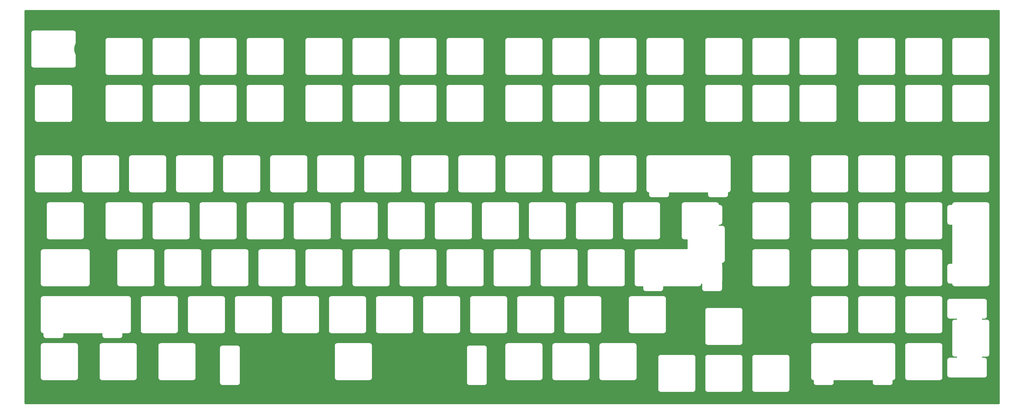
<source format=gbr>
%TF.GenerationSoftware,KiCad,Pcbnew,(5.99.0-2421-g2ea5528cd)*%
%TF.CreationDate,2020-08-11T23:59:47-04:00*%
%TF.ProjectId,FR4-plate-new,4652342d-706c-4617-9465-2d6e65772e6b,rev?*%
%TF.SameCoordinates,Original*%
%TF.FileFunction,Copper,L1,Top*%
%TF.FilePolarity,Positive*%
%FSLAX46Y46*%
G04 Gerber Fmt 4.6, Leading zero omitted, Abs format (unit mm)*
G04 Created by KiCad (PCBNEW (5.99.0-2421-g2ea5528cd)) date 2020-08-11 23:59:47*
%MOMM*%
%LPD*%
G01*
G04 APERTURE LIST*
%TA.AperFunction,ComponentPad*%
%ADD10O,10.000000X6.500000*%
%TD*%
%TA.AperFunction,ComponentPad*%
%ADD11C,5.000000*%
%TD*%
%TA.AperFunction,ComponentPad*%
%ADD12C,9.200000*%
%TD*%
%TA.AperFunction,Conductor*%
%ADD13C,0.254000*%
%TD*%
G04 APERTURE END LIST*
D10*
%TO.P,H8,1,1*%
%TO.N,Mounting-hole*%
X93000000Y-157200000D03*
%TD*%
%TO.P,H6,1,1*%
%TO.N,Mounting-hole*%
X373000000Y-5375000D03*
%TD*%
D11*
%TO.P,H20,1,1*%
%TO.N,Mounting-hole*%
X276262300Y-52712500D03*
%TD*%
D10*
%TO.P,H11,1,1*%
%TO.N,Mounting-hole*%
X373000000Y-157200000D03*
%TD*%
%TO.P,H10,1,1*%
%TO.N,Mounting-hole*%
X233000000Y-157200000D03*
%TD*%
D12*
%TO.P,H26,1,1*%
%TO.N,Mounting-hole*%
X283725500Y-52712500D03*
%TD*%
%TO.P,H28,1,1*%
%TO.N,Mounting-hole*%
X321825500Y-52712500D03*
%TD*%
D11*
%TO.P,H14,1,1*%
%TO.N,Mounting-hole*%
X109894250Y-14675000D03*
%TD*%
D10*
%TO.P,H4,1,1*%
%TO.N,Mounting-hole*%
X233000000Y-5375000D03*
%TD*%
%TO.P,H1,1,1*%
%TO.N,Mounting-hole*%
X23000000Y-5375000D03*
%TD*%
D11*
%TO.P,H21,1,1*%
%TO.N,Mounting-hole*%
X333731750Y-14675000D03*
%TD*%
%TO.P,H24,1,1*%
%TO.N,Mounting-hole*%
X305157000Y-119100000D03*
%TD*%
%TO.P,H16,1,1*%
%TO.N,Mounting-hole*%
X190856750Y-14675000D03*
%TD*%
D10*
%TO.P,H7,1,1*%
%TO.N,Mounting-hole*%
X23000000Y-157200000D03*
%TD*%
D11*
%TO.P,H18,1,1*%
%TO.N,Mounting-hole*%
X208963000Y-52712500D03*
%TD*%
%TO.P,H15,1,1*%
%TO.N,Mounting-hole*%
X119763000Y-52712500D03*
%TD*%
D10*
%TO.P,H3,1,1*%
%TO.N,Mounting-hole*%
X163000000Y-5375000D03*
%TD*%
D11*
%TO.P,H13,1,1*%
%TO.N,Mounting-hole*%
X25263000Y-26375000D03*
%TD*%
%TO.P,H17,1,1*%
%TO.N,Mounting-hole*%
X196762300Y-52712500D03*
%TD*%
D12*
%TO.P,H29,1,1*%
%TO.N,Mounting-hole*%
X25263000Y-16375000D03*
%TD*%
D11*
%TO.P,H25,1,1*%
%TO.N,Mounting-hole*%
X314681750Y-149531112D03*
%TD*%
%TO.P,H19,1,1*%
%TO.N,Mounting-hole*%
X271819250Y-14675000D03*
%TD*%
D12*
%TO.P,H27,1,1*%
%TO.N,Mounting-hole*%
X302775500Y-52712500D03*
%TD*%
D10*
%TO.P,H2,1,1*%
%TO.N,Mounting-hole*%
X93000000Y-5375000D03*
%TD*%
D11*
%TO.P,H12,1,1*%
%TO.N,Mounting-hole*%
X8563000Y-52712500D03*
%TD*%
%TO.P,H23,1,1*%
%TO.N,Mounting-hole*%
X252769250Y-149531112D03*
%TD*%
%TO.P,H22,1,1*%
%TO.N,Mounting-hole*%
X387437000Y-52712500D03*
%TD*%
D10*
%TO.P,H5,1,1*%
%TO.N,Mounting-hole*%
X303000000Y-5375000D03*
%TD*%
%TO.P,H9,1,1*%
%TO.N,Mounting-hole*%
X163000000Y-157200000D03*
%TD*%
%TO.N,Mounting-hole*%
D13*
X394919944Y-634001D02*
X394923748Y-634699D01*
X394934822Y-635893D01*
X394935207Y-635933D01*
X395071883Y-649817D01*
X395140829Y-671423D01*
X395204019Y-706449D01*
X395258882Y-753473D01*
X395303164Y-810560D01*
X395335064Y-875390D01*
X395355264Y-952939D01*
X395363003Y-1053512D01*
X395364325Y-1062379D01*
X395365999Y-1069899D01*
X395366000Y-159919940D01*
X395365301Y-159923749D01*
X395364107Y-159934823D01*
X395364067Y-159935208D01*
X395350183Y-160071884D01*
X395328578Y-160140829D01*
X395293548Y-160204024D01*
X395246530Y-160258881D01*
X395189442Y-160303163D01*
X395124607Y-160335065D01*
X395047065Y-160355263D01*
X394946487Y-160363003D01*
X394937620Y-160364325D01*
X394930100Y-160365999D01*
X1080054Y-160365999D01*
X1076250Y-160365301D01*
X1065176Y-160364107D01*
X1064791Y-160364067D01*
X928115Y-160350183D01*
X859170Y-160328578D01*
X795975Y-160293548D01*
X741118Y-160246530D01*
X696836Y-160189442D01*
X664934Y-160124607D01*
X644736Y-160047065D01*
X636996Y-159946487D01*
X635674Y-159937620D01*
X634000Y-159930100D01*
X634000Y-154498191D01*
X257037233Y-154498191D01*
X257037991Y-154509303D01*
X257038018Y-154509682D01*
X257043857Y-154588247D01*
X257045155Y-154597118D01*
X257056274Y-154647690D01*
X257063325Y-154699171D01*
X257065278Y-154708318D01*
X257068404Y-154719008D01*
X257068513Y-154719375D01*
X257110471Y-154859674D01*
X257113644Y-154868059D01*
X257144388Y-154934595D01*
X257174454Y-155001809D01*
X257178899Y-155010046D01*
X257181215Y-155013666D01*
X257182785Y-155016806D01*
X257186910Y-155022529D01*
X257264753Y-155142627D01*
X257270151Y-155149784D01*
X257318348Y-155205034D01*
X257366058Y-155261092D01*
X257372629Y-155267744D01*
X257381022Y-155275066D01*
X257381314Y-155275319D01*
X257492253Y-155370908D01*
X257499443Y-155376262D01*
X257561190Y-155415751D01*
X257622728Y-155456174D01*
X257630903Y-155460714D01*
X257641014Y-155465386D01*
X257641363Y-155465546D01*
X257774670Y-155526158D01*
X257783074Y-155529279D01*
X257853458Y-155549861D01*
X257923841Y-155571378D01*
X257932958Y-155573441D01*
X257943973Y-155575088D01*
X257944356Y-155575144D01*
X258089318Y-155595904D01*
X258098261Y-155596541D01*
X258257222Y-155596540D01*
X258257502Y-155596500D01*
X271149523Y-155596500D01*
X271201834Y-155600709D01*
X271211190Y-155600766D01*
X271222302Y-155600008D01*
X271222681Y-155599981D01*
X271301246Y-155594142D01*
X271310117Y-155592844D01*
X271360689Y-155581725D01*
X271412170Y-155574674D01*
X271421317Y-155572721D01*
X271432007Y-155569595D01*
X271432374Y-155569486D01*
X271572673Y-155527528D01*
X271581058Y-155524355D01*
X271647594Y-155493611D01*
X271714808Y-155463545D01*
X271723045Y-155459100D01*
X271726665Y-155456784D01*
X271729805Y-155455214D01*
X271735524Y-155451092D01*
X271855625Y-155373246D01*
X271862783Y-155367848D01*
X271918033Y-155319651D01*
X271974091Y-155271941D01*
X271980743Y-155265370D01*
X271988065Y-155256977D01*
X271988318Y-155256685D01*
X272083907Y-155145746D01*
X272089261Y-155138556D01*
X272128750Y-155076809D01*
X272169173Y-155015271D01*
X272173713Y-155007096D01*
X272178385Y-154996985D01*
X272178545Y-154996636D01*
X272239157Y-154863329D01*
X272242278Y-154854925D01*
X272262860Y-154784541D01*
X272284377Y-154714158D01*
X272286440Y-154705041D01*
X272288087Y-154694026D01*
X272288143Y-154693643D01*
X272308903Y-154548681D01*
X272309540Y-154539738D01*
X272309540Y-154498191D01*
X276087233Y-154498191D01*
X276087991Y-154509303D01*
X276088018Y-154509682D01*
X276093857Y-154588247D01*
X276095155Y-154597118D01*
X276106274Y-154647690D01*
X276113325Y-154699171D01*
X276115278Y-154708318D01*
X276118404Y-154719008D01*
X276118513Y-154719375D01*
X276160471Y-154859674D01*
X276163644Y-154868059D01*
X276194388Y-154934595D01*
X276224454Y-155001809D01*
X276228899Y-155010046D01*
X276231215Y-155013666D01*
X276232785Y-155016806D01*
X276236910Y-155022529D01*
X276314753Y-155142627D01*
X276320151Y-155149784D01*
X276368348Y-155205034D01*
X276416058Y-155261092D01*
X276422629Y-155267744D01*
X276431022Y-155275066D01*
X276431314Y-155275319D01*
X276542253Y-155370908D01*
X276549443Y-155376262D01*
X276611190Y-155415751D01*
X276672728Y-155456174D01*
X276680903Y-155460714D01*
X276691014Y-155465386D01*
X276691363Y-155465546D01*
X276824670Y-155526158D01*
X276833074Y-155529279D01*
X276903458Y-155549861D01*
X276973841Y-155571378D01*
X276982958Y-155573441D01*
X276993973Y-155575088D01*
X276994356Y-155575144D01*
X277139318Y-155595904D01*
X277148261Y-155596541D01*
X277307222Y-155596540D01*
X277307502Y-155596500D01*
X290199523Y-155596500D01*
X290251834Y-155600709D01*
X290261190Y-155600766D01*
X290272302Y-155600008D01*
X290272681Y-155599981D01*
X290351246Y-155594142D01*
X290360117Y-155592844D01*
X290410689Y-155581725D01*
X290462170Y-155574674D01*
X290471317Y-155572721D01*
X290482007Y-155569595D01*
X290482374Y-155569486D01*
X290622673Y-155527528D01*
X290631058Y-155524355D01*
X290697594Y-155493611D01*
X290764808Y-155463545D01*
X290773045Y-155459100D01*
X290776665Y-155456784D01*
X290779805Y-155455214D01*
X290785524Y-155451092D01*
X290905625Y-155373246D01*
X290912783Y-155367848D01*
X290968033Y-155319651D01*
X291024091Y-155271941D01*
X291030743Y-155265370D01*
X291038065Y-155256977D01*
X291038318Y-155256685D01*
X291133907Y-155145746D01*
X291139261Y-155138556D01*
X291178750Y-155076809D01*
X291219173Y-155015271D01*
X291223713Y-155007096D01*
X291228385Y-154996985D01*
X291228545Y-154996636D01*
X291289157Y-154863329D01*
X291292278Y-154854925D01*
X291312860Y-154784541D01*
X291334377Y-154714158D01*
X291336440Y-154705041D01*
X291338087Y-154694026D01*
X291338143Y-154693643D01*
X291358903Y-154548681D01*
X291359540Y-154539738D01*
X291359540Y-154498191D01*
X295137233Y-154498191D01*
X295137991Y-154509303D01*
X295138018Y-154509682D01*
X295143857Y-154588247D01*
X295145155Y-154597118D01*
X295156274Y-154647690D01*
X295163325Y-154699171D01*
X295165278Y-154708318D01*
X295168404Y-154719008D01*
X295168513Y-154719375D01*
X295210471Y-154859674D01*
X295213644Y-154868059D01*
X295244388Y-154934595D01*
X295274454Y-155001809D01*
X295278899Y-155010046D01*
X295281215Y-155013666D01*
X295282785Y-155016806D01*
X295286910Y-155022529D01*
X295364753Y-155142627D01*
X295370151Y-155149784D01*
X295418348Y-155205034D01*
X295466058Y-155261092D01*
X295472629Y-155267744D01*
X295481022Y-155275066D01*
X295481314Y-155275319D01*
X295592253Y-155370908D01*
X295599443Y-155376262D01*
X295661190Y-155415751D01*
X295722728Y-155456174D01*
X295730903Y-155460714D01*
X295741014Y-155465386D01*
X295741363Y-155465546D01*
X295874670Y-155526158D01*
X295883074Y-155529279D01*
X295953458Y-155549861D01*
X296023841Y-155571378D01*
X296032958Y-155573441D01*
X296043973Y-155575088D01*
X296044356Y-155575144D01*
X296189318Y-155595904D01*
X296198261Y-155596541D01*
X296357222Y-155596540D01*
X296357502Y-155596500D01*
X309249523Y-155596500D01*
X309301834Y-155600709D01*
X309311190Y-155600766D01*
X309322302Y-155600008D01*
X309322681Y-155599981D01*
X309401246Y-155594142D01*
X309410117Y-155592844D01*
X309460689Y-155581725D01*
X309512170Y-155574674D01*
X309521317Y-155572721D01*
X309532007Y-155569595D01*
X309532374Y-155569486D01*
X309672673Y-155527528D01*
X309681058Y-155524355D01*
X309747594Y-155493611D01*
X309814808Y-155463545D01*
X309823045Y-155459100D01*
X309826665Y-155456784D01*
X309829805Y-155455214D01*
X309835524Y-155451092D01*
X309955625Y-155373246D01*
X309962783Y-155367848D01*
X310018033Y-155319651D01*
X310074091Y-155271941D01*
X310080743Y-155265370D01*
X310088065Y-155256977D01*
X310088318Y-155256685D01*
X310183907Y-155145746D01*
X310189261Y-155138556D01*
X310228750Y-155076809D01*
X310269173Y-155015271D01*
X310273713Y-155007096D01*
X310278385Y-154996985D01*
X310278545Y-154996636D01*
X310339157Y-154863329D01*
X310342278Y-154854925D01*
X310362860Y-154784541D01*
X310384377Y-154714158D01*
X310386440Y-154705041D01*
X310388087Y-154694026D01*
X310388143Y-154693643D01*
X310408903Y-154548681D01*
X310409540Y-154539738D01*
X310409539Y-154380777D01*
X310409499Y-154380497D01*
X310409499Y-149735691D01*
X318949733Y-149735691D01*
X318950491Y-149746803D01*
X318950518Y-149747182D01*
X318956357Y-149825747D01*
X318957655Y-149834618D01*
X318968774Y-149885190D01*
X318975825Y-149936671D01*
X318977778Y-149945818D01*
X318980904Y-149956508D01*
X318981013Y-149956875D01*
X319022971Y-150097174D01*
X319026144Y-150105559D01*
X319056888Y-150172095D01*
X319086954Y-150239309D01*
X319091399Y-150247546D01*
X319093715Y-150251166D01*
X319095285Y-150254306D01*
X319099410Y-150260029D01*
X319177253Y-150380127D01*
X319182651Y-150387284D01*
X319230848Y-150442534D01*
X319278558Y-150498592D01*
X319285129Y-150505244D01*
X319293522Y-150512566D01*
X319293814Y-150512819D01*
X319404753Y-150608408D01*
X319411943Y-150613762D01*
X319473690Y-150653251D01*
X319535228Y-150693674D01*
X319543403Y-150698214D01*
X319553514Y-150702886D01*
X319553863Y-150703046D01*
X319687170Y-150763658D01*
X319695574Y-150766779D01*
X319765958Y-150787361D01*
X319836341Y-150808878D01*
X319845458Y-150810941D01*
X319856473Y-150812588D01*
X319856856Y-150812644D01*
X320001818Y-150833404D01*
X320010761Y-150834041D01*
X320040999Y-150834041D01*
X320041000Y-151674012D01*
X320036790Y-151726335D01*
X320036733Y-151735691D01*
X320037491Y-151746803D01*
X320037518Y-151747182D01*
X320043357Y-151825747D01*
X320044655Y-151834618D01*
X320055774Y-151885190D01*
X320062825Y-151936671D01*
X320064778Y-151945818D01*
X320067904Y-151956508D01*
X320068013Y-151956875D01*
X320109971Y-152097174D01*
X320113144Y-152105559D01*
X320143888Y-152172095D01*
X320173954Y-152239309D01*
X320178399Y-152247546D01*
X320180715Y-152251166D01*
X320182285Y-152254306D01*
X320186410Y-152260029D01*
X320264253Y-152380127D01*
X320269651Y-152387284D01*
X320317848Y-152442534D01*
X320365558Y-152498592D01*
X320372129Y-152505244D01*
X320380522Y-152512566D01*
X320380814Y-152512819D01*
X320491753Y-152608408D01*
X320498943Y-152613762D01*
X320560690Y-152653251D01*
X320622228Y-152693674D01*
X320630403Y-152698214D01*
X320640514Y-152702886D01*
X320640863Y-152703046D01*
X320774170Y-152763658D01*
X320782574Y-152766779D01*
X320852958Y-152787361D01*
X320923341Y-152808878D01*
X320932458Y-152810941D01*
X320943473Y-152812588D01*
X320943856Y-152812644D01*
X321088818Y-152833404D01*
X321097761Y-152834041D01*
X321256722Y-152834040D01*
X321257002Y-152834000D01*
X327149023Y-152834000D01*
X327201334Y-152838209D01*
X327210690Y-152838266D01*
X327221802Y-152837508D01*
X327222181Y-152837481D01*
X327300746Y-152831642D01*
X327309617Y-152830344D01*
X327360189Y-152819225D01*
X327411670Y-152812174D01*
X327420817Y-152810221D01*
X327431507Y-152807095D01*
X327431874Y-152806986D01*
X327572173Y-152765028D01*
X327580558Y-152761855D01*
X327647094Y-152731111D01*
X327714308Y-152701045D01*
X327722545Y-152696600D01*
X327726165Y-152694284D01*
X327729305Y-152692714D01*
X327735024Y-152688592D01*
X327855125Y-152610746D01*
X327862283Y-152605348D01*
X327917533Y-152557151D01*
X327973591Y-152509441D01*
X327980243Y-152502870D01*
X327987565Y-152494477D01*
X327987818Y-152494185D01*
X328083407Y-152383246D01*
X328088761Y-152376056D01*
X328128250Y-152314309D01*
X328168673Y-152252771D01*
X328173213Y-152244596D01*
X328177885Y-152234485D01*
X328178045Y-152234136D01*
X328238657Y-152100829D01*
X328241778Y-152092425D01*
X328262360Y-152022041D01*
X328283877Y-151951658D01*
X328285940Y-151942541D01*
X328287587Y-151931526D01*
X328287643Y-151931143D01*
X328308403Y-151786181D01*
X328309040Y-151777238D01*
X328309039Y-151618277D01*
X328308999Y-151617997D01*
X328308999Y-150834000D01*
X343916999Y-150834000D01*
X343917000Y-151674012D01*
X343912790Y-151726335D01*
X343912733Y-151735691D01*
X343913491Y-151746803D01*
X343913518Y-151747182D01*
X343919357Y-151825747D01*
X343920655Y-151834618D01*
X343931774Y-151885190D01*
X343938825Y-151936671D01*
X343940778Y-151945818D01*
X343943904Y-151956508D01*
X343944013Y-151956875D01*
X343985971Y-152097174D01*
X343989144Y-152105559D01*
X344019888Y-152172095D01*
X344049954Y-152239309D01*
X344054399Y-152247546D01*
X344056715Y-152251166D01*
X344058285Y-152254306D01*
X344062410Y-152260029D01*
X344140253Y-152380127D01*
X344145651Y-152387284D01*
X344193848Y-152442534D01*
X344241558Y-152498592D01*
X344248129Y-152505244D01*
X344256522Y-152512566D01*
X344256814Y-152512819D01*
X344367753Y-152608408D01*
X344374943Y-152613762D01*
X344436690Y-152653251D01*
X344498228Y-152693674D01*
X344506403Y-152698214D01*
X344516514Y-152702886D01*
X344516863Y-152703046D01*
X344650170Y-152763658D01*
X344658574Y-152766779D01*
X344728958Y-152787361D01*
X344799341Y-152808878D01*
X344808458Y-152810941D01*
X344819473Y-152812588D01*
X344819856Y-152812644D01*
X344964818Y-152833404D01*
X344973761Y-152834041D01*
X345132722Y-152834040D01*
X345133002Y-152834000D01*
X351025023Y-152834000D01*
X351077334Y-152838209D01*
X351086690Y-152838266D01*
X351097802Y-152837508D01*
X351098181Y-152837481D01*
X351176746Y-152831642D01*
X351185617Y-152830344D01*
X351236189Y-152819225D01*
X351287670Y-152812174D01*
X351296817Y-152810221D01*
X351307507Y-152807095D01*
X351307874Y-152806986D01*
X351448173Y-152765028D01*
X351456558Y-152761855D01*
X351523094Y-152731111D01*
X351590308Y-152701045D01*
X351598545Y-152696600D01*
X351602165Y-152694284D01*
X351605305Y-152692714D01*
X351611024Y-152688592D01*
X351731125Y-152610746D01*
X351738283Y-152605348D01*
X351793533Y-152557151D01*
X351849591Y-152509441D01*
X351856243Y-152502870D01*
X351863565Y-152494477D01*
X351863818Y-152494185D01*
X351959407Y-152383246D01*
X351964761Y-152376056D01*
X352004250Y-152314309D01*
X352044673Y-152252771D01*
X352049213Y-152244596D01*
X352053885Y-152234485D01*
X352054045Y-152234136D01*
X352114657Y-152100829D01*
X352117778Y-152092425D01*
X352138360Y-152022041D01*
X352159877Y-151951658D01*
X352161940Y-151942541D01*
X352163587Y-151931526D01*
X352163643Y-151931143D01*
X352184403Y-151786181D01*
X352185040Y-151777238D01*
X352185039Y-151618277D01*
X352184999Y-151617997D01*
X352184999Y-150837494D01*
X352185181Y-150837481D01*
X352263746Y-150831642D01*
X352272617Y-150830344D01*
X352323189Y-150819225D01*
X352374670Y-150812174D01*
X352383817Y-150810221D01*
X352394507Y-150807095D01*
X352394874Y-150806986D01*
X352535173Y-150765028D01*
X352543558Y-150761855D01*
X352610094Y-150731111D01*
X352677308Y-150701045D01*
X352685545Y-150696600D01*
X352689165Y-150694284D01*
X352692305Y-150692714D01*
X352698024Y-150688592D01*
X352818125Y-150610746D01*
X352825283Y-150605348D01*
X352880533Y-150557151D01*
X352936591Y-150509441D01*
X352943243Y-150502870D01*
X352950565Y-150494477D01*
X352950818Y-150494185D01*
X353046407Y-150383246D01*
X353051761Y-150376056D01*
X353091250Y-150314309D01*
X353131673Y-150252771D01*
X353136213Y-150244596D01*
X353140885Y-150234485D01*
X353141045Y-150234136D01*
X353201657Y-150100829D01*
X353204778Y-150092425D01*
X353225360Y-150022041D01*
X353246877Y-149951658D01*
X353248940Y-149942541D01*
X353250587Y-149931526D01*
X353250643Y-149931143D01*
X353271403Y-149786181D01*
X353272040Y-149777238D01*
X353272040Y-149735691D01*
X357049733Y-149735691D01*
X357050491Y-149746803D01*
X357050518Y-149747182D01*
X357056357Y-149825747D01*
X357057655Y-149834618D01*
X357068774Y-149885190D01*
X357075825Y-149936671D01*
X357077778Y-149945818D01*
X357080904Y-149956508D01*
X357081013Y-149956875D01*
X357122971Y-150097174D01*
X357126144Y-150105559D01*
X357156888Y-150172095D01*
X357186954Y-150239309D01*
X357191399Y-150247546D01*
X357193715Y-150251166D01*
X357195285Y-150254306D01*
X357199410Y-150260029D01*
X357277253Y-150380127D01*
X357282651Y-150387284D01*
X357330848Y-150442534D01*
X357378558Y-150498592D01*
X357385129Y-150505244D01*
X357393522Y-150512566D01*
X357393814Y-150512819D01*
X357504753Y-150608408D01*
X357511943Y-150613762D01*
X357573690Y-150653251D01*
X357635228Y-150693674D01*
X357643403Y-150698214D01*
X357653514Y-150702886D01*
X357653863Y-150703046D01*
X357787170Y-150763658D01*
X357795574Y-150766779D01*
X357865958Y-150787361D01*
X357936341Y-150808878D01*
X357945458Y-150810941D01*
X357956473Y-150812588D01*
X357956856Y-150812644D01*
X358101818Y-150833404D01*
X358110761Y-150834041D01*
X358269722Y-150834040D01*
X358270002Y-150834000D01*
X371162023Y-150834000D01*
X371214334Y-150838209D01*
X371223690Y-150838266D01*
X371234802Y-150837508D01*
X371235181Y-150837481D01*
X371313746Y-150831642D01*
X371322617Y-150830344D01*
X371373189Y-150819225D01*
X371424670Y-150812174D01*
X371433817Y-150810221D01*
X371444507Y-150807095D01*
X371444874Y-150806986D01*
X371585173Y-150765028D01*
X371593558Y-150761855D01*
X371660094Y-150731111D01*
X371727308Y-150701045D01*
X371735545Y-150696600D01*
X371739165Y-150694284D01*
X371742305Y-150692714D01*
X371748024Y-150688592D01*
X371868125Y-150610746D01*
X371875283Y-150605348D01*
X371930533Y-150557151D01*
X371986591Y-150509441D01*
X371993243Y-150502870D01*
X372000565Y-150494477D01*
X372000818Y-150494185D01*
X372096407Y-150383246D01*
X372101761Y-150376056D01*
X372141250Y-150314309D01*
X372181673Y-150252771D01*
X372186213Y-150244596D01*
X372190885Y-150234485D01*
X372191045Y-150234136D01*
X372251657Y-150100829D01*
X372254778Y-150092425D01*
X372275360Y-150022041D01*
X372296877Y-149951658D01*
X372298940Y-149942541D01*
X372300587Y-149931526D01*
X372300643Y-149931143D01*
X372321403Y-149786181D01*
X372322040Y-149777238D01*
X372322039Y-149618277D01*
X372321999Y-149617997D01*
X372321999Y-136725976D01*
X372326208Y-136673665D01*
X372326265Y-136664308D01*
X372325507Y-136653197D01*
X372325480Y-136652819D01*
X372319641Y-136574253D01*
X372318343Y-136565382D01*
X372307224Y-136514810D01*
X372300173Y-136463329D01*
X372298220Y-136454182D01*
X372295094Y-136443492D01*
X372294985Y-136443125D01*
X372253027Y-136302826D01*
X372249854Y-136294441D01*
X372219070Y-136227818D01*
X372189044Y-136160693D01*
X372184604Y-136152463D01*
X372178603Y-136143081D01*
X372178395Y-136142757D01*
X372098745Y-136019873D01*
X372093347Y-136012716D01*
X372045117Y-135957428D01*
X371997439Y-135901408D01*
X371990870Y-135894758D01*
X371985862Y-135890389D01*
X371984489Y-135889016D01*
X371980867Y-135886047D01*
X371871245Y-135791591D01*
X371864054Y-135786236D01*
X371802179Y-135746666D01*
X371740769Y-135706326D01*
X371732594Y-135701786D01*
X371722484Y-135697114D01*
X371722135Y-135696954D01*
X371588828Y-135636342D01*
X371580423Y-135633221D01*
X371509948Y-135612612D01*
X371439658Y-135591122D01*
X371430539Y-135589058D01*
X371419523Y-135587412D01*
X371419141Y-135587356D01*
X371274180Y-135566596D01*
X371265237Y-135565959D01*
X371106277Y-135565960D01*
X371105997Y-135566000D01*
X358213975Y-135566000D01*
X358161664Y-135561791D01*
X358152307Y-135561734D01*
X358141196Y-135562492D01*
X358140818Y-135562519D01*
X358062252Y-135568358D01*
X358053381Y-135569656D01*
X358002809Y-135580775D01*
X357951328Y-135587826D01*
X357942181Y-135589779D01*
X357931491Y-135592905D01*
X357931124Y-135593014D01*
X357790825Y-135634972D01*
X357782440Y-135638145D01*
X357715817Y-135668929D01*
X357648692Y-135698955D01*
X357640462Y-135703395D01*
X357631080Y-135709396D01*
X357630756Y-135709604D01*
X357507872Y-135789254D01*
X357500715Y-135794652D01*
X357445427Y-135842882D01*
X357389406Y-135890561D01*
X357382755Y-135897131D01*
X357375433Y-135905524D01*
X357375181Y-135905815D01*
X357279590Y-136016754D01*
X357274235Y-136023945D01*
X357234665Y-136085820D01*
X357194325Y-136147230D01*
X357189785Y-136155405D01*
X357185113Y-136165515D01*
X357184953Y-136165864D01*
X357124341Y-136299171D01*
X357121220Y-136307576D01*
X357100611Y-136378051D01*
X357079121Y-136448341D01*
X357077057Y-136457460D01*
X357075411Y-136468476D01*
X357075355Y-136468858D01*
X357054595Y-136613819D01*
X357053958Y-136622762D01*
X357053959Y-136781722D01*
X357053999Y-136782002D01*
X357054000Y-149674011D01*
X357049790Y-149726335D01*
X357049733Y-149735691D01*
X353272040Y-149735691D01*
X353272039Y-149618277D01*
X353271999Y-149617997D01*
X353271999Y-136725976D01*
X353276208Y-136673665D01*
X353276265Y-136664308D01*
X353275507Y-136653197D01*
X353275480Y-136652819D01*
X353269641Y-136574253D01*
X353268343Y-136565382D01*
X353257224Y-136514810D01*
X353250173Y-136463329D01*
X353248220Y-136454182D01*
X353245094Y-136443492D01*
X353244985Y-136443125D01*
X353203027Y-136302826D01*
X353199854Y-136294441D01*
X353169070Y-136227818D01*
X353139044Y-136160693D01*
X353134604Y-136152463D01*
X353128603Y-136143081D01*
X353128395Y-136142757D01*
X353048745Y-136019873D01*
X353043347Y-136012716D01*
X352995117Y-135957428D01*
X352947439Y-135901408D01*
X352940870Y-135894758D01*
X352935862Y-135890389D01*
X352934489Y-135889016D01*
X352930867Y-135886047D01*
X352821245Y-135791591D01*
X352814054Y-135786236D01*
X352752179Y-135746666D01*
X352690769Y-135706326D01*
X352682594Y-135701786D01*
X352672484Y-135697114D01*
X352672135Y-135696954D01*
X352538828Y-135636342D01*
X352530423Y-135633221D01*
X352459948Y-135612612D01*
X352389658Y-135591122D01*
X352380539Y-135589058D01*
X352369523Y-135587412D01*
X352369141Y-135587356D01*
X352224180Y-135566596D01*
X352215237Y-135565959D01*
X352056277Y-135565960D01*
X352055997Y-135566000D01*
X320113975Y-135566000D01*
X320061664Y-135561791D01*
X320052307Y-135561734D01*
X320041196Y-135562492D01*
X320040818Y-135562519D01*
X319962252Y-135568358D01*
X319953381Y-135569656D01*
X319902809Y-135580775D01*
X319851328Y-135587826D01*
X319842181Y-135589779D01*
X319831491Y-135592905D01*
X319831124Y-135593014D01*
X319690825Y-135634972D01*
X319682440Y-135638145D01*
X319615817Y-135668929D01*
X319548692Y-135698955D01*
X319540462Y-135703395D01*
X319531080Y-135709396D01*
X319530756Y-135709604D01*
X319407872Y-135789254D01*
X319400715Y-135794652D01*
X319345427Y-135842882D01*
X319289406Y-135890561D01*
X319282755Y-135897131D01*
X319275433Y-135905524D01*
X319275181Y-135905815D01*
X319179590Y-136016754D01*
X319174235Y-136023945D01*
X319134665Y-136085820D01*
X319094325Y-136147230D01*
X319089785Y-136155405D01*
X319085113Y-136165515D01*
X319084953Y-136165864D01*
X319024341Y-136299171D01*
X319021220Y-136307576D01*
X319000611Y-136378051D01*
X318979121Y-136448341D01*
X318977057Y-136457460D01*
X318975411Y-136468476D01*
X318975355Y-136468858D01*
X318954595Y-136613819D01*
X318953958Y-136622762D01*
X318953959Y-136781722D01*
X318953999Y-136782002D01*
X318954000Y-149674011D01*
X318949790Y-149726335D01*
X318949733Y-149735691D01*
X310409499Y-149735691D01*
X310409499Y-141488476D01*
X310413708Y-141436165D01*
X310413765Y-141426808D01*
X310413007Y-141415697D01*
X310412980Y-141415319D01*
X310407141Y-141336753D01*
X310405843Y-141327882D01*
X310394724Y-141277310D01*
X310387673Y-141225829D01*
X310385720Y-141216682D01*
X310382594Y-141205992D01*
X310382485Y-141205625D01*
X310340527Y-141065326D01*
X310337354Y-141056941D01*
X310306570Y-140990318D01*
X310276544Y-140923193D01*
X310272104Y-140914963D01*
X310266103Y-140905581D01*
X310265895Y-140905257D01*
X310186245Y-140782373D01*
X310180847Y-140775216D01*
X310132617Y-140719928D01*
X310084939Y-140663908D01*
X310078370Y-140657258D01*
X310073362Y-140652889D01*
X310071989Y-140651516D01*
X310068367Y-140648547D01*
X309958745Y-140554091D01*
X309951554Y-140548736D01*
X309889679Y-140509166D01*
X309828269Y-140468826D01*
X309820094Y-140464286D01*
X309809984Y-140459614D01*
X309809635Y-140459454D01*
X309676328Y-140398842D01*
X309667923Y-140395721D01*
X309597448Y-140375112D01*
X309527158Y-140353622D01*
X309518039Y-140351558D01*
X309507023Y-140349912D01*
X309506641Y-140349856D01*
X309361680Y-140329096D01*
X309352737Y-140328459D01*
X309193777Y-140328460D01*
X309193497Y-140328500D01*
X296301475Y-140328500D01*
X296249164Y-140324291D01*
X296239807Y-140324234D01*
X296228696Y-140324992D01*
X296228318Y-140325019D01*
X296149752Y-140330858D01*
X296140881Y-140332156D01*
X296090309Y-140343275D01*
X296038828Y-140350326D01*
X296029681Y-140352279D01*
X296018991Y-140355405D01*
X296018624Y-140355514D01*
X295878325Y-140397472D01*
X295869940Y-140400645D01*
X295803317Y-140431429D01*
X295736192Y-140461455D01*
X295727962Y-140465895D01*
X295718580Y-140471896D01*
X295718256Y-140472104D01*
X295595372Y-140551754D01*
X295588215Y-140557152D01*
X295532927Y-140605382D01*
X295476906Y-140653061D01*
X295470255Y-140659631D01*
X295462933Y-140668024D01*
X295462681Y-140668315D01*
X295367090Y-140779254D01*
X295361735Y-140786445D01*
X295322165Y-140848320D01*
X295281825Y-140909730D01*
X295277285Y-140917905D01*
X295272613Y-140928015D01*
X295272453Y-140928364D01*
X295211841Y-141061671D01*
X295208720Y-141070076D01*
X295188111Y-141140551D01*
X295166621Y-141210841D01*
X295164557Y-141219960D01*
X295162911Y-141230976D01*
X295162855Y-141231358D01*
X295142095Y-141376319D01*
X295141458Y-141385262D01*
X295141459Y-141544222D01*
X295141499Y-141544502D01*
X295141500Y-154436511D01*
X295137290Y-154488835D01*
X295137233Y-154498191D01*
X291359540Y-154498191D01*
X291359539Y-154380777D01*
X291359499Y-154380497D01*
X291359499Y-141488476D01*
X291363708Y-141436165D01*
X291363765Y-141426808D01*
X291363007Y-141415697D01*
X291362980Y-141415319D01*
X291357141Y-141336753D01*
X291355843Y-141327882D01*
X291344724Y-141277310D01*
X291337673Y-141225829D01*
X291335720Y-141216682D01*
X291332594Y-141205992D01*
X291332485Y-141205625D01*
X291290527Y-141065326D01*
X291287354Y-141056941D01*
X291256570Y-140990318D01*
X291226544Y-140923193D01*
X291222104Y-140914963D01*
X291216103Y-140905581D01*
X291215895Y-140905257D01*
X291136245Y-140782373D01*
X291130847Y-140775216D01*
X291082617Y-140719928D01*
X291034939Y-140663908D01*
X291028370Y-140657258D01*
X291023362Y-140652889D01*
X291021989Y-140651516D01*
X291018367Y-140648547D01*
X290908745Y-140554091D01*
X290901554Y-140548736D01*
X290839679Y-140509166D01*
X290778269Y-140468826D01*
X290770094Y-140464286D01*
X290759984Y-140459614D01*
X290759635Y-140459454D01*
X290626328Y-140398842D01*
X290617923Y-140395721D01*
X290547448Y-140375112D01*
X290477158Y-140353622D01*
X290468039Y-140351558D01*
X290457023Y-140349912D01*
X290456641Y-140349856D01*
X290311680Y-140329096D01*
X290302737Y-140328459D01*
X290143777Y-140328460D01*
X290143497Y-140328500D01*
X277251475Y-140328500D01*
X277199164Y-140324291D01*
X277189807Y-140324234D01*
X277178696Y-140324992D01*
X277178318Y-140325019D01*
X277099752Y-140330858D01*
X277090881Y-140332156D01*
X277040309Y-140343275D01*
X276988828Y-140350326D01*
X276979681Y-140352279D01*
X276968991Y-140355405D01*
X276968624Y-140355514D01*
X276828325Y-140397472D01*
X276819940Y-140400645D01*
X276753317Y-140431429D01*
X276686192Y-140461455D01*
X276677962Y-140465895D01*
X276668580Y-140471896D01*
X276668256Y-140472104D01*
X276545372Y-140551754D01*
X276538215Y-140557152D01*
X276482927Y-140605382D01*
X276426906Y-140653061D01*
X276420255Y-140659631D01*
X276412933Y-140668024D01*
X276412681Y-140668315D01*
X276317090Y-140779254D01*
X276311735Y-140786445D01*
X276272165Y-140848320D01*
X276231825Y-140909730D01*
X276227285Y-140917905D01*
X276222613Y-140928015D01*
X276222453Y-140928364D01*
X276161841Y-141061671D01*
X276158720Y-141070076D01*
X276138111Y-141140551D01*
X276116621Y-141210841D01*
X276114557Y-141219960D01*
X276112911Y-141230976D01*
X276112855Y-141231358D01*
X276092095Y-141376319D01*
X276091458Y-141385262D01*
X276091459Y-141544222D01*
X276091499Y-141544502D01*
X276091500Y-154436511D01*
X276087290Y-154488835D01*
X276087233Y-154498191D01*
X272309540Y-154498191D01*
X272309539Y-154380777D01*
X272309499Y-154380497D01*
X272309499Y-141488476D01*
X272313708Y-141436165D01*
X272313765Y-141426808D01*
X272313007Y-141415697D01*
X272312980Y-141415319D01*
X272307141Y-141336753D01*
X272305843Y-141327882D01*
X272294724Y-141277310D01*
X272287673Y-141225829D01*
X272285720Y-141216682D01*
X272282594Y-141205992D01*
X272282485Y-141205625D01*
X272240527Y-141065326D01*
X272237354Y-141056941D01*
X272206570Y-140990318D01*
X272176544Y-140923193D01*
X272172104Y-140914963D01*
X272166103Y-140905581D01*
X272165895Y-140905257D01*
X272086245Y-140782373D01*
X272080847Y-140775216D01*
X272032617Y-140719928D01*
X271984939Y-140663908D01*
X271978370Y-140657258D01*
X271973362Y-140652889D01*
X271971989Y-140651516D01*
X271968367Y-140648547D01*
X271858745Y-140554091D01*
X271851554Y-140548736D01*
X271789679Y-140509166D01*
X271728269Y-140468826D01*
X271720094Y-140464286D01*
X271709984Y-140459614D01*
X271709635Y-140459454D01*
X271576328Y-140398842D01*
X271567923Y-140395721D01*
X271497448Y-140375112D01*
X271427158Y-140353622D01*
X271418039Y-140351558D01*
X271407023Y-140349912D01*
X271406641Y-140349856D01*
X271261680Y-140329096D01*
X271252737Y-140328459D01*
X271093777Y-140328460D01*
X271093497Y-140328500D01*
X258201475Y-140328500D01*
X258149164Y-140324291D01*
X258139807Y-140324234D01*
X258128696Y-140324992D01*
X258128318Y-140325019D01*
X258049752Y-140330858D01*
X258040881Y-140332156D01*
X257990309Y-140343275D01*
X257938828Y-140350326D01*
X257929681Y-140352279D01*
X257918991Y-140355405D01*
X257918624Y-140355514D01*
X257778325Y-140397472D01*
X257769940Y-140400645D01*
X257703317Y-140431429D01*
X257636192Y-140461455D01*
X257627962Y-140465895D01*
X257618580Y-140471896D01*
X257618256Y-140472104D01*
X257495372Y-140551754D01*
X257488215Y-140557152D01*
X257432927Y-140605382D01*
X257376906Y-140653061D01*
X257370255Y-140659631D01*
X257362933Y-140668024D01*
X257362681Y-140668315D01*
X257267090Y-140779254D01*
X257261735Y-140786445D01*
X257222165Y-140848320D01*
X257181825Y-140909730D01*
X257177285Y-140917905D01*
X257172613Y-140928015D01*
X257172453Y-140928364D01*
X257111841Y-141061671D01*
X257108720Y-141070076D01*
X257088111Y-141140551D01*
X257066621Y-141210841D01*
X257064557Y-141219960D01*
X257062911Y-141230976D01*
X257062855Y-141231358D01*
X257042095Y-141376319D01*
X257041458Y-141385262D01*
X257041459Y-141544222D01*
X257041499Y-141544502D01*
X257041500Y-154436511D01*
X257037290Y-154488835D01*
X257037233Y-154498191D01*
X634000Y-154498191D01*
X634000Y-151735691D01*
X79568483Y-151735691D01*
X79569241Y-151746803D01*
X79569268Y-151747182D01*
X79575107Y-151825747D01*
X79576405Y-151834618D01*
X79587524Y-151885190D01*
X79594575Y-151936671D01*
X79596528Y-151945818D01*
X79599654Y-151956508D01*
X79599763Y-151956875D01*
X79641721Y-152097174D01*
X79644894Y-152105559D01*
X79675638Y-152172095D01*
X79705704Y-152239309D01*
X79710149Y-152247546D01*
X79712465Y-152251166D01*
X79714035Y-152254306D01*
X79718160Y-152260029D01*
X79796003Y-152380127D01*
X79801401Y-152387284D01*
X79849598Y-152442534D01*
X79897308Y-152498592D01*
X79903879Y-152505244D01*
X79912272Y-152512566D01*
X79912564Y-152512819D01*
X80023503Y-152608408D01*
X80030693Y-152613762D01*
X80092440Y-152653251D01*
X80153978Y-152693674D01*
X80162153Y-152698214D01*
X80172264Y-152702886D01*
X80172613Y-152703046D01*
X80305920Y-152763658D01*
X80314324Y-152766779D01*
X80384708Y-152787361D01*
X80455091Y-152808878D01*
X80464208Y-152810941D01*
X80475223Y-152812588D01*
X80475606Y-152812644D01*
X80620568Y-152833404D01*
X80629511Y-152834041D01*
X80788472Y-152834040D01*
X80788752Y-152834000D01*
X86680773Y-152834000D01*
X86733084Y-152838209D01*
X86742440Y-152838266D01*
X86753552Y-152837508D01*
X86753931Y-152837481D01*
X86832496Y-152831642D01*
X86841367Y-152830344D01*
X86891939Y-152819225D01*
X86943420Y-152812174D01*
X86952567Y-152810221D01*
X86963257Y-152807095D01*
X86963624Y-152806986D01*
X87103923Y-152765028D01*
X87112308Y-152761855D01*
X87178844Y-152731111D01*
X87246058Y-152701045D01*
X87254295Y-152696600D01*
X87257915Y-152694284D01*
X87261055Y-152692714D01*
X87266774Y-152688592D01*
X87386875Y-152610746D01*
X87394033Y-152605348D01*
X87449283Y-152557151D01*
X87505341Y-152509441D01*
X87511993Y-152502870D01*
X87519315Y-152494477D01*
X87519568Y-152494185D01*
X87615157Y-152383246D01*
X87620511Y-152376056D01*
X87660000Y-152314309D01*
X87700423Y-152252771D01*
X87704963Y-152244596D01*
X87709635Y-152234485D01*
X87709795Y-152234136D01*
X87770407Y-152100829D01*
X87773528Y-152092425D01*
X87794110Y-152022041D01*
X87815627Y-151951658D01*
X87817690Y-151942541D01*
X87819337Y-151931526D01*
X87819393Y-151931143D01*
X87840153Y-151786181D01*
X87840790Y-151777238D01*
X87840790Y-151735691D01*
X179568483Y-151735691D01*
X179569241Y-151746803D01*
X179569268Y-151747182D01*
X179575107Y-151825747D01*
X179576405Y-151834618D01*
X179587524Y-151885190D01*
X179594575Y-151936671D01*
X179596528Y-151945818D01*
X179599654Y-151956508D01*
X179599763Y-151956875D01*
X179641721Y-152097174D01*
X179644894Y-152105559D01*
X179675638Y-152172095D01*
X179705704Y-152239309D01*
X179710149Y-152247546D01*
X179712465Y-152251166D01*
X179714035Y-152254306D01*
X179718160Y-152260029D01*
X179796003Y-152380127D01*
X179801401Y-152387284D01*
X179849598Y-152442534D01*
X179897308Y-152498592D01*
X179903879Y-152505244D01*
X179912272Y-152512566D01*
X179912564Y-152512819D01*
X180023503Y-152608408D01*
X180030693Y-152613762D01*
X180092440Y-152653251D01*
X180153978Y-152693674D01*
X180162153Y-152698214D01*
X180172264Y-152702886D01*
X180172613Y-152703046D01*
X180305920Y-152763658D01*
X180314324Y-152766779D01*
X180384708Y-152787361D01*
X180455091Y-152808878D01*
X180464208Y-152810941D01*
X180475223Y-152812588D01*
X180475606Y-152812644D01*
X180620568Y-152833404D01*
X180629511Y-152834041D01*
X180788472Y-152834040D01*
X180788752Y-152834000D01*
X186680773Y-152834000D01*
X186733084Y-152838209D01*
X186742440Y-152838266D01*
X186753552Y-152837508D01*
X186753931Y-152837481D01*
X186832496Y-152831642D01*
X186841367Y-152830344D01*
X186891939Y-152819225D01*
X186943420Y-152812174D01*
X186952567Y-152810221D01*
X186963257Y-152807095D01*
X186963624Y-152806986D01*
X187103923Y-152765028D01*
X187112308Y-152761855D01*
X187178844Y-152731111D01*
X187246058Y-152701045D01*
X187254295Y-152696600D01*
X187257915Y-152694284D01*
X187261055Y-152692714D01*
X187266774Y-152688592D01*
X187386875Y-152610746D01*
X187394033Y-152605348D01*
X187449283Y-152557151D01*
X187505341Y-152509441D01*
X187511993Y-152502870D01*
X187519315Y-152494477D01*
X187519568Y-152494185D01*
X187615157Y-152383246D01*
X187620511Y-152376056D01*
X187660000Y-152314309D01*
X187700423Y-152252771D01*
X187704963Y-152244596D01*
X187709635Y-152234485D01*
X187709795Y-152234136D01*
X187770407Y-152100829D01*
X187773528Y-152092425D01*
X187794110Y-152022041D01*
X187815627Y-151951658D01*
X187817690Y-151942541D01*
X187819337Y-151931526D01*
X187819393Y-151931143D01*
X187840153Y-151786181D01*
X187840790Y-151777238D01*
X187840789Y-151618277D01*
X187840749Y-151617997D01*
X187840749Y-149735691D01*
X195124733Y-149735691D01*
X195125491Y-149746803D01*
X195125518Y-149747182D01*
X195131357Y-149825747D01*
X195132655Y-149834618D01*
X195143774Y-149885190D01*
X195150825Y-149936671D01*
X195152778Y-149945818D01*
X195155904Y-149956508D01*
X195156013Y-149956875D01*
X195197971Y-150097174D01*
X195201144Y-150105559D01*
X195231888Y-150172095D01*
X195261954Y-150239309D01*
X195266399Y-150247546D01*
X195268715Y-150251166D01*
X195270285Y-150254306D01*
X195274410Y-150260029D01*
X195352253Y-150380127D01*
X195357651Y-150387284D01*
X195405848Y-150442534D01*
X195453558Y-150498592D01*
X195460129Y-150505244D01*
X195468522Y-150512566D01*
X195468814Y-150512819D01*
X195579753Y-150608408D01*
X195586943Y-150613762D01*
X195648690Y-150653251D01*
X195710228Y-150693674D01*
X195718403Y-150698214D01*
X195728514Y-150702886D01*
X195728863Y-150703046D01*
X195862170Y-150763658D01*
X195870574Y-150766779D01*
X195940958Y-150787361D01*
X196011341Y-150808878D01*
X196020458Y-150810941D01*
X196031473Y-150812588D01*
X196031856Y-150812644D01*
X196176818Y-150833404D01*
X196185761Y-150834041D01*
X196344722Y-150834040D01*
X196345002Y-150834000D01*
X209237023Y-150834000D01*
X209289334Y-150838209D01*
X209298690Y-150838266D01*
X209309802Y-150837508D01*
X209310181Y-150837481D01*
X209388746Y-150831642D01*
X209397617Y-150830344D01*
X209448189Y-150819225D01*
X209499670Y-150812174D01*
X209508817Y-150810221D01*
X209519507Y-150807095D01*
X209519874Y-150806986D01*
X209660173Y-150765028D01*
X209668558Y-150761855D01*
X209735094Y-150731111D01*
X209802308Y-150701045D01*
X209810545Y-150696600D01*
X209814165Y-150694284D01*
X209817305Y-150692714D01*
X209823024Y-150688592D01*
X209943125Y-150610746D01*
X209950283Y-150605348D01*
X210005533Y-150557151D01*
X210061591Y-150509441D01*
X210068243Y-150502870D01*
X210075565Y-150494477D01*
X210075818Y-150494185D01*
X210171407Y-150383246D01*
X210176761Y-150376056D01*
X210216250Y-150314309D01*
X210256673Y-150252771D01*
X210261213Y-150244596D01*
X210265885Y-150234485D01*
X210266045Y-150234136D01*
X210326657Y-150100829D01*
X210329778Y-150092425D01*
X210350360Y-150022041D01*
X210371877Y-149951658D01*
X210373940Y-149942541D01*
X210375587Y-149931526D01*
X210375643Y-149931143D01*
X210396403Y-149786181D01*
X210397040Y-149777238D01*
X210397040Y-149735691D01*
X214174733Y-149735691D01*
X214175491Y-149746803D01*
X214175518Y-149747182D01*
X214181357Y-149825747D01*
X214182655Y-149834618D01*
X214193774Y-149885190D01*
X214200825Y-149936671D01*
X214202778Y-149945818D01*
X214205904Y-149956508D01*
X214206013Y-149956875D01*
X214247971Y-150097174D01*
X214251144Y-150105559D01*
X214281888Y-150172095D01*
X214311954Y-150239309D01*
X214316399Y-150247546D01*
X214318715Y-150251166D01*
X214320285Y-150254306D01*
X214324410Y-150260029D01*
X214402253Y-150380127D01*
X214407651Y-150387284D01*
X214455848Y-150442534D01*
X214503558Y-150498592D01*
X214510129Y-150505244D01*
X214518522Y-150512566D01*
X214518814Y-150512819D01*
X214629753Y-150608408D01*
X214636943Y-150613762D01*
X214698690Y-150653251D01*
X214760228Y-150693674D01*
X214768403Y-150698214D01*
X214778514Y-150702886D01*
X214778863Y-150703046D01*
X214912170Y-150763658D01*
X214920574Y-150766779D01*
X214990958Y-150787361D01*
X215061341Y-150808878D01*
X215070458Y-150810941D01*
X215081473Y-150812588D01*
X215081856Y-150812644D01*
X215226818Y-150833404D01*
X215235761Y-150834041D01*
X215394722Y-150834040D01*
X215395002Y-150834000D01*
X228287023Y-150834000D01*
X228339334Y-150838209D01*
X228348690Y-150838266D01*
X228359802Y-150837508D01*
X228360181Y-150837481D01*
X228438746Y-150831642D01*
X228447617Y-150830344D01*
X228498189Y-150819225D01*
X228549670Y-150812174D01*
X228558817Y-150810221D01*
X228569507Y-150807095D01*
X228569874Y-150806986D01*
X228710173Y-150765028D01*
X228718558Y-150761855D01*
X228785094Y-150731111D01*
X228852308Y-150701045D01*
X228860545Y-150696600D01*
X228864165Y-150694284D01*
X228867305Y-150692714D01*
X228873024Y-150688592D01*
X228993125Y-150610746D01*
X229000283Y-150605348D01*
X229055533Y-150557151D01*
X229111591Y-150509441D01*
X229118243Y-150502870D01*
X229125565Y-150494477D01*
X229125818Y-150494185D01*
X229221407Y-150383246D01*
X229226761Y-150376056D01*
X229266250Y-150314309D01*
X229306673Y-150252771D01*
X229311213Y-150244596D01*
X229315885Y-150234485D01*
X229316045Y-150234136D01*
X229376657Y-150100829D01*
X229379778Y-150092425D01*
X229400360Y-150022041D01*
X229421877Y-149951658D01*
X229423940Y-149942541D01*
X229425587Y-149931526D01*
X229425643Y-149931143D01*
X229446403Y-149786181D01*
X229447040Y-149777238D01*
X229447040Y-149735691D01*
X233224733Y-149735691D01*
X233225491Y-149746803D01*
X233225518Y-149747182D01*
X233231357Y-149825747D01*
X233232655Y-149834618D01*
X233243774Y-149885190D01*
X233250825Y-149936671D01*
X233252778Y-149945818D01*
X233255904Y-149956508D01*
X233256013Y-149956875D01*
X233297971Y-150097174D01*
X233301144Y-150105559D01*
X233331888Y-150172095D01*
X233361954Y-150239309D01*
X233366399Y-150247546D01*
X233368715Y-150251166D01*
X233370285Y-150254306D01*
X233374410Y-150260029D01*
X233452253Y-150380127D01*
X233457651Y-150387284D01*
X233505848Y-150442534D01*
X233553558Y-150498592D01*
X233560129Y-150505244D01*
X233568522Y-150512566D01*
X233568814Y-150512819D01*
X233679753Y-150608408D01*
X233686943Y-150613762D01*
X233748690Y-150653251D01*
X233810228Y-150693674D01*
X233818403Y-150698214D01*
X233828514Y-150702886D01*
X233828863Y-150703046D01*
X233962170Y-150763658D01*
X233970574Y-150766779D01*
X234040958Y-150787361D01*
X234111341Y-150808878D01*
X234120458Y-150810941D01*
X234131473Y-150812588D01*
X234131856Y-150812644D01*
X234276818Y-150833404D01*
X234285761Y-150834041D01*
X234444722Y-150834040D01*
X234445002Y-150834000D01*
X247337023Y-150834000D01*
X247389334Y-150838209D01*
X247398690Y-150838266D01*
X247409802Y-150837508D01*
X247410181Y-150837481D01*
X247488746Y-150831642D01*
X247497617Y-150830344D01*
X247548189Y-150819225D01*
X247599670Y-150812174D01*
X247608817Y-150810221D01*
X247619507Y-150807095D01*
X247619874Y-150806986D01*
X247760173Y-150765028D01*
X247768558Y-150761855D01*
X247835094Y-150731111D01*
X247902308Y-150701045D01*
X247910545Y-150696600D01*
X247914165Y-150694284D01*
X247917305Y-150692714D01*
X247923024Y-150688592D01*
X248043125Y-150610746D01*
X248050283Y-150605348D01*
X248105533Y-150557151D01*
X248161591Y-150509441D01*
X248168243Y-150502870D01*
X248175565Y-150494477D01*
X248175818Y-150494185D01*
X248271407Y-150383246D01*
X248276761Y-150376056D01*
X248316250Y-150314309D01*
X248356673Y-150252771D01*
X248361213Y-150244596D01*
X248365885Y-150234485D01*
X248366045Y-150234136D01*
X248426657Y-150100829D01*
X248429778Y-150092425D01*
X248450360Y-150022041D01*
X248471877Y-149951658D01*
X248473940Y-149942541D01*
X248475587Y-149931526D01*
X248475643Y-149931143D01*
X248496403Y-149786181D01*
X248497040Y-149777238D01*
X248497039Y-149618277D01*
X248496999Y-149617997D01*
X248496999Y-136725976D01*
X248501208Y-136673665D01*
X248501265Y-136664308D01*
X248500507Y-136653197D01*
X248500480Y-136652819D01*
X248494641Y-136574253D01*
X248493343Y-136565382D01*
X248482224Y-136514810D01*
X248475173Y-136463329D01*
X248473220Y-136454182D01*
X248470094Y-136443492D01*
X248469985Y-136443125D01*
X248428027Y-136302826D01*
X248424854Y-136294441D01*
X248394070Y-136227818D01*
X248364044Y-136160693D01*
X248359604Y-136152463D01*
X248353603Y-136143081D01*
X248353395Y-136142757D01*
X248273745Y-136019873D01*
X248268347Y-136012716D01*
X248220117Y-135957428D01*
X248172439Y-135901408D01*
X248165870Y-135894758D01*
X248160862Y-135890389D01*
X248159489Y-135889016D01*
X248155867Y-135886047D01*
X248046245Y-135791591D01*
X248039054Y-135786236D01*
X247977179Y-135746666D01*
X247915769Y-135706326D01*
X247907594Y-135701786D01*
X247897484Y-135697114D01*
X247897135Y-135696954D01*
X247763828Y-135636342D01*
X247755423Y-135633221D01*
X247684948Y-135612612D01*
X247614658Y-135591122D01*
X247605539Y-135589058D01*
X247594523Y-135587412D01*
X247594141Y-135587356D01*
X247449180Y-135566596D01*
X247440237Y-135565959D01*
X247281277Y-135565960D01*
X247280997Y-135566000D01*
X234388975Y-135566000D01*
X234336664Y-135561791D01*
X234327307Y-135561734D01*
X234316196Y-135562492D01*
X234315818Y-135562519D01*
X234237252Y-135568358D01*
X234228381Y-135569656D01*
X234177809Y-135580775D01*
X234126328Y-135587826D01*
X234117181Y-135589779D01*
X234106491Y-135592905D01*
X234106124Y-135593014D01*
X233965825Y-135634972D01*
X233957440Y-135638145D01*
X233890817Y-135668929D01*
X233823692Y-135698955D01*
X233815462Y-135703395D01*
X233806080Y-135709396D01*
X233805756Y-135709604D01*
X233682872Y-135789254D01*
X233675715Y-135794652D01*
X233620427Y-135842882D01*
X233564406Y-135890561D01*
X233557755Y-135897131D01*
X233550433Y-135905524D01*
X233550181Y-135905815D01*
X233454590Y-136016754D01*
X233449235Y-136023945D01*
X233409665Y-136085820D01*
X233369325Y-136147230D01*
X233364785Y-136155405D01*
X233360113Y-136165515D01*
X233359953Y-136165864D01*
X233299341Y-136299171D01*
X233296220Y-136307576D01*
X233275611Y-136378051D01*
X233254121Y-136448341D01*
X233252057Y-136457460D01*
X233250411Y-136468476D01*
X233250355Y-136468858D01*
X233229595Y-136613819D01*
X233228958Y-136622762D01*
X233228959Y-136781722D01*
X233228999Y-136782002D01*
X233229000Y-149674011D01*
X233224790Y-149726335D01*
X233224733Y-149735691D01*
X229447040Y-149735691D01*
X229447039Y-149618277D01*
X229446999Y-149617997D01*
X229446999Y-136725976D01*
X229451208Y-136673665D01*
X229451265Y-136664308D01*
X229450507Y-136653197D01*
X229450480Y-136652819D01*
X229444641Y-136574253D01*
X229443343Y-136565382D01*
X229432224Y-136514810D01*
X229425173Y-136463329D01*
X229423220Y-136454182D01*
X229420094Y-136443492D01*
X229419985Y-136443125D01*
X229378027Y-136302826D01*
X229374854Y-136294441D01*
X229344070Y-136227818D01*
X229314044Y-136160693D01*
X229309604Y-136152463D01*
X229303603Y-136143081D01*
X229303395Y-136142757D01*
X229223745Y-136019873D01*
X229218347Y-136012716D01*
X229170117Y-135957428D01*
X229122439Y-135901408D01*
X229115870Y-135894758D01*
X229110862Y-135890389D01*
X229109489Y-135889016D01*
X229105867Y-135886047D01*
X228996245Y-135791591D01*
X228989054Y-135786236D01*
X228927179Y-135746666D01*
X228865769Y-135706326D01*
X228857594Y-135701786D01*
X228847484Y-135697114D01*
X228847135Y-135696954D01*
X228713828Y-135636342D01*
X228705423Y-135633221D01*
X228634948Y-135612612D01*
X228564658Y-135591122D01*
X228555539Y-135589058D01*
X228544523Y-135587412D01*
X228544141Y-135587356D01*
X228399180Y-135566596D01*
X228390237Y-135565959D01*
X228231277Y-135565960D01*
X228230997Y-135566000D01*
X215338975Y-135566000D01*
X215286664Y-135561791D01*
X215277307Y-135561734D01*
X215266196Y-135562492D01*
X215265818Y-135562519D01*
X215187252Y-135568358D01*
X215178381Y-135569656D01*
X215127809Y-135580775D01*
X215076328Y-135587826D01*
X215067181Y-135589779D01*
X215056491Y-135592905D01*
X215056124Y-135593014D01*
X214915825Y-135634972D01*
X214907440Y-135638145D01*
X214840817Y-135668929D01*
X214773692Y-135698955D01*
X214765462Y-135703395D01*
X214756080Y-135709396D01*
X214755756Y-135709604D01*
X214632872Y-135789254D01*
X214625715Y-135794652D01*
X214570427Y-135842882D01*
X214514406Y-135890561D01*
X214507755Y-135897131D01*
X214500433Y-135905524D01*
X214500181Y-135905815D01*
X214404590Y-136016754D01*
X214399235Y-136023945D01*
X214359665Y-136085820D01*
X214319325Y-136147230D01*
X214314785Y-136155405D01*
X214310113Y-136165515D01*
X214309953Y-136165864D01*
X214249341Y-136299171D01*
X214246220Y-136307576D01*
X214225611Y-136378051D01*
X214204121Y-136448341D01*
X214202057Y-136457460D01*
X214200411Y-136468476D01*
X214200355Y-136468858D01*
X214179595Y-136613819D01*
X214178958Y-136622762D01*
X214178959Y-136781722D01*
X214178999Y-136782002D01*
X214179000Y-149674011D01*
X214174790Y-149726335D01*
X214174733Y-149735691D01*
X210397040Y-149735691D01*
X210397039Y-149618277D01*
X210396999Y-149617997D01*
X210396999Y-136725976D01*
X210401208Y-136673665D01*
X210401265Y-136664308D01*
X210400507Y-136653197D01*
X210400480Y-136652819D01*
X210394641Y-136574253D01*
X210393343Y-136565382D01*
X210382224Y-136514810D01*
X210375173Y-136463329D01*
X210373220Y-136454182D01*
X210370094Y-136443492D01*
X210369985Y-136443125D01*
X210328027Y-136302826D01*
X210324854Y-136294441D01*
X210294070Y-136227818D01*
X210264044Y-136160693D01*
X210259604Y-136152463D01*
X210253603Y-136143081D01*
X210253395Y-136142757D01*
X210173745Y-136019873D01*
X210168347Y-136012716D01*
X210120117Y-135957428D01*
X210072439Y-135901408D01*
X210065870Y-135894758D01*
X210060862Y-135890389D01*
X210059489Y-135889016D01*
X210055867Y-135886047D01*
X209946245Y-135791591D01*
X209939054Y-135786236D01*
X209877179Y-135746666D01*
X209815769Y-135706326D01*
X209807594Y-135701786D01*
X209797484Y-135697114D01*
X209797135Y-135696954D01*
X209663828Y-135636342D01*
X209655423Y-135633221D01*
X209584948Y-135612612D01*
X209514658Y-135591122D01*
X209505539Y-135589058D01*
X209494523Y-135587412D01*
X209494141Y-135587356D01*
X209349180Y-135566596D01*
X209340237Y-135565959D01*
X209181277Y-135565960D01*
X209180997Y-135566000D01*
X196288975Y-135566000D01*
X196236664Y-135561791D01*
X196227307Y-135561734D01*
X196216196Y-135562492D01*
X196215818Y-135562519D01*
X196137252Y-135568358D01*
X196128381Y-135569656D01*
X196077809Y-135580775D01*
X196026328Y-135587826D01*
X196017181Y-135589779D01*
X196006491Y-135592905D01*
X196006124Y-135593014D01*
X195865825Y-135634972D01*
X195857440Y-135638145D01*
X195790817Y-135668929D01*
X195723692Y-135698955D01*
X195715462Y-135703395D01*
X195706080Y-135709396D01*
X195705756Y-135709604D01*
X195582872Y-135789254D01*
X195575715Y-135794652D01*
X195520427Y-135842882D01*
X195464406Y-135890561D01*
X195457755Y-135897131D01*
X195450433Y-135905524D01*
X195450181Y-135905815D01*
X195354590Y-136016754D01*
X195349235Y-136023945D01*
X195309665Y-136085820D01*
X195269325Y-136147230D01*
X195264785Y-136155405D01*
X195260113Y-136165515D01*
X195259953Y-136165864D01*
X195199341Y-136299171D01*
X195196220Y-136307576D01*
X195175611Y-136378051D01*
X195154121Y-136448341D01*
X195152057Y-136457460D01*
X195150411Y-136468476D01*
X195150355Y-136468858D01*
X195129595Y-136613819D01*
X195128958Y-136622762D01*
X195128959Y-136781722D01*
X195128999Y-136782002D01*
X195129000Y-149674011D01*
X195124790Y-149726335D01*
X195124733Y-149735691D01*
X187840749Y-149735691D01*
X187840749Y-137725976D01*
X187844958Y-137673665D01*
X187845015Y-137664308D01*
X187844257Y-137653197D01*
X187844230Y-137652819D01*
X187838391Y-137574253D01*
X187837093Y-137565382D01*
X187825974Y-137514810D01*
X187818923Y-137463329D01*
X187816970Y-137454182D01*
X187813844Y-137443492D01*
X187813735Y-137443125D01*
X187771777Y-137302826D01*
X187768604Y-137294441D01*
X187737820Y-137227818D01*
X187707794Y-137160693D01*
X187703354Y-137152463D01*
X187697353Y-137143081D01*
X187697145Y-137142757D01*
X187617495Y-137019873D01*
X187612097Y-137012716D01*
X187563867Y-136957428D01*
X187516189Y-136901408D01*
X187509620Y-136894758D01*
X187504612Y-136890389D01*
X187503239Y-136889016D01*
X187499617Y-136886047D01*
X187389995Y-136791591D01*
X187382804Y-136786236D01*
X187320929Y-136746666D01*
X187259519Y-136706326D01*
X187251344Y-136701786D01*
X187241234Y-136697114D01*
X187240885Y-136696954D01*
X187107578Y-136636342D01*
X187099173Y-136633221D01*
X187028698Y-136612612D01*
X186958408Y-136591122D01*
X186949289Y-136589058D01*
X186938273Y-136587412D01*
X186937891Y-136587356D01*
X186792930Y-136566596D01*
X186783987Y-136565959D01*
X186625027Y-136565960D01*
X186624747Y-136566000D01*
X180732725Y-136566000D01*
X180680414Y-136561791D01*
X180671057Y-136561734D01*
X180659946Y-136562492D01*
X180659568Y-136562519D01*
X180581002Y-136568358D01*
X180572131Y-136569656D01*
X180521559Y-136580775D01*
X180470078Y-136587826D01*
X180460931Y-136589779D01*
X180450241Y-136592905D01*
X180449874Y-136593014D01*
X180309575Y-136634972D01*
X180301190Y-136638145D01*
X180234567Y-136668929D01*
X180167442Y-136698955D01*
X180159212Y-136703395D01*
X180149830Y-136709396D01*
X180149506Y-136709604D01*
X180026622Y-136789254D01*
X180019465Y-136794652D01*
X179964177Y-136842882D01*
X179908156Y-136890561D01*
X179901505Y-136897131D01*
X179894183Y-136905524D01*
X179893931Y-136905815D01*
X179798340Y-137016754D01*
X179792985Y-137023945D01*
X179753415Y-137085820D01*
X179713075Y-137147230D01*
X179708535Y-137155405D01*
X179703863Y-137165515D01*
X179703703Y-137165864D01*
X179643091Y-137299171D01*
X179639970Y-137307576D01*
X179619361Y-137378051D01*
X179597871Y-137448341D01*
X179595807Y-137457460D01*
X179594161Y-137468476D01*
X179594105Y-137468858D01*
X179573345Y-137613819D01*
X179572708Y-137622762D01*
X179572709Y-137781722D01*
X179572749Y-137782002D01*
X179572750Y-151674011D01*
X179568540Y-151726335D01*
X179568483Y-151735691D01*
X87840790Y-151735691D01*
X87840789Y-151618277D01*
X87840749Y-151617997D01*
X87840749Y-149735691D01*
X126068483Y-149735691D01*
X126069241Y-149746803D01*
X126069268Y-149747182D01*
X126075107Y-149825747D01*
X126076405Y-149834618D01*
X126087524Y-149885190D01*
X126094575Y-149936671D01*
X126096528Y-149945818D01*
X126099654Y-149956508D01*
X126099763Y-149956875D01*
X126141721Y-150097174D01*
X126144894Y-150105559D01*
X126175638Y-150172095D01*
X126205704Y-150239309D01*
X126210149Y-150247546D01*
X126212465Y-150251166D01*
X126214035Y-150254306D01*
X126218160Y-150260029D01*
X126296003Y-150380127D01*
X126301401Y-150387284D01*
X126349598Y-150442534D01*
X126397308Y-150498592D01*
X126403879Y-150505244D01*
X126412272Y-150512566D01*
X126412564Y-150512819D01*
X126523503Y-150608408D01*
X126530693Y-150613762D01*
X126592440Y-150653251D01*
X126653978Y-150693674D01*
X126662153Y-150698214D01*
X126672264Y-150702886D01*
X126672613Y-150703046D01*
X126805920Y-150763658D01*
X126814324Y-150766779D01*
X126884708Y-150787361D01*
X126955091Y-150808878D01*
X126964208Y-150810941D01*
X126975223Y-150812588D01*
X126975606Y-150812644D01*
X127120568Y-150833404D01*
X127129511Y-150834041D01*
X127288472Y-150834040D01*
X127288752Y-150834000D01*
X140180773Y-150834000D01*
X140233084Y-150838209D01*
X140242440Y-150838266D01*
X140253552Y-150837508D01*
X140253931Y-150837481D01*
X140332496Y-150831642D01*
X140341367Y-150830344D01*
X140391939Y-150819225D01*
X140443420Y-150812174D01*
X140452567Y-150810221D01*
X140463257Y-150807095D01*
X140463624Y-150806986D01*
X140603923Y-150765028D01*
X140612308Y-150761855D01*
X140678844Y-150731111D01*
X140746058Y-150701045D01*
X140754295Y-150696600D01*
X140757915Y-150694284D01*
X140761055Y-150692714D01*
X140766774Y-150688592D01*
X140886875Y-150610746D01*
X140894033Y-150605348D01*
X140949283Y-150557151D01*
X141005341Y-150509441D01*
X141011993Y-150502870D01*
X141019315Y-150494477D01*
X141019568Y-150494185D01*
X141115157Y-150383246D01*
X141120511Y-150376056D01*
X141160000Y-150314309D01*
X141200423Y-150252771D01*
X141204963Y-150244596D01*
X141209635Y-150234485D01*
X141209795Y-150234136D01*
X141270407Y-150100829D01*
X141273528Y-150092425D01*
X141294110Y-150022041D01*
X141315627Y-149951658D01*
X141317690Y-149942541D01*
X141319337Y-149931526D01*
X141319393Y-149931143D01*
X141340153Y-149786181D01*
X141340790Y-149777238D01*
X141340789Y-149618277D01*
X141340749Y-149617997D01*
X141340749Y-136725976D01*
X141344958Y-136673665D01*
X141345015Y-136664308D01*
X141344257Y-136653197D01*
X141344230Y-136652819D01*
X141338391Y-136574253D01*
X141337093Y-136565382D01*
X141325974Y-136514810D01*
X141318923Y-136463329D01*
X141316970Y-136454182D01*
X141313844Y-136443492D01*
X141313735Y-136443125D01*
X141271777Y-136302826D01*
X141268604Y-136294441D01*
X141237820Y-136227818D01*
X141207794Y-136160693D01*
X141203354Y-136152463D01*
X141197353Y-136143081D01*
X141197145Y-136142757D01*
X141117495Y-136019873D01*
X141112097Y-136012716D01*
X141063867Y-135957428D01*
X141016189Y-135901408D01*
X141009620Y-135894758D01*
X141004612Y-135890389D01*
X141003239Y-135889016D01*
X140999617Y-135886047D01*
X140889995Y-135791591D01*
X140882804Y-135786236D01*
X140820929Y-135746666D01*
X140759519Y-135706326D01*
X140751344Y-135701786D01*
X140741234Y-135697114D01*
X140740885Y-135696954D01*
X140607578Y-135636342D01*
X140599173Y-135633221D01*
X140528698Y-135612612D01*
X140458408Y-135591122D01*
X140449289Y-135589058D01*
X140438273Y-135587412D01*
X140437891Y-135587356D01*
X140292930Y-135566596D01*
X140283987Y-135565959D01*
X140125027Y-135565960D01*
X140124747Y-135566000D01*
X127232725Y-135566000D01*
X127180414Y-135561791D01*
X127171057Y-135561734D01*
X127159946Y-135562492D01*
X127159568Y-135562519D01*
X127081002Y-135568358D01*
X127072131Y-135569656D01*
X127021559Y-135580775D01*
X126970078Y-135587826D01*
X126960931Y-135589779D01*
X126950241Y-135592905D01*
X126949874Y-135593014D01*
X126809575Y-135634972D01*
X126801190Y-135638145D01*
X126734567Y-135668929D01*
X126667442Y-135698955D01*
X126659212Y-135703395D01*
X126649830Y-135709396D01*
X126649506Y-135709604D01*
X126526622Y-135789254D01*
X126519465Y-135794652D01*
X126464177Y-135842882D01*
X126408156Y-135890561D01*
X126401505Y-135897131D01*
X126394183Y-135905524D01*
X126393931Y-135905815D01*
X126298340Y-136016754D01*
X126292985Y-136023945D01*
X126253415Y-136085820D01*
X126213075Y-136147230D01*
X126208535Y-136155405D01*
X126203863Y-136165515D01*
X126203703Y-136165864D01*
X126143091Y-136299171D01*
X126139970Y-136307576D01*
X126119361Y-136378051D01*
X126097871Y-136448341D01*
X126095807Y-136457460D01*
X126094161Y-136468476D01*
X126094105Y-136468858D01*
X126073345Y-136613819D01*
X126072708Y-136622762D01*
X126072709Y-136781722D01*
X126072749Y-136782002D01*
X126072750Y-149674011D01*
X126068540Y-149726335D01*
X126068483Y-149735691D01*
X87840749Y-149735691D01*
X87840749Y-137725976D01*
X87844958Y-137673665D01*
X87845015Y-137664308D01*
X87844257Y-137653197D01*
X87844230Y-137652819D01*
X87838391Y-137574253D01*
X87837093Y-137565382D01*
X87825974Y-137514810D01*
X87818923Y-137463329D01*
X87816970Y-137454182D01*
X87813844Y-137443492D01*
X87813735Y-137443125D01*
X87771777Y-137302826D01*
X87768604Y-137294441D01*
X87737820Y-137227818D01*
X87707794Y-137160693D01*
X87703354Y-137152463D01*
X87697353Y-137143081D01*
X87697145Y-137142757D01*
X87617495Y-137019873D01*
X87612097Y-137012716D01*
X87563867Y-136957428D01*
X87516189Y-136901408D01*
X87509620Y-136894758D01*
X87504612Y-136890389D01*
X87503239Y-136889016D01*
X87499617Y-136886047D01*
X87389995Y-136791591D01*
X87382804Y-136786236D01*
X87320929Y-136746666D01*
X87259519Y-136706326D01*
X87251344Y-136701786D01*
X87241234Y-136697114D01*
X87240885Y-136696954D01*
X87107578Y-136636342D01*
X87099173Y-136633221D01*
X87028698Y-136612612D01*
X86958408Y-136591122D01*
X86949289Y-136589058D01*
X86938273Y-136587412D01*
X86937891Y-136587356D01*
X86792930Y-136566596D01*
X86783987Y-136565959D01*
X86625027Y-136565960D01*
X86624747Y-136566000D01*
X80732725Y-136566000D01*
X80680414Y-136561791D01*
X80671057Y-136561734D01*
X80659946Y-136562492D01*
X80659568Y-136562519D01*
X80581002Y-136568358D01*
X80572131Y-136569656D01*
X80521559Y-136580775D01*
X80470078Y-136587826D01*
X80460931Y-136589779D01*
X80450241Y-136592905D01*
X80449874Y-136593014D01*
X80309575Y-136634972D01*
X80301190Y-136638145D01*
X80234567Y-136668929D01*
X80167442Y-136698955D01*
X80159212Y-136703395D01*
X80149830Y-136709396D01*
X80149506Y-136709604D01*
X80026622Y-136789254D01*
X80019465Y-136794652D01*
X79964177Y-136842882D01*
X79908156Y-136890561D01*
X79901505Y-136897131D01*
X79894183Y-136905524D01*
X79893931Y-136905815D01*
X79798340Y-137016754D01*
X79792985Y-137023945D01*
X79753415Y-137085820D01*
X79713075Y-137147230D01*
X79708535Y-137155405D01*
X79703863Y-137165515D01*
X79703703Y-137165864D01*
X79643091Y-137299171D01*
X79639970Y-137307576D01*
X79619361Y-137378051D01*
X79597871Y-137448341D01*
X79595807Y-137457460D01*
X79594161Y-137468476D01*
X79594105Y-137468858D01*
X79573345Y-137613819D01*
X79572708Y-137622762D01*
X79572709Y-137781722D01*
X79572749Y-137782002D01*
X79572750Y-151674011D01*
X79568540Y-151726335D01*
X79568483Y-151735691D01*
X634000Y-151735691D01*
X634000Y-149735691D01*
X7005984Y-149735691D01*
X7006742Y-149746803D01*
X7006769Y-149747182D01*
X7012608Y-149825747D01*
X7013906Y-149834618D01*
X7025025Y-149885190D01*
X7032076Y-149936671D01*
X7034029Y-149945818D01*
X7037155Y-149956508D01*
X7037264Y-149956875D01*
X7079222Y-150097174D01*
X7082395Y-150105559D01*
X7113139Y-150172095D01*
X7143205Y-150239309D01*
X7147650Y-150247546D01*
X7149966Y-150251166D01*
X7151536Y-150254306D01*
X7155661Y-150260029D01*
X7233504Y-150380127D01*
X7238902Y-150387284D01*
X7287099Y-150442534D01*
X7334809Y-150498592D01*
X7341380Y-150505244D01*
X7349773Y-150512566D01*
X7350065Y-150512819D01*
X7461004Y-150608408D01*
X7468194Y-150613762D01*
X7529941Y-150653251D01*
X7591479Y-150693674D01*
X7599654Y-150698214D01*
X7609765Y-150702886D01*
X7610114Y-150703046D01*
X7743421Y-150763658D01*
X7751825Y-150766779D01*
X7822209Y-150787361D01*
X7892592Y-150808878D01*
X7901709Y-150810941D01*
X7912724Y-150812588D01*
X7913107Y-150812644D01*
X8058069Y-150833404D01*
X8067012Y-150834041D01*
X8225973Y-150834040D01*
X8226253Y-150834000D01*
X21118273Y-150834000D01*
X21170584Y-150838209D01*
X21179940Y-150838266D01*
X21191052Y-150837508D01*
X21191431Y-150837481D01*
X21269996Y-150831642D01*
X21278867Y-150830344D01*
X21329439Y-150819225D01*
X21380920Y-150812174D01*
X21390067Y-150810221D01*
X21400757Y-150807095D01*
X21401124Y-150806986D01*
X21541423Y-150765028D01*
X21549808Y-150761855D01*
X21616344Y-150731111D01*
X21683558Y-150701045D01*
X21691795Y-150696600D01*
X21695415Y-150694284D01*
X21698555Y-150692714D01*
X21704274Y-150688592D01*
X21824375Y-150610746D01*
X21831533Y-150605348D01*
X21886783Y-150557151D01*
X21942841Y-150509441D01*
X21949493Y-150502870D01*
X21956815Y-150494477D01*
X21957068Y-150494185D01*
X22052657Y-150383246D01*
X22058011Y-150376056D01*
X22097500Y-150314309D01*
X22137923Y-150252771D01*
X22142463Y-150244596D01*
X22147135Y-150234485D01*
X22147295Y-150234136D01*
X22207907Y-150100829D01*
X22211028Y-150092425D01*
X22231610Y-150022041D01*
X22253127Y-149951658D01*
X22255190Y-149942541D01*
X22256837Y-149931526D01*
X22256893Y-149931143D01*
X22277653Y-149786181D01*
X22278290Y-149777238D01*
X22278290Y-149735691D01*
X30818483Y-149735691D01*
X30819241Y-149746803D01*
X30819268Y-149747182D01*
X30825107Y-149825747D01*
X30826405Y-149834618D01*
X30837524Y-149885190D01*
X30844575Y-149936671D01*
X30846528Y-149945818D01*
X30849654Y-149956508D01*
X30849763Y-149956875D01*
X30891721Y-150097174D01*
X30894894Y-150105559D01*
X30925638Y-150172095D01*
X30955704Y-150239309D01*
X30960149Y-150247546D01*
X30962465Y-150251166D01*
X30964035Y-150254306D01*
X30968160Y-150260029D01*
X31046003Y-150380127D01*
X31051401Y-150387284D01*
X31099598Y-150442534D01*
X31147308Y-150498592D01*
X31153879Y-150505244D01*
X31162272Y-150512566D01*
X31162564Y-150512819D01*
X31273503Y-150608408D01*
X31280693Y-150613762D01*
X31342440Y-150653251D01*
X31403978Y-150693674D01*
X31412153Y-150698214D01*
X31422264Y-150702886D01*
X31422613Y-150703046D01*
X31555920Y-150763658D01*
X31564324Y-150766779D01*
X31634708Y-150787361D01*
X31705091Y-150808878D01*
X31714208Y-150810941D01*
X31725223Y-150812588D01*
X31725606Y-150812644D01*
X31870568Y-150833404D01*
X31879511Y-150834041D01*
X32038472Y-150834040D01*
X32038752Y-150834000D01*
X44930773Y-150834000D01*
X44983084Y-150838209D01*
X44992440Y-150838266D01*
X45003552Y-150837508D01*
X45003931Y-150837481D01*
X45082496Y-150831642D01*
X45091367Y-150830344D01*
X45141939Y-150819225D01*
X45193420Y-150812174D01*
X45202567Y-150810221D01*
X45213257Y-150807095D01*
X45213624Y-150806986D01*
X45353923Y-150765028D01*
X45362308Y-150761855D01*
X45428844Y-150731111D01*
X45496058Y-150701045D01*
X45504295Y-150696600D01*
X45507915Y-150694284D01*
X45511055Y-150692714D01*
X45516774Y-150688592D01*
X45636875Y-150610746D01*
X45644033Y-150605348D01*
X45699283Y-150557151D01*
X45755341Y-150509441D01*
X45761993Y-150502870D01*
X45769315Y-150494477D01*
X45769568Y-150494185D01*
X45865157Y-150383246D01*
X45870511Y-150376056D01*
X45910000Y-150314309D01*
X45950423Y-150252771D01*
X45954963Y-150244596D01*
X45959635Y-150234485D01*
X45959795Y-150234136D01*
X46020407Y-150100829D01*
X46023528Y-150092425D01*
X46044110Y-150022041D01*
X46065627Y-149951658D01*
X46067690Y-149942541D01*
X46069337Y-149931526D01*
X46069393Y-149931143D01*
X46090153Y-149786181D01*
X46090790Y-149777238D01*
X46090790Y-149735691D01*
X54630983Y-149735691D01*
X54631741Y-149746803D01*
X54631768Y-149747182D01*
X54637607Y-149825747D01*
X54638905Y-149834618D01*
X54650024Y-149885190D01*
X54657075Y-149936671D01*
X54659028Y-149945818D01*
X54662154Y-149956508D01*
X54662263Y-149956875D01*
X54704221Y-150097174D01*
X54707394Y-150105559D01*
X54738138Y-150172095D01*
X54768204Y-150239309D01*
X54772649Y-150247546D01*
X54774965Y-150251166D01*
X54776535Y-150254306D01*
X54780660Y-150260029D01*
X54858503Y-150380127D01*
X54863901Y-150387284D01*
X54912098Y-150442534D01*
X54959808Y-150498592D01*
X54966379Y-150505244D01*
X54974772Y-150512566D01*
X54975064Y-150512819D01*
X55086003Y-150608408D01*
X55093193Y-150613762D01*
X55154940Y-150653251D01*
X55216478Y-150693674D01*
X55224653Y-150698214D01*
X55234764Y-150702886D01*
X55235113Y-150703046D01*
X55368420Y-150763658D01*
X55376824Y-150766779D01*
X55447208Y-150787361D01*
X55517591Y-150808878D01*
X55526708Y-150810941D01*
X55537723Y-150812588D01*
X55538106Y-150812644D01*
X55683068Y-150833404D01*
X55692011Y-150834041D01*
X55850972Y-150834040D01*
X55851252Y-150834000D01*
X68743273Y-150834000D01*
X68795584Y-150838209D01*
X68804940Y-150838266D01*
X68816052Y-150837508D01*
X68816431Y-150837481D01*
X68894996Y-150831642D01*
X68903867Y-150830344D01*
X68954439Y-150819225D01*
X69005920Y-150812174D01*
X69015067Y-150810221D01*
X69025757Y-150807095D01*
X69026124Y-150806986D01*
X69166423Y-150765028D01*
X69174808Y-150761855D01*
X69241344Y-150731111D01*
X69308558Y-150701045D01*
X69316795Y-150696600D01*
X69320415Y-150694284D01*
X69323555Y-150692714D01*
X69329274Y-150688592D01*
X69449375Y-150610746D01*
X69456533Y-150605348D01*
X69511783Y-150557151D01*
X69567841Y-150509441D01*
X69574493Y-150502870D01*
X69581815Y-150494477D01*
X69582068Y-150494185D01*
X69677657Y-150383246D01*
X69683011Y-150376056D01*
X69722500Y-150314309D01*
X69762923Y-150252771D01*
X69767463Y-150244596D01*
X69772135Y-150234485D01*
X69772295Y-150234136D01*
X69832907Y-150100829D01*
X69836028Y-150092425D01*
X69856610Y-150022041D01*
X69878127Y-149951658D01*
X69880190Y-149942541D01*
X69881837Y-149931526D01*
X69881893Y-149931143D01*
X69902653Y-149786181D01*
X69903290Y-149777238D01*
X69903289Y-149618277D01*
X69903249Y-149617997D01*
X69903249Y-136725976D01*
X69907458Y-136673665D01*
X69907515Y-136664308D01*
X69906757Y-136653197D01*
X69906730Y-136652819D01*
X69900891Y-136574253D01*
X69899593Y-136565382D01*
X69888474Y-136514810D01*
X69881423Y-136463329D01*
X69879470Y-136454182D01*
X69876344Y-136443492D01*
X69876235Y-136443125D01*
X69834277Y-136302826D01*
X69831104Y-136294441D01*
X69800320Y-136227818D01*
X69770294Y-136160693D01*
X69765854Y-136152463D01*
X69759853Y-136143081D01*
X69759645Y-136142757D01*
X69679995Y-136019873D01*
X69674597Y-136012716D01*
X69626367Y-135957428D01*
X69578689Y-135901408D01*
X69572120Y-135894758D01*
X69567112Y-135890389D01*
X69565739Y-135889016D01*
X69562117Y-135886047D01*
X69452495Y-135791591D01*
X69445304Y-135786236D01*
X69383429Y-135746666D01*
X69322019Y-135706326D01*
X69313844Y-135701786D01*
X69303734Y-135697114D01*
X69303385Y-135696954D01*
X69170078Y-135636342D01*
X69161673Y-135633221D01*
X69091198Y-135612612D01*
X69020908Y-135591122D01*
X69011789Y-135589058D01*
X69000773Y-135587412D01*
X69000391Y-135587356D01*
X68855430Y-135566596D01*
X68846487Y-135565959D01*
X68687527Y-135565960D01*
X68687247Y-135566000D01*
X55795225Y-135566000D01*
X55742914Y-135561791D01*
X55733557Y-135561734D01*
X55722446Y-135562492D01*
X55722068Y-135562519D01*
X55643502Y-135568358D01*
X55634631Y-135569656D01*
X55584059Y-135580775D01*
X55532578Y-135587826D01*
X55523431Y-135589779D01*
X55512741Y-135592905D01*
X55512374Y-135593014D01*
X55372075Y-135634972D01*
X55363690Y-135638145D01*
X55297067Y-135668929D01*
X55229942Y-135698955D01*
X55221712Y-135703395D01*
X55212330Y-135709396D01*
X55212006Y-135709604D01*
X55089122Y-135789254D01*
X55081965Y-135794652D01*
X55026677Y-135842882D01*
X54970656Y-135890561D01*
X54964005Y-135897131D01*
X54956683Y-135905524D01*
X54956431Y-135905815D01*
X54860840Y-136016754D01*
X54855485Y-136023945D01*
X54815915Y-136085820D01*
X54775575Y-136147230D01*
X54771035Y-136155405D01*
X54766363Y-136165515D01*
X54766203Y-136165864D01*
X54705591Y-136299171D01*
X54702470Y-136307576D01*
X54681861Y-136378051D01*
X54660371Y-136448341D01*
X54658307Y-136457460D01*
X54656661Y-136468476D01*
X54656605Y-136468858D01*
X54635845Y-136613819D01*
X54635208Y-136622762D01*
X54635209Y-136781722D01*
X54635249Y-136782002D01*
X54635250Y-149674011D01*
X54631040Y-149726335D01*
X54630983Y-149735691D01*
X46090790Y-149735691D01*
X46090789Y-149618277D01*
X46090749Y-149617997D01*
X46090749Y-136725976D01*
X46094958Y-136673665D01*
X46095015Y-136664308D01*
X46094257Y-136653197D01*
X46094230Y-136652819D01*
X46088391Y-136574253D01*
X46087093Y-136565382D01*
X46075974Y-136514810D01*
X46068923Y-136463329D01*
X46066970Y-136454182D01*
X46063844Y-136443492D01*
X46063735Y-136443125D01*
X46021777Y-136302826D01*
X46018604Y-136294441D01*
X45987820Y-136227818D01*
X45957794Y-136160693D01*
X45953354Y-136152463D01*
X45947353Y-136143081D01*
X45947145Y-136142757D01*
X45867495Y-136019873D01*
X45862097Y-136012716D01*
X45813867Y-135957428D01*
X45766189Y-135901408D01*
X45759620Y-135894758D01*
X45754612Y-135890389D01*
X45753239Y-135889016D01*
X45749617Y-135886047D01*
X45639995Y-135791591D01*
X45632804Y-135786236D01*
X45570929Y-135746666D01*
X45509519Y-135706326D01*
X45501344Y-135701786D01*
X45491234Y-135697114D01*
X45490885Y-135696954D01*
X45357578Y-135636342D01*
X45349173Y-135633221D01*
X45278698Y-135612612D01*
X45208408Y-135591122D01*
X45199289Y-135589058D01*
X45188273Y-135587412D01*
X45187891Y-135587356D01*
X45042930Y-135566596D01*
X45033987Y-135565959D01*
X44875027Y-135565960D01*
X44874747Y-135566000D01*
X31982725Y-135566000D01*
X31930414Y-135561791D01*
X31921057Y-135561734D01*
X31909946Y-135562492D01*
X31909568Y-135562519D01*
X31831002Y-135568358D01*
X31822131Y-135569656D01*
X31771559Y-135580775D01*
X31720078Y-135587826D01*
X31710931Y-135589779D01*
X31700241Y-135592905D01*
X31699874Y-135593014D01*
X31559575Y-135634972D01*
X31551190Y-135638145D01*
X31484567Y-135668929D01*
X31417442Y-135698955D01*
X31409212Y-135703395D01*
X31399830Y-135709396D01*
X31399506Y-135709604D01*
X31276622Y-135789254D01*
X31269465Y-135794652D01*
X31214177Y-135842882D01*
X31158156Y-135890561D01*
X31151505Y-135897131D01*
X31144183Y-135905524D01*
X31143931Y-135905815D01*
X31048340Y-136016754D01*
X31042985Y-136023945D01*
X31003415Y-136085820D01*
X30963075Y-136147230D01*
X30958535Y-136155405D01*
X30953863Y-136165515D01*
X30953703Y-136165864D01*
X30893091Y-136299171D01*
X30889970Y-136307576D01*
X30869361Y-136378051D01*
X30847871Y-136448341D01*
X30845807Y-136457460D01*
X30844161Y-136468476D01*
X30844105Y-136468858D01*
X30823345Y-136613819D01*
X30822708Y-136622762D01*
X30822709Y-136781722D01*
X30822749Y-136782002D01*
X30822750Y-149674011D01*
X30818540Y-149726335D01*
X30818483Y-149735691D01*
X22278290Y-149735691D01*
X22278289Y-149618277D01*
X22278249Y-149617997D01*
X22278249Y-136725976D01*
X22282458Y-136673665D01*
X22282515Y-136664308D01*
X22281757Y-136653197D01*
X22281730Y-136652819D01*
X22275891Y-136574253D01*
X22274593Y-136565382D01*
X22263474Y-136514810D01*
X22256423Y-136463329D01*
X22254470Y-136454182D01*
X22251344Y-136443492D01*
X22251235Y-136443125D01*
X22209277Y-136302826D01*
X22206104Y-136294441D01*
X22175320Y-136227818D01*
X22145294Y-136160693D01*
X22140854Y-136152463D01*
X22134853Y-136143081D01*
X22134645Y-136142757D01*
X22054995Y-136019873D01*
X22049597Y-136012716D01*
X22001367Y-135957428D01*
X21953689Y-135901408D01*
X21947120Y-135894758D01*
X21942112Y-135890389D01*
X21940739Y-135889016D01*
X21937117Y-135886047D01*
X21827495Y-135791591D01*
X21820304Y-135786236D01*
X21758429Y-135746666D01*
X21697019Y-135706326D01*
X21688844Y-135701786D01*
X21678734Y-135697114D01*
X21678385Y-135696954D01*
X21545078Y-135636342D01*
X21536673Y-135633221D01*
X21466198Y-135612612D01*
X21395908Y-135591122D01*
X21386789Y-135589058D01*
X21375773Y-135587412D01*
X21375391Y-135587356D01*
X21230430Y-135566596D01*
X21221487Y-135565959D01*
X21062501Y-135565960D01*
X21062215Y-135566001D01*
X8170226Y-135565999D01*
X8117915Y-135561790D01*
X8108558Y-135561733D01*
X8097447Y-135562491D01*
X8097069Y-135562518D01*
X8018503Y-135568357D01*
X8009632Y-135569655D01*
X7959060Y-135580774D01*
X7907579Y-135587825D01*
X7898432Y-135589778D01*
X7887742Y-135592904D01*
X7887375Y-135593013D01*
X7747077Y-135634971D01*
X7738692Y-135638144D01*
X7672132Y-135668898D01*
X7604936Y-135698957D01*
X7596702Y-135703401D01*
X7593088Y-135705713D01*
X7589944Y-135707285D01*
X7584224Y-135711407D01*
X7464120Y-135789256D01*
X7456962Y-135794655D01*
X7401737Y-135842831D01*
X7345658Y-135890558D01*
X7339002Y-135897135D01*
X7334628Y-135902150D01*
X7330482Y-135906295D01*
X7327735Y-135910106D01*
X7235845Y-136016749D01*
X7230490Y-136023939D01*
X7190984Y-136085714D01*
X7150576Y-136147229D01*
X7146035Y-136155404D01*
X7141363Y-136165514D01*
X7141203Y-136165863D01*
X7080591Y-136299170D01*
X7077470Y-136307575D01*
X7056883Y-136377975D01*
X7035371Y-136448341D01*
X7033308Y-136457458D01*
X7031661Y-136468473D01*
X7031605Y-136468856D01*
X7010845Y-136613819D01*
X7010208Y-136622762D01*
X7010209Y-136781749D01*
X7010250Y-136782035D01*
X7010251Y-149674011D01*
X7006041Y-149726335D01*
X7005984Y-149735691D01*
X634000Y-149735691D01*
X634000Y-135448191D01*
X276087233Y-135448191D01*
X276087991Y-135459303D01*
X276088018Y-135459682D01*
X276093857Y-135538247D01*
X276095155Y-135547118D01*
X276106274Y-135597690D01*
X276113325Y-135649171D01*
X276115278Y-135658318D01*
X276118404Y-135669008D01*
X276118513Y-135669375D01*
X276160471Y-135809674D01*
X276163644Y-135818059D01*
X276194388Y-135884595D01*
X276224454Y-135951809D01*
X276228899Y-135960046D01*
X276231215Y-135963666D01*
X276232785Y-135966806D01*
X276236910Y-135972529D01*
X276314753Y-136092627D01*
X276320151Y-136099784D01*
X276368348Y-136155034D01*
X276416058Y-136211092D01*
X276422629Y-136217744D01*
X276431022Y-136225066D01*
X276431314Y-136225319D01*
X276542253Y-136320908D01*
X276549443Y-136326262D01*
X276611190Y-136365751D01*
X276672728Y-136406174D01*
X276680903Y-136410714D01*
X276691014Y-136415386D01*
X276691363Y-136415546D01*
X276824670Y-136476158D01*
X276833074Y-136479279D01*
X276903458Y-136499861D01*
X276973841Y-136521378D01*
X276982958Y-136523441D01*
X276993973Y-136525088D01*
X276994356Y-136525144D01*
X277139318Y-136545904D01*
X277148261Y-136546541D01*
X277307222Y-136546540D01*
X277307502Y-136546500D01*
X290199523Y-136546500D01*
X290251834Y-136550709D01*
X290261190Y-136550766D01*
X290272302Y-136550008D01*
X290272681Y-136549981D01*
X290351246Y-136544142D01*
X290360117Y-136542844D01*
X290410689Y-136531725D01*
X290462170Y-136524674D01*
X290471317Y-136522721D01*
X290482007Y-136519595D01*
X290482374Y-136519486D01*
X290622673Y-136477528D01*
X290631058Y-136474355D01*
X290697594Y-136443611D01*
X290764808Y-136413545D01*
X290773045Y-136409100D01*
X290776665Y-136406784D01*
X290779805Y-136405214D01*
X290785524Y-136401092D01*
X290905625Y-136323246D01*
X290912783Y-136317848D01*
X290968033Y-136269651D01*
X291024091Y-136221941D01*
X291030743Y-136215370D01*
X291038065Y-136206977D01*
X291038318Y-136206685D01*
X291133907Y-136095746D01*
X291139261Y-136088556D01*
X291178750Y-136026809D01*
X291219173Y-135965271D01*
X291223713Y-135957096D01*
X291228385Y-135946985D01*
X291228545Y-135946636D01*
X291289157Y-135813329D01*
X291292278Y-135804925D01*
X291312860Y-135734541D01*
X291334377Y-135664158D01*
X291336440Y-135655041D01*
X291338087Y-135644026D01*
X291338143Y-135643643D01*
X291358903Y-135498681D01*
X291359540Y-135489738D01*
X291359539Y-135330777D01*
X291359499Y-135330497D01*
X291359499Y-130685691D01*
X318949733Y-130685691D01*
X318950491Y-130696803D01*
X318950518Y-130697182D01*
X318956357Y-130775747D01*
X318957655Y-130784618D01*
X318968774Y-130835190D01*
X318975825Y-130886671D01*
X318977778Y-130895818D01*
X318980904Y-130906508D01*
X318981013Y-130906875D01*
X319022971Y-131047174D01*
X319026144Y-131055559D01*
X319056888Y-131122095D01*
X319086954Y-131189309D01*
X319091399Y-131197546D01*
X319093715Y-131201166D01*
X319095285Y-131204306D01*
X319099410Y-131210029D01*
X319177253Y-131330127D01*
X319182651Y-131337284D01*
X319230848Y-131392534D01*
X319278558Y-131448592D01*
X319285129Y-131455244D01*
X319293522Y-131462566D01*
X319293814Y-131462819D01*
X319404753Y-131558408D01*
X319411943Y-131563762D01*
X319473690Y-131603251D01*
X319535228Y-131643674D01*
X319543403Y-131648214D01*
X319553514Y-131652886D01*
X319553863Y-131653046D01*
X319687170Y-131713658D01*
X319695574Y-131716779D01*
X319765958Y-131737361D01*
X319836341Y-131758878D01*
X319845458Y-131760941D01*
X319856473Y-131762588D01*
X319856856Y-131762644D01*
X320001818Y-131783404D01*
X320010761Y-131784041D01*
X320169722Y-131784040D01*
X320170002Y-131784000D01*
X333062023Y-131784000D01*
X333114334Y-131788209D01*
X333123690Y-131788266D01*
X333134802Y-131787508D01*
X333135181Y-131787481D01*
X333213746Y-131781642D01*
X333222617Y-131780344D01*
X333273189Y-131769225D01*
X333324670Y-131762174D01*
X333333817Y-131760221D01*
X333344507Y-131757095D01*
X333344874Y-131756986D01*
X333485173Y-131715028D01*
X333493558Y-131711855D01*
X333560094Y-131681111D01*
X333627308Y-131651045D01*
X333635545Y-131646600D01*
X333639165Y-131644284D01*
X333642305Y-131642714D01*
X333648024Y-131638592D01*
X333768125Y-131560746D01*
X333775283Y-131555348D01*
X333830533Y-131507151D01*
X333886591Y-131459441D01*
X333893243Y-131452870D01*
X333900565Y-131444477D01*
X333900818Y-131444185D01*
X333996407Y-131333246D01*
X334001761Y-131326056D01*
X334041250Y-131264309D01*
X334081673Y-131202771D01*
X334086213Y-131194596D01*
X334090885Y-131184485D01*
X334091045Y-131184136D01*
X334151657Y-131050829D01*
X334154778Y-131042425D01*
X334175360Y-130972041D01*
X334196877Y-130901658D01*
X334198940Y-130892541D01*
X334200587Y-130881526D01*
X334200643Y-130881143D01*
X334221403Y-130736181D01*
X334222040Y-130727238D01*
X334222040Y-130685691D01*
X337999733Y-130685691D01*
X338000491Y-130696803D01*
X338000518Y-130697182D01*
X338006357Y-130775747D01*
X338007655Y-130784618D01*
X338018774Y-130835190D01*
X338025825Y-130886671D01*
X338027778Y-130895818D01*
X338030904Y-130906508D01*
X338031013Y-130906875D01*
X338072971Y-131047174D01*
X338076144Y-131055559D01*
X338106888Y-131122095D01*
X338136954Y-131189309D01*
X338141399Y-131197546D01*
X338143715Y-131201166D01*
X338145285Y-131204306D01*
X338149410Y-131210029D01*
X338227253Y-131330127D01*
X338232651Y-131337284D01*
X338280848Y-131392534D01*
X338328558Y-131448592D01*
X338335129Y-131455244D01*
X338343522Y-131462566D01*
X338343814Y-131462819D01*
X338454753Y-131558408D01*
X338461943Y-131563762D01*
X338523690Y-131603251D01*
X338585228Y-131643674D01*
X338593403Y-131648214D01*
X338603514Y-131652886D01*
X338603863Y-131653046D01*
X338737170Y-131713658D01*
X338745574Y-131716779D01*
X338815958Y-131737361D01*
X338886341Y-131758878D01*
X338895458Y-131760941D01*
X338906473Y-131762588D01*
X338906856Y-131762644D01*
X339051818Y-131783404D01*
X339060761Y-131784041D01*
X339219722Y-131784040D01*
X339220002Y-131784000D01*
X352112023Y-131784000D01*
X352164334Y-131788209D01*
X352173690Y-131788266D01*
X352184802Y-131787508D01*
X352185181Y-131787481D01*
X352263746Y-131781642D01*
X352272617Y-131780344D01*
X352323189Y-131769225D01*
X352374670Y-131762174D01*
X352383817Y-131760221D01*
X352394507Y-131757095D01*
X352394874Y-131756986D01*
X352535173Y-131715028D01*
X352543558Y-131711855D01*
X352610094Y-131681111D01*
X352677308Y-131651045D01*
X352685545Y-131646600D01*
X352689165Y-131644284D01*
X352692305Y-131642714D01*
X352698024Y-131638592D01*
X352818125Y-131560746D01*
X352825283Y-131555348D01*
X352880533Y-131507151D01*
X352936591Y-131459441D01*
X352943243Y-131452870D01*
X352950565Y-131444477D01*
X352950818Y-131444185D01*
X353046407Y-131333246D01*
X353051761Y-131326056D01*
X353091250Y-131264309D01*
X353131673Y-131202771D01*
X353136213Y-131194596D01*
X353140885Y-131184485D01*
X353141045Y-131184136D01*
X353201657Y-131050829D01*
X353204778Y-131042425D01*
X353225360Y-130972041D01*
X353246877Y-130901658D01*
X353248940Y-130892541D01*
X353250587Y-130881526D01*
X353250643Y-130881143D01*
X353271403Y-130736181D01*
X353272040Y-130727238D01*
X353272040Y-130685691D01*
X357049733Y-130685691D01*
X357050491Y-130696803D01*
X357050518Y-130697182D01*
X357056357Y-130775747D01*
X357057655Y-130784618D01*
X357068774Y-130835190D01*
X357075825Y-130886671D01*
X357077778Y-130895818D01*
X357080904Y-130906508D01*
X357081013Y-130906875D01*
X357122971Y-131047174D01*
X357126144Y-131055559D01*
X357156888Y-131122095D01*
X357186954Y-131189309D01*
X357191399Y-131197546D01*
X357193715Y-131201166D01*
X357195285Y-131204306D01*
X357199410Y-131210029D01*
X357277253Y-131330127D01*
X357282651Y-131337284D01*
X357330848Y-131392534D01*
X357378558Y-131448592D01*
X357385129Y-131455244D01*
X357393522Y-131462566D01*
X357393814Y-131462819D01*
X357504753Y-131558408D01*
X357511943Y-131563762D01*
X357573690Y-131603251D01*
X357635228Y-131643674D01*
X357643403Y-131648214D01*
X357653514Y-131652886D01*
X357653863Y-131653046D01*
X357787170Y-131713658D01*
X357795574Y-131716779D01*
X357865958Y-131737361D01*
X357936341Y-131758878D01*
X357945458Y-131760941D01*
X357956473Y-131762588D01*
X357956856Y-131762644D01*
X358101818Y-131783404D01*
X358110761Y-131784041D01*
X358269722Y-131784040D01*
X358270002Y-131784000D01*
X371162023Y-131784000D01*
X371214334Y-131788209D01*
X371223690Y-131788266D01*
X371234802Y-131787508D01*
X371235181Y-131787481D01*
X371313746Y-131781642D01*
X371322617Y-131780344D01*
X371373189Y-131769225D01*
X371424670Y-131762174D01*
X371433817Y-131760221D01*
X371444507Y-131757095D01*
X371444874Y-131756986D01*
X371585173Y-131715028D01*
X371593558Y-131711855D01*
X371660094Y-131681111D01*
X371727308Y-131651045D01*
X371735545Y-131646600D01*
X371739165Y-131644284D01*
X371742305Y-131642714D01*
X371748024Y-131638592D01*
X371868125Y-131560746D01*
X371875283Y-131555348D01*
X371930533Y-131507151D01*
X371986591Y-131459441D01*
X371993243Y-131452870D01*
X372000565Y-131444477D01*
X372000818Y-131444185D01*
X372096407Y-131333246D01*
X372101761Y-131326056D01*
X372141250Y-131264309D01*
X372181673Y-131202771D01*
X372186213Y-131194596D01*
X372190885Y-131184485D01*
X372191045Y-131184136D01*
X372251657Y-131050829D01*
X372254778Y-131042425D01*
X372275360Y-130972041D01*
X372296877Y-130901658D01*
X372298940Y-130892541D01*
X372300587Y-130881526D01*
X372300643Y-130881143D01*
X372321403Y-130736181D01*
X372322040Y-130727238D01*
X372322039Y-130568277D01*
X372321999Y-130567997D01*
X372321999Y-124772691D01*
X374099733Y-124772691D01*
X374100491Y-124783803D01*
X374100518Y-124784182D01*
X374106357Y-124862747D01*
X374107655Y-124871618D01*
X374118774Y-124922190D01*
X374125825Y-124973671D01*
X374127778Y-124982818D01*
X374130904Y-124993508D01*
X374131013Y-124993875D01*
X374172971Y-125134174D01*
X374176144Y-125142559D01*
X374206888Y-125209095D01*
X374236954Y-125276309D01*
X374241399Y-125284546D01*
X374243715Y-125288166D01*
X374245285Y-125291306D01*
X374249410Y-125297029D01*
X374327253Y-125417127D01*
X374332651Y-125424284D01*
X374380848Y-125479534D01*
X374428558Y-125535592D01*
X374435129Y-125542244D01*
X374443522Y-125549566D01*
X374443814Y-125549819D01*
X374554753Y-125645408D01*
X374561943Y-125650762D01*
X374623690Y-125690251D01*
X374685228Y-125730674D01*
X374693403Y-125735214D01*
X374703514Y-125739886D01*
X374703863Y-125740046D01*
X374837170Y-125800658D01*
X374845574Y-125803779D01*
X374915958Y-125824361D01*
X374986341Y-125845878D01*
X374995458Y-125847941D01*
X375006473Y-125849588D01*
X375006856Y-125849644D01*
X375151818Y-125870404D01*
X375160761Y-125871041D01*
X375319722Y-125871040D01*
X375320002Y-125871000D01*
X378103999Y-125871000D01*
X378103999Y-126041000D01*
X377263975Y-126041000D01*
X377211664Y-126036791D01*
X377202307Y-126036734D01*
X377191196Y-126037492D01*
X377190818Y-126037519D01*
X377112252Y-126043358D01*
X377103381Y-126044656D01*
X377052809Y-126055775D01*
X377001328Y-126062826D01*
X376992181Y-126064779D01*
X376981491Y-126067905D01*
X376981124Y-126068014D01*
X376840825Y-126109972D01*
X376832440Y-126113145D01*
X376765817Y-126143929D01*
X376698692Y-126173955D01*
X376690462Y-126178395D01*
X376681080Y-126184396D01*
X376680756Y-126184604D01*
X376557872Y-126264254D01*
X376550715Y-126269652D01*
X376495427Y-126317882D01*
X376439406Y-126365561D01*
X376432755Y-126372131D01*
X376425433Y-126380524D01*
X376425181Y-126380815D01*
X376329590Y-126491754D01*
X376324235Y-126498945D01*
X376284665Y-126560820D01*
X376244325Y-126622230D01*
X376239785Y-126630405D01*
X376235113Y-126640515D01*
X376234953Y-126640864D01*
X376174341Y-126774171D01*
X376171220Y-126782576D01*
X376150611Y-126853051D01*
X376129121Y-126923341D01*
X376127057Y-126932460D01*
X376125411Y-126943476D01*
X376125355Y-126943858D01*
X376104595Y-127088819D01*
X376103958Y-127097762D01*
X376103959Y-127256722D01*
X376103999Y-127257002D01*
X376104000Y-140149011D01*
X376099790Y-140201335D01*
X376099733Y-140210691D01*
X376100491Y-140221803D01*
X376100518Y-140222182D01*
X376106357Y-140300747D01*
X376107655Y-140309618D01*
X376118774Y-140360190D01*
X376125825Y-140411671D01*
X376127778Y-140420818D01*
X376130904Y-140431508D01*
X376131013Y-140431875D01*
X376172971Y-140572174D01*
X376176144Y-140580559D01*
X376206888Y-140647095D01*
X376236954Y-140714309D01*
X376241399Y-140722546D01*
X376243715Y-140726166D01*
X376245285Y-140729306D01*
X376249410Y-140735029D01*
X376327253Y-140855127D01*
X376332651Y-140862284D01*
X376380848Y-140917534D01*
X376428558Y-140973592D01*
X376435129Y-140980244D01*
X376443522Y-140987566D01*
X376443814Y-140987819D01*
X376554753Y-141083408D01*
X376561943Y-141088762D01*
X376623690Y-141128251D01*
X376685228Y-141168674D01*
X376693403Y-141173214D01*
X376703514Y-141177886D01*
X376703863Y-141178046D01*
X376837170Y-141238658D01*
X376845574Y-141241779D01*
X376915958Y-141262361D01*
X376986341Y-141283878D01*
X376995458Y-141285941D01*
X377006473Y-141287588D01*
X377006856Y-141287644D01*
X377151818Y-141308404D01*
X377160761Y-141309041D01*
X377319722Y-141309040D01*
X377320002Y-141309000D01*
X378103999Y-141309000D01*
X378103999Y-141479000D01*
X375263975Y-141479000D01*
X375211664Y-141474791D01*
X375202307Y-141474734D01*
X375191196Y-141475492D01*
X375190818Y-141475519D01*
X375112252Y-141481358D01*
X375103381Y-141482656D01*
X375052809Y-141493775D01*
X375001328Y-141500826D01*
X374992181Y-141502779D01*
X374981491Y-141505905D01*
X374981124Y-141506014D01*
X374840825Y-141547972D01*
X374832440Y-141551145D01*
X374765817Y-141581929D01*
X374698692Y-141611955D01*
X374690462Y-141616395D01*
X374681080Y-141622396D01*
X374680756Y-141622604D01*
X374557872Y-141702254D01*
X374550715Y-141707652D01*
X374495427Y-141755882D01*
X374439406Y-141803561D01*
X374432755Y-141810131D01*
X374425433Y-141818524D01*
X374425181Y-141818815D01*
X374329590Y-141929754D01*
X374324235Y-141936945D01*
X374284665Y-141998820D01*
X374244325Y-142060230D01*
X374239785Y-142068405D01*
X374235113Y-142078515D01*
X374234953Y-142078864D01*
X374174341Y-142212171D01*
X374171220Y-142220576D01*
X374150611Y-142291051D01*
X374129121Y-142361341D01*
X374127057Y-142370460D01*
X374125411Y-142381476D01*
X374125355Y-142381858D01*
X374104595Y-142526819D01*
X374103958Y-142535762D01*
X374103959Y-142694722D01*
X374103999Y-142695002D01*
X374104000Y-148587011D01*
X374099790Y-148639335D01*
X374099733Y-148648691D01*
X374100491Y-148659803D01*
X374100518Y-148660182D01*
X374106357Y-148738747D01*
X374107655Y-148747618D01*
X374118774Y-148798190D01*
X374125825Y-148849671D01*
X374127778Y-148858818D01*
X374130904Y-148869508D01*
X374131013Y-148869875D01*
X374172971Y-149010174D01*
X374176144Y-149018559D01*
X374206888Y-149085095D01*
X374236954Y-149152309D01*
X374241399Y-149160546D01*
X374243715Y-149164166D01*
X374245285Y-149167306D01*
X374249410Y-149173029D01*
X374327253Y-149293127D01*
X374332651Y-149300284D01*
X374380848Y-149355534D01*
X374428558Y-149411592D01*
X374435129Y-149418244D01*
X374443522Y-149425566D01*
X374443814Y-149425819D01*
X374554753Y-149521408D01*
X374561943Y-149526762D01*
X374623690Y-149566251D01*
X374685228Y-149606674D01*
X374693403Y-149611214D01*
X374703514Y-149615886D01*
X374703863Y-149616046D01*
X374837170Y-149676658D01*
X374845574Y-149679779D01*
X374915958Y-149700361D01*
X374986341Y-149721878D01*
X374995458Y-149723941D01*
X375006473Y-149725588D01*
X375006856Y-149725644D01*
X375151818Y-149746404D01*
X375160761Y-149747041D01*
X375319722Y-149747040D01*
X375320002Y-149747000D01*
X389212023Y-149747000D01*
X389264334Y-149751209D01*
X389273690Y-149751266D01*
X389284802Y-149750508D01*
X389285181Y-149750481D01*
X389363746Y-149744642D01*
X389372617Y-149743344D01*
X389423189Y-149732225D01*
X389474670Y-149725174D01*
X389483817Y-149723221D01*
X389494507Y-149720095D01*
X389494874Y-149719986D01*
X389635173Y-149678028D01*
X389643558Y-149674855D01*
X389710094Y-149644111D01*
X389777308Y-149614045D01*
X389785545Y-149609600D01*
X389789165Y-149607284D01*
X389792305Y-149605714D01*
X389798024Y-149601592D01*
X389918125Y-149523746D01*
X389925283Y-149518348D01*
X389980533Y-149470151D01*
X390036591Y-149422441D01*
X390043243Y-149415870D01*
X390050565Y-149407477D01*
X390050818Y-149407185D01*
X390146407Y-149296246D01*
X390151761Y-149289056D01*
X390191250Y-149227309D01*
X390231673Y-149165771D01*
X390236213Y-149157596D01*
X390240885Y-149147485D01*
X390241045Y-149147136D01*
X390301657Y-149013829D01*
X390304778Y-149005425D01*
X390325360Y-148935041D01*
X390346877Y-148864658D01*
X390348940Y-148855541D01*
X390350587Y-148844526D01*
X390350643Y-148844143D01*
X390371403Y-148699181D01*
X390372040Y-148690238D01*
X390372039Y-148531277D01*
X390371999Y-148530997D01*
X390371999Y-142638976D01*
X390376208Y-142586665D01*
X390376265Y-142577308D01*
X390375507Y-142566197D01*
X390375480Y-142565819D01*
X390369641Y-142487253D01*
X390368343Y-142478382D01*
X390357224Y-142427810D01*
X390350173Y-142376329D01*
X390348220Y-142367182D01*
X390345094Y-142356492D01*
X390344985Y-142356125D01*
X390303027Y-142215826D01*
X390299854Y-142207441D01*
X390269070Y-142140818D01*
X390239044Y-142073693D01*
X390234604Y-142065463D01*
X390228603Y-142056081D01*
X390228395Y-142055757D01*
X390148745Y-141932873D01*
X390143347Y-141925716D01*
X390095117Y-141870428D01*
X390047439Y-141814408D01*
X390040870Y-141807758D01*
X390035862Y-141803389D01*
X390034489Y-141802016D01*
X390030867Y-141799047D01*
X389921245Y-141704591D01*
X389914054Y-141699236D01*
X389852179Y-141659666D01*
X389790769Y-141619326D01*
X389782594Y-141614786D01*
X389772484Y-141610114D01*
X389772135Y-141609954D01*
X389638828Y-141549342D01*
X389630423Y-141546221D01*
X389559948Y-141525612D01*
X389489658Y-141504122D01*
X389480539Y-141502058D01*
X389469523Y-141500412D01*
X389469141Y-141500356D01*
X389324180Y-141479596D01*
X389315237Y-141478959D01*
X389156277Y-141478960D01*
X389155997Y-141479000D01*
X388371999Y-141479000D01*
X388371999Y-141309000D01*
X390212023Y-141309000D01*
X390264334Y-141313209D01*
X390273690Y-141313266D01*
X390284802Y-141312508D01*
X390285181Y-141312481D01*
X390363746Y-141306642D01*
X390372617Y-141305344D01*
X390423189Y-141294225D01*
X390474670Y-141287174D01*
X390483817Y-141285221D01*
X390494507Y-141282095D01*
X390494874Y-141281986D01*
X390635173Y-141240028D01*
X390643558Y-141236855D01*
X390710094Y-141206111D01*
X390777308Y-141176045D01*
X390785545Y-141171600D01*
X390789165Y-141169284D01*
X390792305Y-141167714D01*
X390798024Y-141163592D01*
X390918125Y-141085746D01*
X390925283Y-141080348D01*
X390980533Y-141032151D01*
X391036591Y-140984441D01*
X391043243Y-140977870D01*
X391050565Y-140969477D01*
X391050818Y-140969185D01*
X391146407Y-140858246D01*
X391151761Y-140851056D01*
X391191250Y-140789309D01*
X391231673Y-140727771D01*
X391236213Y-140719596D01*
X391240885Y-140709485D01*
X391241045Y-140709136D01*
X391301657Y-140575829D01*
X391304778Y-140567425D01*
X391325360Y-140497041D01*
X391346877Y-140426658D01*
X391348940Y-140417541D01*
X391350587Y-140406526D01*
X391350643Y-140406143D01*
X391371403Y-140261181D01*
X391372040Y-140252238D01*
X391372039Y-140093277D01*
X391371999Y-140092997D01*
X391371999Y-127200976D01*
X391376208Y-127148665D01*
X391376265Y-127139308D01*
X391375507Y-127128197D01*
X391375480Y-127127819D01*
X391369641Y-127049253D01*
X391368343Y-127040382D01*
X391357224Y-126989810D01*
X391350173Y-126938329D01*
X391348220Y-126929182D01*
X391345094Y-126918492D01*
X391344985Y-126918125D01*
X391303027Y-126777826D01*
X391299854Y-126769441D01*
X391269070Y-126702818D01*
X391239044Y-126635693D01*
X391234604Y-126627463D01*
X391228603Y-126618081D01*
X391228395Y-126617757D01*
X391148745Y-126494873D01*
X391143347Y-126487716D01*
X391095117Y-126432428D01*
X391047439Y-126376408D01*
X391040870Y-126369758D01*
X391035862Y-126365389D01*
X391034489Y-126364016D01*
X391030867Y-126361047D01*
X390921245Y-126266591D01*
X390914054Y-126261236D01*
X390852179Y-126221666D01*
X390790769Y-126181326D01*
X390782594Y-126176786D01*
X390772484Y-126172114D01*
X390772135Y-126171954D01*
X390638828Y-126111342D01*
X390630423Y-126108221D01*
X390559948Y-126087612D01*
X390489658Y-126066122D01*
X390480539Y-126064058D01*
X390469523Y-126062412D01*
X390469141Y-126062356D01*
X390324180Y-126041596D01*
X390315237Y-126040959D01*
X390156277Y-126040960D01*
X390155997Y-126041000D01*
X388371999Y-126041000D01*
X388371999Y-125871000D01*
X389212023Y-125871000D01*
X389264334Y-125875209D01*
X389273690Y-125875266D01*
X389284802Y-125874508D01*
X389285181Y-125874481D01*
X389363746Y-125868642D01*
X389372617Y-125867344D01*
X389423189Y-125856225D01*
X389474670Y-125849174D01*
X389483817Y-125847221D01*
X389494507Y-125844095D01*
X389494874Y-125843986D01*
X389635173Y-125802028D01*
X389643558Y-125798855D01*
X389710094Y-125768111D01*
X389777308Y-125738045D01*
X389785545Y-125733600D01*
X389789165Y-125731284D01*
X389792305Y-125729714D01*
X389798024Y-125725592D01*
X389918125Y-125647746D01*
X389925283Y-125642348D01*
X389980533Y-125594151D01*
X390036591Y-125546441D01*
X390043243Y-125539870D01*
X390050565Y-125531477D01*
X390050818Y-125531185D01*
X390146407Y-125420246D01*
X390151761Y-125413056D01*
X390191250Y-125351309D01*
X390231673Y-125289771D01*
X390236213Y-125281596D01*
X390240885Y-125271485D01*
X390241045Y-125271136D01*
X390301657Y-125137829D01*
X390304778Y-125129425D01*
X390325360Y-125059041D01*
X390346877Y-124988658D01*
X390348940Y-124979541D01*
X390350587Y-124968526D01*
X390350643Y-124968143D01*
X390371403Y-124823181D01*
X390372040Y-124814238D01*
X390372039Y-124655277D01*
X390371999Y-124654997D01*
X390371999Y-118762976D01*
X390376208Y-118710665D01*
X390376265Y-118701308D01*
X390375507Y-118690197D01*
X390375480Y-118689819D01*
X390369641Y-118611253D01*
X390368343Y-118602382D01*
X390357224Y-118551810D01*
X390350173Y-118500329D01*
X390348220Y-118491182D01*
X390345094Y-118480492D01*
X390344985Y-118480125D01*
X390303027Y-118339826D01*
X390299854Y-118331441D01*
X390269070Y-118264818D01*
X390239044Y-118197693D01*
X390234604Y-118189463D01*
X390228603Y-118180081D01*
X390228395Y-118179757D01*
X390148745Y-118056873D01*
X390143347Y-118049716D01*
X390095117Y-117994428D01*
X390047439Y-117938408D01*
X390040870Y-117931758D01*
X390035862Y-117927389D01*
X390034489Y-117926016D01*
X390030867Y-117923047D01*
X389921245Y-117828591D01*
X389914054Y-117823236D01*
X389852179Y-117783666D01*
X389790769Y-117743326D01*
X389782594Y-117738786D01*
X389772484Y-117734114D01*
X389772135Y-117733954D01*
X389638828Y-117673342D01*
X389630423Y-117670221D01*
X389559948Y-117649612D01*
X389489658Y-117628122D01*
X389480539Y-117626058D01*
X389469523Y-117624412D01*
X389469141Y-117624356D01*
X389324180Y-117603596D01*
X389315237Y-117602959D01*
X389156277Y-117602960D01*
X389155997Y-117603000D01*
X375263975Y-117603000D01*
X375211664Y-117598791D01*
X375202307Y-117598734D01*
X375191196Y-117599492D01*
X375190818Y-117599519D01*
X375112252Y-117605358D01*
X375103381Y-117606656D01*
X375052809Y-117617775D01*
X375001328Y-117624826D01*
X374992181Y-117626779D01*
X374981491Y-117629905D01*
X374981124Y-117630014D01*
X374840825Y-117671972D01*
X374832440Y-117675145D01*
X374765817Y-117705929D01*
X374698692Y-117735955D01*
X374690462Y-117740395D01*
X374681080Y-117746396D01*
X374680756Y-117746604D01*
X374557872Y-117826254D01*
X374550715Y-117831652D01*
X374495427Y-117879882D01*
X374439406Y-117927561D01*
X374432755Y-117934131D01*
X374425433Y-117942524D01*
X374425181Y-117942815D01*
X374329590Y-118053754D01*
X374324235Y-118060945D01*
X374284665Y-118122820D01*
X374244325Y-118184230D01*
X374239785Y-118192405D01*
X374235113Y-118202515D01*
X374234953Y-118202864D01*
X374174341Y-118336171D01*
X374171220Y-118344576D01*
X374150611Y-118415051D01*
X374129121Y-118485341D01*
X374127057Y-118494460D01*
X374125411Y-118505476D01*
X374125355Y-118505858D01*
X374104595Y-118650819D01*
X374103958Y-118659762D01*
X374103959Y-118818722D01*
X374103999Y-118819002D01*
X374104000Y-124711011D01*
X374099790Y-124763335D01*
X374099733Y-124772691D01*
X372321999Y-124772691D01*
X372321999Y-117675976D01*
X372326208Y-117623665D01*
X372326265Y-117614308D01*
X372325507Y-117603197D01*
X372325480Y-117602819D01*
X372319641Y-117524253D01*
X372318343Y-117515382D01*
X372307224Y-117464810D01*
X372300173Y-117413329D01*
X372298220Y-117404182D01*
X372295094Y-117393492D01*
X372294985Y-117393125D01*
X372253027Y-117252826D01*
X372249854Y-117244441D01*
X372219070Y-117177818D01*
X372189044Y-117110693D01*
X372184604Y-117102463D01*
X372178603Y-117093081D01*
X372178395Y-117092757D01*
X372098745Y-116969873D01*
X372093347Y-116962716D01*
X372045117Y-116907428D01*
X371997439Y-116851408D01*
X371990870Y-116844758D01*
X371985862Y-116840389D01*
X371984489Y-116839016D01*
X371980867Y-116836047D01*
X371871245Y-116741591D01*
X371864054Y-116736236D01*
X371802179Y-116696666D01*
X371740769Y-116656326D01*
X371732594Y-116651786D01*
X371722484Y-116647114D01*
X371722135Y-116646954D01*
X371588828Y-116586342D01*
X371580423Y-116583221D01*
X371509948Y-116562612D01*
X371439658Y-116541122D01*
X371430539Y-116539058D01*
X371419523Y-116537412D01*
X371419141Y-116537356D01*
X371274180Y-116516596D01*
X371265237Y-116515959D01*
X371106277Y-116515960D01*
X371105997Y-116516000D01*
X358213975Y-116516000D01*
X358161664Y-116511791D01*
X358152307Y-116511734D01*
X358141196Y-116512492D01*
X358140818Y-116512519D01*
X358062252Y-116518358D01*
X358053381Y-116519656D01*
X358002809Y-116530775D01*
X357951328Y-116537826D01*
X357942181Y-116539779D01*
X357931491Y-116542905D01*
X357931124Y-116543014D01*
X357790825Y-116584972D01*
X357782440Y-116588145D01*
X357715817Y-116618929D01*
X357648692Y-116648955D01*
X357640462Y-116653395D01*
X357631080Y-116659396D01*
X357630756Y-116659604D01*
X357507872Y-116739254D01*
X357500715Y-116744652D01*
X357445427Y-116792882D01*
X357389406Y-116840561D01*
X357382755Y-116847131D01*
X357375433Y-116855524D01*
X357375181Y-116855815D01*
X357279590Y-116966754D01*
X357274235Y-116973945D01*
X357234665Y-117035820D01*
X357194325Y-117097230D01*
X357189785Y-117105405D01*
X357185113Y-117115515D01*
X357184953Y-117115864D01*
X357124341Y-117249171D01*
X357121220Y-117257576D01*
X357100611Y-117328051D01*
X357079121Y-117398341D01*
X357077057Y-117407460D01*
X357075411Y-117418476D01*
X357075355Y-117418858D01*
X357054595Y-117563819D01*
X357053958Y-117572762D01*
X357053959Y-117731722D01*
X357053999Y-117732002D01*
X357054000Y-130624011D01*
X357049790Y-130676335D01*
X357049733Y-130685691D01*
X353272040Y-130685691D01*
X353272039Y-130568277D01*
X353271999Y-130567997D01*
X353271999Y-117675976D01*
X353276208Y-117623665D01*
X353276265Y-117614308D01*
X353275507Y-117603197D01*
X353275480Y-117602819D01*
X353269641Y-117524253D01*
X353268343Y-117515382D01*
X353257224Y-117464810D01*
X353250173Y-117413329D01*
X353248220Y-117404182D01*
X353245094Y-117393492D01*
X353244985Y-117393125D01*
X353203027Y-117252826D01*
X353199854Y-117244441D01*
X353169070Y-117177818D01*
X353139044Y-117110693D01*
X353134604Y-117102463D01*
X353128603Y-117093081D01*
X353128395Y-117092757D01*
X353048745Y-116969873D01*
X353043347Y-116962716D01*
X352995117Y-116907428D01*
X352947439Y-116851408D01*
X352940870Y-116844758D01*
X352935862Y-116840389D01*
X352934489Y-116839016D01*
X352930867Y-116836047D01*
X352821245Y-116741591D01*
X352814054Y-116736236D01*
X352752179Y-116696666D01*
X352690769Y-116656326D01*
X352682594Y-116651786D01*
X352672484Y-116647114D01*
X352672135Y-116646954D01*
X352538828Y-116586342D01*
X352530423Y-116583221D01*
X352459948Y-116562612D01*
X352389658Y-116541122D01*
X352380539Y-116539058D01*
X352369523Y-116537412D01*
X352369141Y-116537356D01*
X352224180Y-116516596D01*
X352215237Y-116515959D01*
X352056277Y-116515960D01*
X352055997Y-116516000D01*
X339163975Y-116516000D01*
X339111664Y-116511791D01*
X339102307Y-116511734D01*
X339091196Y-116512492D01*
X339090818Y-116512519D01*
X339012252Y-116518358D01*
X339003381Y-116519656D01*
X338952809Y-116530775D01*
X338901328Y-116537826D01*
X338892181Y-116539779D01*
X338881491Y-116542905D01*
X338881124Y-116543014D01*
X338740825Y-116584972D01*
X338732440Y-116588145D01*
X338665817Y-116618929D01*
X338598692Y-116648955D01*
X338590462Y-116653395D01*
X338581080Y-116659396D01*
X338580756Y-116659604D01*
X338457872Y-116739254D01*
X338450715Y-116744652D01*
X338395427Y-116792882D01*
X338339406Y-116840561D01*
X338332755Y-116847131D01*
X338325433Y-116855524D01*
X338325181Y-116855815D01*
X338229590Y-116966754D01*
X338224235Y-116973945D01*
X338184665Y-117035820D01*
X338144325Y-117097230D01*
X338139785Y-117105405D01*
X338135113Y-117115515D01*
X338134953Y-117115864D01*
X338074341Y-117249171D01*
X338071220Y-117257576D01*
X338050611Y-117328051D01*
X338029121Y-117398341D01*
X338027057Y-117407460D01*
X338025411Y-117418476D01*
X338025355Y-117418858D01*
X338004595Y-117563819D01*
X338003958Y-117572762D01*
X338003959Y-117731722D01*
X338003999Y-117732002D01*
X338004000Y-130624011D01*
X337999790Y-130676335D01*
X337999733Y-130685691D01*
X334222040Y-130685691D01*
X334222039Y-130568277D01*
X334221999Y-130567997D01*
X334221999Y-117675976D01*
X334226208Y-117623665D01*
X334226265Y-117614308D01*
X334225507Y-117603197D01*
X334225480Y-117602819D01*
X334219641Y-117524253D01*
X334218343Y-117515382D01*
X334207224Y-117464810D01*
X334200173Y-117413329D01*
X334198220Y-117404182D01*
X334195094Y-117393492D01*
X334194985Y-117393125D01*
X334153027Y-117252826D01*
X334149854Y-117244441D01*
X334119070Y-117177818D01*
X334089044Y-117110693D01*
X334084604Y-117102463D01*
X334078603Y-117093081D01*
X334078395Y-117092757D01*
X333998745Y-116969873D01*
X333993347Y-116962716D01*
X333945117Y-116907428D01*
X333897439Y-116851408D01*
X333890870Y-116844758D01*
X333885862Y-116840389D01*
X333884489Y-116839016D01*
X333880867Y-116836047D01*
X333771245Y-116741591D01*
X333764054Y-116736236D01*
X333702179Y-116696666D01*
X333640769Y-116656326D01*
X333632594Y-116651786D01*
X333622484Y-116647114D01*
X333622135Y-116646954D01*
X333488828Y-116586342D01*
X333480423Y-116583221D01*
X333409948Y-116562612D01*
X333339658Y-116541122D01*
X333330539Y-116539058D01*
X333319523Y-116537412D01*
X333319141Y-116537356D01*
X333174180Y-116516596D01*
X333165237Y-116515959D01*
X333006277Y-116515960D01*
X333005997Y-116516000D01*
X320113975Y-116516000D01*
X320061664Y-116511791D01*
X320052307Y-116511734D01*
X320041196Y-116512492D01*
X320040818Y-116512519D01*
X319962252Y-116518358D01*
X319953381Y-116519656D01*
X319902809Y-116530775D01*
X319851328Y-116537826D01*
X319842181Y-116539779D01*
X319831491Y-116542905D01*
X319831124Y-116543014D01*
X319690825Y-116584972D01*
X319682440Y-116588145D01*
X319615817Y-116618929D01*
X319548692Y-116648955D01*
X319540462Y-116653395D01*
X319531080Y-116659396D01*
X319530756Y-116659604D01*
X319407872Y-116739254D01*
X319400715Y-116744652D01*
X319345427Y-116792882D01*
X319289406Y-116840561D01*
X319282755Y-116847131D01*
X319275433Y-116855524D01*
X319275181Y-116855815D01*
X319179590Y-116966754D01*
X319174235Y-116973945D01*
X319134665Y-117035820D01*
X319094325Y-117097230D01*
X319089785Y-117105405D01*
X319085113Y-117115515D01*
X319084953Y-117115864D01*
X319024341Y-117249171D01*
X319021220Y-117257576D01*
X319000611Y-117328051D01*
X318979121Y-117398341D01*
X318977057Y-117407460D01*
X318975411Y-117418476D01*
X318975355Y-117418858D01*
X318954595Y-117563819D01*
X318953958Y-117572762D01*
X318953959Y-117731722D01*
X318953999Y-117732002D01*
X318954000Y-130624011D01*
X318949790Y-130676335D01*
X318949733Y-130685691D01*
X291359499Y-130685691D01*
X291359499Y-122438476D01*
X291363708Y-122386165D01*
X291363765Y-122376808D01*
X291363007Y-122365697D01*
X291362980Y-122365319D01*
X291357141Y-122286753D01*
X291355843Y-122277882D01*
X291344724Y-122227310D01*
X291337673Y-122175829D01*
X291335720Y-122166682D01*
X291332594Y-122155992D01*
X291332485Y-122155625D01*
X291290527Y-122015326D01*
X291287354Y-122006941D01*
X291256570Y-121940318D01*
X291226544Y-121873193D01*
X291222104Y-121864963D01*
X291216103Y-121855581D01*
X291215895Y-121855257D01*
X291136245Y-121732373D01*
X291130847Y-121725216D01*
X291082617Y-121669928D01*
X291034939Y-121613908D01*
X291028370Y-121607258D01*
X291023362Y-121602889D01*
X291021989Y-121601516D01*
X291018367Y-121598547D01*
X290908745Y-121504091D01*
X290901554Y-121498736D01*
X290839679Y-121459166D01*
X290778269Y-121418826D01*
X290770094Y-121414286D01*
X290759984Y-121409614D01*
X290759635Y-121409454D01*
X290626328Y-121348842D01*
X290617923Y-121345721D01*
X290547448Y-121325112D01*
X290477158Y-121303622D01*
X290468039Y-121301558D01*
X290457023Y-121299912D01*
X290456641Y-121299856D01*
X290311680Y-121279096D01*
X290302737Y-121278459D01*
X290143777Y-121278460D01*
X290143497Y-121278500D01*
X277251475Y-121278500D01*
X277199164Y-121274291D01*
X277189807Y-121274234D01*
X277178696Y-121274992D01*
X277178318Y-121275019D01*
X277099752Y-121280858D01*
X277090881Y-121282156D01*
X277040309Y-121293275D01*
X276988828Y-121300326D01*
X276979681Y-121302279D01*
X276968991Y-121305405D01*
X276968624Y-121305514D01*
X276828325Y-121347472D01*
X276819940Y-121350645D01*
X276753317Y-121381429D01*
X276686192Y-121411455D01*
X276677962Y-121415895D01*
X276668580Y-121421896D01*
X276668256Y-121422104D01*
X276545372Y-121501754D01*
X276538215Y-121507152D01*
X276482927Y-121555382D01*
X276426906Y-121603061D01*
X276420255Y-121609631D01*
X276412933Y-121618024D01*
X276412681Y-121618315D01*
X276317090Y-121729254D01*
X276311735Y-121736445D01*
X276272165Y-121798320D01*
X276231825Y-121859730D01*
X276227285Y-121867905D01*
X276222613Y-121878015D01*
X276222453Y-121878364D01*
X276161841Y-122011671D01*
X276158720Y-122020076D01*
X276138111Y-122090551D01*
X276116621Y-122160841D01*
X276114557Y-122169960D01*
X276112911Y-122180976D01*
X276112855Y-122181358D01*
X276092095Y-122326319D01*
X276091458Y-122335262D01*
X276091459Y-122494222D01*
X276091499Y-122494502D01*
X276091500Y-135386511D01*
X276087290Y-135438835D01*
X276087233Y-135448191D01*
X634000Y-135448191D01*
X634000Y-130685691D01*
X7005984Y-130685691D01*
X7006742Y-130696803D01*
X7006769Y-130697182D01*
X7012608Y-130775747D01*
X7013906Y-130784618D01*
X7025025Y-130835190D01*
X7032076Y-130886671D01*
X7034029Y-130895818D01*
X7037155Y-130906508D01*
X7037264Y-130906875D01*
X7079222Y-131047174D01*
X7082395Y-131055559D01*
X7113139Y-131122095D01*
X7143205Y-131189309D01*
X7147650Y-131197546D01*
X7149966Y-131201166D01*
X7151536Y-131204306D01*
X7155661Y-131210029D01*
X7233504Y-131330127D01*
X7238902Y-131337284D01*
X7287099Y-131392534D01*
X7334809Y-131448592D01*
X7341380Y-131455244D01*
X7349773Y-131462566D01*
X7350065Y-131462819D01*
X7461004Y-131558408D01*
X7468194Y-131563762D01*
X7529941Y-131603251D01*
X7591479Y-131643674D01*
X7599654Y-131648214D01*
X7609765Y-131652886D01*
X7610114Y-131653046D01*
X7743421Y-131713658D01*
X7751825Y-131716779D01*
X7822209Y-131737361D01*
X7892592Y-131758878D01*
X7901709Y-131760941D01*
X7912724Y-131762588D01*
X7913107Y-131762644D01*
X8058069Y-131783404D01*
X8067012Y-131784041D01*
X8097250Y-131784041D01*
X8097251Y-132624012D01*
X8093041Y-132676335D01*
X8092984Y-132685691D01*
X8093742Y-132696803D01*
X8093769Y-132697182D01*
X8099608Y-132775747D01*
X8100906Y-132784618D01*
X8112025Y-132835190D01*
X8119076Y-132886671D01*
X8121029Y-132895818D01*
X8124155Y-132906508D01*
X8124264Y-132906875D01*
X8166222Y-133047174D01*
X8169395Y-133055559D01*
X8200139Y-133122095D01*
X8230205Y-133189309D01*
X8234650Y-133197546D01*
X8236966Y-133201166D01*
X8238536Y-133204306D01*
X8242661Y-133210029D01*
X8320504Y-133330127D01*
X8325902Y-133337284D01*
X8374099Y-133392534D01*
X8421809Y-133448592D01*
X8428380Y-133455244D01*
X8436773Y-133462566D01*
X8437065Y-133462819D01*
X8548004Y-133558408D01*
X8555194Y-133563762D01*
X8616941Y-133603251D01*
X8678479Y-133643674D01*
X8686654Y-133648214D01*
X8696765Y-133652886D01*
X8697114Y-133653046D01*
X8830421Y-133713658D01*
X8838825Y-133716779D01*
X8909209Y-133737361D01*
X8979592Y-133758878D01*
X8988709Y-133760941D01*
X8999724Y-133762588D01*
X9000107Y-133762644D01*
X9145069Y-133783404D01*
X9154012Y-133784041D01*
X9312973Y-133784040D01*
X9313253Y-133784000D01*
X15205273Y-133784000D01*
X15257584Y-133788209D01*
X15266940Y-133788266D01*
X15278052Y-133787508D01*
X15278431Y-133787481D01*
X15356996Y-133781642D01*
X15365867Y-133780344D01*
X15416439Y-133769225D01*
X15467920Y-133762174D01*
X15477067Y-133760221D01*
X15487757Y-133757095D01*
X15488124Y-133756986D01*
X15628423Y-133715028D01*
X15636808Y-133711855D01*
X15703344Y-133681111D01*
X15770558Y-133651045D01*
X15778795Y-133646600D01*
X15782415Y-133644284D01*
X15785555Y-133642714D01*
X15791274Y-133638592D01*
X15911375Y-133560746D01*
X15918533Y-133555348D01*
X15973783Y-133507151D01*
X16029841Y-133459441D01*
X16036493Y-133452870D01*
X16043815Y-133444477D01*
X16044068Y-133444185D01*
X16139657Y-133333246D01*
X16145011Y-133326056D01*
X16184500Y-133264309D01*
X16224923Y-133202771D01*
X16229463Y-133194596D01*
X16234135Y-133184485D01*
X16234295Y-133184136D01*
X16294907Y-133050829D01*
X16298028Y-133042425D01*
X16318610Y-132972041D01*
X16340127Y-132901658D01*
X16342190Y-132892541D01*
X16343837Y-132881526D01*
X16343893Y-132881143D01*
X16364653Y-132736181D01*
X16365290Y-132727238D01*
X16365289Y-132568277D01*
X16365249Y-132567997D01*
X16365249Y-131784000D01*
X31973249Y-131784000D01*
X31973250Y-132624012D01*
X31969040Y-132676335D01*
X31968983Y-132685691D01*
X31969741Y-132696803D01*
X31969768Y-132697182D01*
X31975607Y-132775747D01*
X31976905Y-132784618D01*
X31988024Y-132835190D01*
X31995075Y-132886671D01*
X31997028Y-132895818D01*
X32000154Y-132906508D01*
X32000263Y-132906875D01*
X32042221Y-133047174D01*
X32045394Y-133055559D01*
X32076138Y-133122095D01*
X32106204Y-133189309D01*
X32110649Y-133197546D01*
X32112965Y-133201166D01*
X32114535Y-133204306D01*
X32118660Y-133210029D01*
X32196503Y-133330127D01*
X32201901Y-133337284D01*
X32250098Y-133392534D01*
X32297808Y-133448592D01*
X32304379Y-133455244D01*
X32312772Y-133462566D01*
X32313064Y-133462819D01*
X32424003Y-133558408D01*
X32431193Y-133563762D01*
X32492940Y-133603251D01*
X32554478Y-133643674D01*
X32562653Y-133648214D01*
X32572764Y-133652886D01*
X32573113Y-133653046D01*
X32706420Y-133713658D01*
X32714824Y-133716779D01*
X32785208Y-133737361D01*
X32855591Y-133758878D01*
X32864708Y-133760941D01*
X32875723Y-133762588D01*
X32876106Y-133762644D01*
X33021068Y-133783404D01*
X33030011Y-133784041D01*
X33188972Y-133784040D01*
X33189252Y-133784000D01*
X39081273Y-133784000D01*
X39133584Y-133788209D01*
X39142940Y-133788266D01*
X39154052Y-133787508D01*
X39154431Y-133787481D01*
X39232996Y-133781642D01*
X39241867Y-133780344D01*
X39292439Y-133769225D01*
X39343920Y-133762174D01*
X39353067Y-133760221D01*
X39363757Y-133757095D01*
X39364124Y-133756986D01*
X39504423Y-133715028D01*
X39512808Y-133711855D01*
X39579344Y-133681111D01*
X39646558Y-133651045D01*
X39654795Y-133646600D01*
X39658415Y-133644284D01*
X39661555Y-133642714D01*
X39667274Y-133638592D01*
X39787375Y-133560746D01*
X39794533Y-133555348D01*
X39849783Y-133507151D01*
X39905841Y-133459441D01*
X39912493Y-133452870D01*
X39919815Y-133444477D01*
X39920068Y-133444185D01*
X40015657Y-133333246D01*
X40021011Y-133326056D01*
X40060500Y-133264309D01*
X40100923Y-133202771D01*
X40105463Y-133194596D01*
X40110135Y-133184485D01*
X40110295Y-133184136D01*
X40170907Y-133050829D01*
X40174028Y-133042425D01*
X40194610Y-132972041D01*
X40216127Y-132901658D01*
X40218190Y-132892541D01*
X40219837Y-132881526D01*
X40219893Y-132881143D01*
X40240653Y-132736181D01*
X40241290Y-132727238D01*
X40241289Y-132568277D01*
X40241249Y-132567997D01*
X40241249Y-131784000D01*
X42549523Y-131784000D01*
X42601834Y-131788209D01*
X42611190Y-131788266D01*
X42622302Y-131787508D01*
X42622681Y-131787481D01*
X42701246Y-131781642D01*
X42710117Y-131780344D01*
X42760689Y-131769225D01*
X42812170Y-131762174D01*
X42821317Y-131760221D01*
X42832007Y-131757095D01*
X42832374Y-131756986D01*
X42972673Y-131715028D01*
X42981058Y-131711855D01*
X43047594Y-131681111D01*
X43114808Y-131651045D01*
X43123045Y-131646600D01*
X43126665Y-131644284D01*
X43129805Y-131642714D01*
X43135524Y-131638592D01*
X43255625Y-131560746D01*
X43262783Y-131555348D01*
X43318033Y-131507151D01*
X43374091Y-131459441D01*
X43380743Y-131452870D01*
X43388065Y-131444477D01*
X43388318Y-131444185D01*
X43483907Y-131333246D01*
X43489261Y-131326056D01*
X43528750Y-131264309D01*
X43569173Y-131202771D01*
X43573713Y-131194596D01*
X43578385Y-131184485D01*
X43578545Y-131184136D01*
X43639157Y-131050829D01*
X43642278Y-131042425D01*
X43662860Y-130972041D01*
X43684377Y-130901658D01*
X43686440Y-130892541D01*
X43688087Y-130881526D01*
X43688143Y-130881143D01*
X43708903Y-130736181D01*
X43709540Y-130727238D01*
X43709540Y-130685691D01*
X47487233Y-130685691D01*
X47487991Y-130696803D01*
X47488018Y-130697182D01*
X47493857Y-130775747D01*
X47495155Y-130784618D01*
X47506274Y-130835190D01*
X47513325Y-130886671D01*
X47515278Y-130895818D01*
X47518404Y-130906508D01*
X47518513Y-130906875D01*
X47560471Y-131047174D01*
X47563644Y-131055559D01*
X47594388Y-131122095D01*
X47624454Y-131189309D01*
X47628899Y-131197546D01*
X47631215Y-131201166D01*
X47632785Y-131204306D01*
X47636910Y-131210029D01*
X47714753Y-131330127D01*
X47720151Y-131337284D01*
X47768348Y-131392534D01*
X47816058Y-131448592D01*
X47822629Y-131455244D01*
X47831022Y-131462566D01*
X47831314Y-131462819D01*
X47942253Y-131558408D01*
X47949443Y-131563762D01*
X48011190Y-131603251D01*
X48072728Y-131643674D01*
X48080903Y-131648214D01*
X48091014Y-131652886D01*
X48091363Y-131653046D01*
X48224670Y-131713658D01*
X48233074Y-131716779D01*
X48303458Y-131737361D01*
X48373841Y-131758878D01*
X48382958Y-131760941D01*
X48393973Y-131762588D01*
X48394356Y-131762644D01*
X48539318Y-131783404D01*
X48548261Y-131784041D01*
X48707222Y-131784040D01*
X48707502Y-131784000D01*
X61599523Y-131784000D01*
X61651834Y-131788209D01*
X61661190Y-131788266D01*
X61672302Y-131787508D01*
X61672681Y-131787481D01*
X61751246Y-131781642D01*
X61760117Y-131780344D01*
X61810689Y-131769225D01*
X61862170Y-131762174D01*
X61871317Y-131760221D01*
X61882007Y-131757095D01*
X61882374Y-131756986D01*
X62022673Y-131715028D01*
X62031058Y-131711855D01*
X62097594Y-131681111D01*
X62164808Y-131651045D01*
X62173045Y-131646600D01*
X62176665Y-131644284D01*
X62179805Y-131642714D01*
X62185524Y-131638592D01*
X62305625Y-131560746D01*
X62312783Y-131555348D01*
X62368033Y-131507151D01*
X62424091Y-131459441D01*
X62430743Y-131452870D01*
X62438065Y-131444477D01*
X62438318Y-131444185D01*
X62533907Y-131333246D01*
X62539261Y-131326056D01*
X62578750Y-131264309D01*
X62619173Y-131202771D01*
X62623713Y-131194596D01*
X62628385Y-131184485D01*
X62628545Y-131184136D01*
X62689157Y-131050829D01*
X62692278Y-131042425D01*
X62712860Y-130972041D01*
X62734377Y-130901658D01*
X62736440Y-130892541D01*
X62738087Y-130881526D01*
X62738143Y-130881143D01*
X62758903Y-130736181D01*
X62759540Y-130727238D01*
X62759540Y-130685691D01*
X66537233Y-130685691D01*
X66537991Y-130696803D01*
X66538018Y-130697182D01*
X66543857Y-130775747D01*
X66545155Y-130784618D01*
X66556274Y-130835190D01*
X66563325Y-130886671D01*
X66565278Y-130895818D01*
X66568404Y-130906508D01*
X66568513Y-130906875D01*
X66610471Y-131047174D01*
X66613644Y-131055559D01*
X66644388Y-131122095D01*
X66674454Y-131189309D01*
X66678899Y-131197546D01*
X66681215Y-131201166D01*
X66682785Y-131204306D01*
X66686910Y-131210029D01*
X66764753Y-131330127D01*
X66770151Y-131337284D01*
X66818348Y-131392534D01*
X66866058Y-131448592D01*
X66872629Y-131455244D01*
X66881022Y-131462566D01*
X66881314Y-131462819D01*
X66992253Y-131558408D01*
X66999443Y-131563762D01*
X67061190Y-131603251D01*
X67122728Y-131643674D01*
X67130903Y-131648214D01*
X67141014Y-131652886D01*
X67141363Y-131653046D01*
X67274670Y-131713658D01*
X67283074Y-131716779D01*
X67353458Y-131737361D01*
X67423841Y-131758878D01*
X67432958Y-131760941D01*
X67443973Y-131762588D01*
X67444356Y-131762644D01*
X67589318Y-131783404D01*
X67598261Y-131784041D01*
X67757222Y-131784040D01*
X67757502Y-131784000D01*
X80649523Y-131784000D01*
X80701834Y-131788209D01*
X80711190Y-131788266D01*
X80722302Y-131787508D01*
X80722681Y-131787481D01*
X80801246Y-131781642D01*
X80810117Y-131780344D01*
X80860689Y-131769225D01*
X80912170Y-131762174D01*
X80921317Y-131760221D01*
X80932007Y-131757095D01*
X80932374Y-131756986D01*
X81072673Y-131715028D01*
X81081058Y-131711855D01*
X81147594Y-131681111D01*
X81214808Y-131651045D01*
X81223045Y-131646600D01*
X81226665Y-131644284D01*
X81229805Y-131642714D01*
X81235524Y-131638592D01*
X81355625Y-131560746D01*
X81362783Y-131555348D01*
X81418033Y-131507151D01*
X81474091Y-131459441D01*
X81480743Y-131452870D01*
X81488065Y-131444477D01*
X81488318Y-131444185D01*
X81583907Y-131333246D01*
X81589261Y-131326056D01*
X81628750Y-131264309D01*
X81669173Y-131202771D01*
X81673713Y-131194596D01*
X81678385Y-131184485D01*
X81678545Y-131184136D01*
X81739157Y-131050829D01*
X81742278Y-131042425D01*
X81762860Y-130972041D01*
X81784377Y-130901658D01*
X81786440Y-130892541D01*
X81788087Y-130881526D01*
X81788143Y-130881143D01*
X81808903Y-130736181D01*
X81809540Y-130727238D01*
X81809540Y-130685691D01*
X85587233Y-130685691D01*
X85587991Y-130696803D01*
X85588018Y-130697182D01*
X85593857Y-130775747D01*
X85595155Y-130784618D01*
X85606274Y-130835190D01*
X85613325Y-130886671D01*
X85615278Y-130895818D01*
X85618404Y-130906508D01*
X85618513Y-130906875D01*
X85660471Y-131047174D01*
X85663644Y-131055559D01*
X85694388Y-131122095D01*
X85724454Y-131189309D01*
X85728899Y-131197546D01*
X85731215Y-131201166D01*
X85732785Y-131204306D01*
X85736910Y-131210029D01*
X85814753Y-131330127D01*
X85820151Y-131337284D01*
X85868348Y-131392534D01*
X85916058Y-131448592D01*
X85922629Y-131455244D01*
X85931022Y-131462566D01*
X85931314Y-131462819D01*
X86042253Y-131558408D01*
X86049443Y-131563762D01*
X86111190Y-131603251D01*
X86172728Y-131643674D01*
X86180903Y-131648214D01*
X86191014Y-131652886D01*
X86191363Y-131653046D01*
X86324670Y-131713658D01*
X86333074Y-131716779D01*
X86403458Y-131737361D01*
X86473841Y-131758878D01*
X86482958Y-131760941D01*
X86493973Y-131762588D01*
X86494356Y-131762644D01*
X86639318Y-131783404D01*
X86648261Y-131784041D01*
X86807222Y-131784040D01*
X86807502Y-131784000D01*
X99699523Y-131784000D01*
X99751834Y-131788209D01*
X99761190Y-131788266D01*
X99772302Y-131787508D01*
X99772681Y-131787481D01*
X99851246Y-131781642D01*
X99860117Y-131780344D01*
X99910689Y-131769225D01*
X99962170Y-131762174D01*
X99971317Y-131760221D01*
X99982007Y-131757095D01*
X99982374Y-131756986D01*
X100122673Y-131715028D01*
X100131058Y-131711855D01*
X100197594Y-131681111D01*
X100264808Y-131651045D01*
X100273045Y-131646600D01*
X100276665Y-131644284D01*
X100279805Y-131642714D01*
X100285524Y-131638592D01*
X100405625Y-131560746D01*
X100412783Y-131555348D01*
X100468033Y-131507151D01*
X100524091Y-131459441D01*
X100530743Y-131452870D01*
X100538065Y-131444477D01*
X100538318Y-131444185D01*
X100633907Y-131333246D01*
X100639261Y-131326056D01*
X100678750Y-131264309D01*
X100719173Y-131202771D01*
X100723713Y-131194596D01*
X100728385Y-131184485D01*
X100728545Y-131184136D01*
X100789157Y-131050829D01*
X100792278Y-131042425D01*
X100812860Y-130972041D01*
X100834377Y-130901658D01*
X100836440Y-130892541D01*
X100838087Y-130881526D01*
X100838143Y-130881143D01*
X100858903Y-130736181D01*
X100859540Y-130727238D01*
X100859540Y-130685691D01*
X104637233Y-130685691D01*
X104637991Y-130696803D01*
X104638018Y-130697182D01*
X104643857Y-130775747D01*
X104645155Y-130784618D01*
X104656274Y-130835190D01*
X104663325Y-130886671D01*
X104665278Y-130895818D01*
X104668404Y-130906508D01*
X104668513Y-130906875D01*
X104710471Y-131047174D01*
X104713644Y-131055559D01*
X104744388Y-131122095D01*
X104774454Y-131189309D01*
X104778899Y-131197546D01*
X104781215Y-131201166D01*
X104782785Y-131204306D01*
X104786910Y-131210029D01*
X104864753Y-131330127D01*
X104870151Y-131337284D01*
X104918348Y-131392534D01*
X104966058Y-131448592D01*
X104972629Y-131455244D01*
X104981022Y-131462566D01*
X104981314Y-131462819D01*
X105092253Y-131558408D01*
X105099443Y-131563762D01*
X105161190Y-131603251D01*
X105222728Y-131643674D01*
X105230903Y-131648214D01*
X105241014Y-131652886D01*
X105241363Y-131653046D01*
X105374670Y-131713658D01*
X105383074Y-131716779D01*
X105453458Y-131737361D01*
X105523841Y-131758878D01*
X105532958Y-131760941D01*
X105543973Y-131762588D01*
X105544356Y-131762644D01*
X105689318Y-131783404D01*
X105698261Y-131784041D01*
X105857222Y-131784040D01*
X105857502Y-131784000D01*
X118749523Y-131784000D01*
X118801834Y-131788209D01*
X118811190Y-131788266D01*
X118822302Y-131787508D01*
X118822681Y-131787481D01*
X118901246Y-131781642D01*
X118910117Y-131780344D01*
X118960689Y-131769225D01*
X119012170Y-131762174D01*
X119021317Y-131760221D01*
X119032007Y-131757095D01*
X119032374Y-131756986D01*
X119172673Y-131715028D01*
X119181058Y-131711855D01*
X119247594Y-131681111D01*
X119314808Y-131651045D01*
X119323045Y-131646600D01*
X119326665Y-131644284D01*
X119329805Y-131642714D01*
X119335524Y-131638592D01*
X119455625Y-131560746D01*
X119462783Y-131555348D01*
X119518033Y-131507151D01*
X119574091Y-131459441D01*
X119580743Y-131452870D01*
X119588065Y-131444477D01*
X119588318Y-131444185D01*
X119683907Y-131333246D01*
X119689261Y-131326056D01*
X119728750Y-131264309D01*
X119769173Y-131202771D01*
X119773713Y-131194596D01*
X119778385Y-131184485D01*
X119778545Y-131184136D01*
X119839157Y-131050829D01*
X119842278Y-131042425D01*
X119862860Y-130972041D01*
X119884377Y-130901658D01*
X119886440Y-130892541D01*
X119888087Y-130881526D01*
X119888143Y-130881143D01*
X119908903Y-130736181D01*
X119909540Y-130727238D01*
X119909540Y-130685691D01*
X123687233Y-130685691D01*
X123687991Y-130696803D01*
X123688018Y-130697182D01*
X123693857Y-130775747D01*
X123695155Y-130784618D01*
X123706274Y-130835190D01*
X123713325Y-130886671D01*
X123715278Y-130895818D01*
X123718404Y-130906508D01*
X123718513Y-130906875D01*
X123760471Y-131047174D01*
X123763644Y-131055559D01*
X123794388Y-131122095D01*
X123824454Y-131189309D01*
X123828899Y-131197546D01*
X123831215Y-131201166D01*
X123832785Y-131204306D01*
X123836910Y-131210029D01*
X123914753Y-131330127D01*
X123920151Y-131337284D01*
X123968348Y-131392534D01*
X124016058Y-131448592D01*
X124022629Y-131455244D01*
X124031022Y-131462566D01*
X124031314Y-131462819D01*
X124142253Y-131558408D01*
X124149443Y-131563762D01*
X124211190Y-131603251D01*
X124272728Y-131643674D01*
X124280903Y-131648214D01*
X124291014Y-131652886D01*
X124291363Y-131653046D01*
X124424670Y-131713658D01*
X124433074Y-131716779D01*
X124503458Y-131737361D01*
X124573841Y-131758878D01*
X124582958Y-131760941D01*
X124593973Y-131762588D01*
X124594356Y-131762644D01*
X124739318Y-131783404D01*
X124748261Y-131784041D01*
X124907222Y-131784040D01*
X124907502Y-131784000D01*
X137799523Y-131784000D01*
X137851834Y-131788209D01*
X137861190Y-131788266D01*
X137872302Y-131787508D01*
X137872681Y-131787481D01*
X137951246Y-131781642D01*
X137960117Y-131780344D01*
X138010689Y-131769225D01*
X138062170Y-131762174D01*
X138071317Y-131760221D01*
X138082007Y-131757095D01*
X138082374Y-131756986D01*
X138222673Y-131715028D01*
X138231058Y-131711855D01*
X138297594Y-131681111D01*
X138364808Y-131651045D01*
X138373045Y-131646600D01*
X138376665Y-131644284D01*
X138379805Y-131642714D01*
X138385524Y-131638592D01*
X138505625Y-131560746D01*
X138512783Y-131555348D01*
X138568033Y-131507151D01*
X138624091Y-131459441D01*
X138630743Y-131452870D01*
X138638065Y-131444477D01*
X138638318Y-131444185D01*
X138733907Y-131333246D01*
X138739261Y-131326056D01*
X138778750Y-131264309D01*
X138819173Y-131202771D01*
X138823713Y-131194596D01*
X138828385Y-131184485D01*
X138828545Y-131184136D01*
X138889157Y-131050829D01*
X138892278Y-131042425D01*
X138912860Y-130972041D01*
X138934377Y-130901658D01*
X138936440Y-130892541D01*
X138938087Y-130881526D01*
X138938143Y-130881143D01*
X138958903Y-130736181D01*
X138959540Y-130727238D01*
X138959540Y-130685691D01*
X142737233Y-130685691D01*
X142737991Y-130696803D01*
X142738018Y-130697182D01*
X142743857Y-130775747D01*
X142745155Y-130784618D01*
X142756274Y-130835190D01*
X142763325Y-130886671D01*
X142765278Y-130895818D01*
X142768404Y-130906508D01*
X142768513Y-130906875D01*
X142810471Y-131047174D01*
X142813644Y-131055559D01*
X142844388Y-131122095D01*
X142874454Y-131189309D01*
X142878899Y-131197546D01*
X142881215Y-131201166D01*
X142882785Y-131204306D01*
X142886910Y-131210029D01*
X142964753Y-131330127D01*
X142970151Y-131337284D01*
X143018348Y-131392534D01*
X143066058Y-131448592D01*
X143072629Y-131455244D01*
X143081022Y-131462566D01*
X143081314Y-131462819D01*
X143192253Y-131558408D01*
X143199443Y-131563762D01*
X143261190Y-131603251D01*
X143322728Y-131643674D01*
X143330903Y-131648214D01*
X143341014Y-131652886D01*
X143341363Y-131653046D01*
X143474670Y-131713658D01*
X143483074Y-131716779D01*
X143553458Y-131737361D01*
X143623841Y-131758878D01*
X143632958Y-131760941D01*
X143643973Y-131762588D01*
X143644356Y-131762644D01*
X143789318Y-131783404D01*
X143798261Y-131784041D01*
X143957222Y-131784040D01*
X143957502Y-131784000D01*
X156849523Y-131784000D01*
X156901834Y-131788209D01*
X156911190Y-131788266D01*
X156922302Y-131787508D01*
X156922681Y-131787481D01*
X157001246Y-131781642D01*
X157010117Y-131780344D01*
X157060689Y-131769225D01*
X157112170Y-131762174D01*
X157121317Y-131760221D01*
X157132007Y-131757095D01*
X157132374Y-131756986D01*
X157272673Y-131715028D01*
X157281058Y-131711855D01*
X157347594Y-131681111D01*
X157414808Y-131651045D01*
X157423045Y-131646600D01*
X157426665Y-131644284D01*
X157429805Y-131642714D01*
X157435524Y-131638592D01*
X157555625Y-131560746D01*
X157562783Y-131555348D01*
X157618033Y-131507151D01*
X157674091Y-131459441D01*
X157680743Y-131452870D01*
X157688065Y-131444477D01*
X157688318Y-131444185D01*
X157783907Y-131333246D01*
X157789261Y-131326056D01*
X157828750Y-131264309D01*
X157869173Y-131202771D01*
X157873713Y-131194596D01*
X157878385Y-131184485D01*
X157878545Y-131184136D01*
X157939157Y-131050829D01*
X157942278Y-131042425D01*
X157962860Y-130972041D01*
X157984377Y-130901658D01*
X157986440Y-130892541D01*
X157988087Y-130881526D01*
X157988143Y-130881143D01*
X158008903Y-130736181D01*
X158009540Y-130727238D01*
X158009540Y-130685691D01*
X161787233Y-130685691D01*
X161787991Y-130696803D01*
X161788018Y-130697182D01*
X161793857Y-130775747D01*
X161795155Y-130784618D01*
X161806274Y-130835190D01*
X161813325Y-130886671D01*
X161815278Y-130895818D01*
X161818404Y-130906508D01*
X161818513Y-130906875D01*
X161860471Y-131047174D01*
X161863644Y-131055559D01*
X161894388Y-131122095D01*
X161924454Y-131189309D01*
X161928899Y-131197546D01*
X161931215Y-131201166D01*
X161932785Y-131204306D01*
X161936910Y-131210029D01*
X162014753Y-131330127D01*
X162020151Y-131337284D01*
X162068348Y-131392534D01*
X162116058Y-131448592D01*
X162122629Y-131455244D01*
X162131022Y-131462566D01*
X162131314Y-131462819D01*
X162242253Y-131558408D01*
X162249443Y-131563762D01*
X162311190Y-131603251D01*
X162372728Y-131643674D01*
X162380903Y-131648214D01*
X162391014Y-131652886D01*
X162391363Y-131653046D01*
X162524670Y-131713658D01*
X162533074Y-131716779D01*
X162603458Y-131737361D01*
X162673841Y-131758878D01*
X162682958Y-131760941D01*
X162693973Y-131762588D01*
X162694356Y-131762644D01*
X162839318Y-131783404D01*
X162848261Y-131784041D01*
X163007222Y-131784040D01*
X163007502Y-131784000D01*
X175899523Y-131784000D01*
X175951834Y-131788209D01*
X175961190Y-131788266D01*
X175972302Y-131787508D01*
X175972681Y-131787481D01*
X176051246Y-131781642D01*
X176060117Y-131780344D01*
X176110689Y-131769225D01*
X176162170Y-131762174D01*
X176171317Y-131760221D01*
X176182007Y-131757095D01*
X176182374Y-131756986D01*
X176322673Y-131715028D01*
X176331058Y-131711855D01*
X176397594Y-131681111D01*
X176464808Y-131651045D01*
X176473045Y-131646600D01*
X176476665Y-131644284D01*
X176479805Y-131642714D01*
X176485524Y-131638592D01*
X176605625Y-131560746D01*
X176612783Y-131555348D01*
X176668033Y-131507151D01*
X176724091Y-131459441D01*
X176730743Y-131452870D01*
X176738065Y-131444477D01*
X176738318Y-131444185D01*
X176833907Y-131333246D01*
X176839261Y-131326056D01*
X176878750Y-131264309D01*
X176919173Y-131202771D01*
X176923713Y-131194596D01*
X176928385Y-131184485D01*
X176928545Y-131184136D01*
X176989157Y-131050829D01*
X176992278Y-131042425D01*
X177012860Y-130972041D01*
X177034377Y-130901658D01*
X177036440Y-130892541D01*
X177038087Y-130881526D01*
X177038143Y-130881143D01*
X177058903Y-130736181D01*
X177059540Y-130727238D01*
X177059540Y-130685691D01*
X180837233Y-130685691D01*
X180837991Y-130696803D01*
X180838018Y-130697182D01*
X180843857Y-130775747D01*
X180845155Y-130784618D01*
X180856274Y-130835190D01*
X180863325Y-130886671D01*
X180865278Y-130895818D01*
X180868404Y-130906508D01*
X180868513Y-130906875D01*
X180910471Y-131047174D01*
X180913644Y-131055559D01*
X180944388Y-131122095D01*
X180974454Y-131189309D01*
X180978899Y-131197546D01*
X180981215Y-131201166D01*
X180982785Y-131204306D01*
X180986910Y-131210029D01*
X181064753Y-131330127D01*
X181070151Y-131337284D01*
X181118348Y-131392534D01*
X181166058Y-131448592D01*
X181172629Y-131455244D01*
X181181022Y-131462566D01*
X181181314Y-131462819D01*
X181292253Y-131558408D01*
X181299443Y-131563762D01*
X181361190Y-131603251D01*
X181422728Y-131643674D01*
X181430903Y-131648214D01*
X181441014Y-131652886D01*
X181441363Y-131653046D01*
X181574670Y-131713658D01*
X181583074Y-131716779D01*
X181653458Y-131737361D01*
X181723841Y-131758878D01*
X181732958Y-131760941D01*
X181743973Y-131762588D01*
X181744356Y-131762644D01*
X181889318Y-131783404D01*
X181898261Y-131784041D01*
X182057222Y-131784040D01*
X182057502Y-131784000D01*
X194949523Y-131784000D01*
X195001834Y-131788209D01*
X195011190Y-131788266D01*
X195022302Y-131787508D01*
X195022681Y-131787481D01*
X195101246Y-131781642D01*
X195110117Y-131780344D01*
X195160689Y-131769225D01*
X195212170Y-131762174D01*
X195221317Y-131760221D01*
X195232007Y-131757095D01*
X195232374Y-131756986D01*
X195372673Y-131715028D01*
X195381058Y-131711855D01*
X195447594Y-131681111D01*
X195514808Y-131651045D01*
X195523045Y-131646600D01*
X195526665Y-131644284D01*
X195529805Y-131642714D01*
X195535524Y-131638592D01*
X195655625Y-131560746D01*
X195662783Y-131555348D01*
X195718033Y-131507151D01*
X195774091Y-131459441D01*
X195780743Y-131452870D01*
X195788065Y-131444477D01*
X195788318Y-131444185D01*
X195883907Y-131333246D01*
X195889261Y-131326056D01*
X195928750Y-131264309D01*
X195969173Y-131202771D01*
X195973713Y-131194596D01*
X195978385Y-131184485D01*
X195978545Y-131184136D01*
X196039157Y-131050829D01*
X196042278Y-131042425D01*
X196062860Y-130972041D01*
X196084377Y-130901658D01*
X196086440Y-130892541D01*
X196088087Y-130881526D01*
X196088143Y-130881143D01*
X196108903Y-130736181D01*
X196109540Y-130727238D01*
X196109540Y-130685691D01*
X199887233Y-130685691D01*
X199887991Y-130696803D01*
X199888018Y-130697182D01*
X199893857Y-130775747D01*
X199895155Y-130784618D01*
X199906274Y-130835190D01*
X199913325Y-130886671D01*
X199915278Y-130895818D01*
X199918404Y-130906508D01*
X199918513Y-130906875D01*
X199960471Y-131047174D01*
X199963644Y-131055559D01*
X199994388Y-131122095D01*
X200024454Y-131189309D01*
X200028899Y-131197546D01*
X200031215Y-131201166D01*
X200032785Y-131204306D01*
X200036910Y-131210029D01*
X200114753Y-131330127D01*
X200120151Y-131337284D01*
X200168348Y-131392534D01*
X200216058Y-131448592D01*
X200222629Y-131455244D01*
X200231022Y-131462566D01*
X200231314Y-131462819D01*
X200342253Y-131558408D01*
X200349443Y-131563762D01*
X200411190Y-131603251D01*
X200472728Y-131643674D01*
X200480903Y-131648214D01*
X200491014Y-131652886D01*
X200491363Y-131653046D01*
X200624670Y-131713658D01*
X200633074Y-131716779D01*
X200703458Y-131737361D01*
X200773841Y-131758878D01*
X200782958Y-131760941D01*
X200793973Y-131762588D01*
X200794356Y-131762644D01*
X200939318Y-131783404D01*
X200948261Y-131784041D01*
X201107222Y-131784040D01*
X201107502Y-131784000D01*
X213999523Y-131784000D01*
X214051834Y-131788209D01*
X214061190Y-131788266D01*
X214072302Y-131787508D01*
X214072681Y-131787481D01*
X214151246Y-131781642D01*
X214160117Y-131780344D01*
X214210689Y-131769225D01*
X214262170Y-131762174D01*
X214271317Y-131760221D01*
X214282007Y-131757095D01*
X214282374Y-131756986D01*
X214422673Y-131715028D01*
X214431058Y-131711855D01*
X214497594Y-131681111D01*
X214564808Y-131651045D01*
X214573045Y-131646600D01*
X214576665Y-131644284D01*
X214579805Y-131642714D01*
X214585524Y-131638592D01*
X214705625Y-131560746D01*
X214712783Y-131555348D01*
X214768033Y-131507151D01*
X214824091Y-131459441D01*
X214830743Y-131452870D01*
X214838065Y-131444477D01*
X214838318Y-131444185D01*
X214933907Y-131333246D01*
X214939261Y-131326056D01*
X214978750Y-131264309D01*
X215019173Y-131202771D01*
X215023713Y-131194596D01*
X215028385Y-131184485D01*
X215028545Y-131184136D01*
X215089157Y-131050829D01*
X215092278Y-131042425D01*
X215112860Y-130972041D01*
X215134377Y-130901658D01*
X215136440Y-130892541D01*
X215138087Y-130881526D01*
X215138143Y-130881143D01*
X215158903Y-130736181D01*
X215159540Y-130727238D01*
X215159540Y-130685691D01*
X218937233Y-130685691D01*
X218937991Y-130696803D01*
X218938018Y-130697182D01*
X218943857Y-130775747D01*
X218945155Y-130784618D01*
X218956274Y-130835190D01*
X218963325Y-130886671D01*
X218965278Y-130895818D01*
X218968404Y-130906508D01*
X218968513Y-130906875D01*
X219010471Y-131047174D01*
X219013644Y-131055559D01*
X219044388Y-131122095D01*
X219074454Y-131189309D01*
X219078899Y-131197546D01*
X219081215Y-131201166D01*
X219082785Y-131204306D01*
X219086910Y-131210029D01*
X219164753Y-131330127D01*
X219170151Y-131337284D01*
X219218348Y-131392534D01*
X219266058Y-131448592D01*
X219272629Y-131455244D01*
X219281022Y-131462566D01*
X219281314Y-131462819D01*
X219392253Y-131558408D01*
X219399443Y-131563762D01*
X219461190Y-131603251D01*
X219522728Y-131643674D01*
X219530903Y-131648214D01*
X219541014Y-131652886D01*
X219541363Y-131653046D01*
X219674670Y-131713658D01*
X219683074Y-131716779D01*
X219753458Y-131737361D01*
X219823841Y-131758878D01*
X219832958Y-131760941D01*
X219843973Y-131762588D01*
X219844356Y-131762644D01*
X219989318Y-131783404D01*
X219998261Y-131784041D01*
X220157222Y-131784040D01*
X220157502Y-131784000D01*
X233049523Y-131784000D01*
X233101834Y-131788209D01*
X233111190Y-131788266D01*
X233122302Y-131787508D01*
X233122681Y-131787481D01*
X233201246Y-131781642D01*
X233210117Y-131780344D01*
X233260689Y-131769225D01*
X233312170Y-131762174D01*
X233321317Y-131760221D01*
X233332007Y-131757095D01*
X233332374Y-131756986D01*
X233472673Y-131715028D01*
X233481058Y-131711855D01*
X233547594Y-131681111D01*
X233614808Y-131651045D01*
X233623045Y-131646600D01*
X233626665Y-131644284D01*
X233629805Y-131642714D01*
X233635524Y-131638592D01*
X233755625Y-131560746D01*
X233762783Y-131555348D01*
X233818033Y-131507151D01*
X233874091Y-131459441D01*
X233880743Y-131452870D01*
X233888065Y-131444477D01*
X233888318Y-131444185D01*
X233983907Y-131333246D01*
X233989261Y-131326056D01*
X234028750Y-131264309D01*
X234069173Y-131202771D01*
X234073713Y-131194596D01*
X234078385Y-131184485D01*
X234078545Y-131184136D01*
X234139157Y-131050829D01*
X234142278Y-131042425D01*
X234162860Y-130972041D01*
X234184377Y-130901658D01*
X234186440Y-130892541D01*
X234188087Y-130881526D01*
X234188143Y-130881143D01*
X234208903Y-130736181D01*
X234209540Y-130727238D01*
X234209540Y-130685691D01*
X245130983Y-130685691D01*
X245131741Y-130696803D01*
X245131768Y-130697182D01*
X245137607Y-130775747D01*
X245138905Y-130784618D01*
X245150024Y-130835190D01*
X245157075Y-130886671D01*
X245159028Y-130895818D01*
X245162154Y-130906508D01*
X245162263Y-130906875D01*
X245204221Y-131047174D01*
X245207394Y-131055559D01*
X245238138Y-131122095D01*
X245268204Y-131189309D01*
X245272649Y-131197546D01*
X245274965Y-131201166D01*
X245276535Y-131204306D01*
X245280660Y-131210029D01*
X245358503Y-131330127D01*
X245363901Y-131337284D01*
X245412098Y-131392534D01*
X245459808Y-131448592D01*
X245466379Y-131455244D01*
X245474772Y-131462566D01*
X245475064Y-131462819D01*
X245586003Y-131558408D01*
X245593193Y-131563762D01*
X245654940Y-131603251D01*
X245716478Y-131643674D01*
X245724653Y-131648214D01*
X245734764Y-131652886D01*
X245735113Y-131653046D01*
X245868420Y-131713658D01*
X245876824Y-131716779D01*
X245947208Y-131737361D01*
X246017591Y-131758878D01*
X246026708Y-131760941D01*
X246037723Y-131762588D01*
X246038106Y-131762644D01*
X246183068Y-131783404D01*
X246192011Y-131784041D01*
X246350972Y-131784040D01*
X246351252Y-131784000D01*
X259243273Y-131784000D01*
X259295584Y-131788209D01*
X259304940Y-131788266D01*
X259316052Y-131787508D01*
X259316431Y-131787481D01*
X259394996Y-131781642D01*
X259403867Y-131780344D01*
X259454439Y-131769225D01*
X259505920Y-131762174D01*
X259515067Y-131760221D01*
X259525757Y-131757095D01*
X259526124Y-131756986D01*
X259666423Y-131715028D01*
X259674808Y-131711855D01*
X259741344Y-131681111D01*
X259808558Y-131651045D01*
X259816795Y-131646600D01*
X259820415Y-131644284D01*
X259823555Y-131642714D01*
X259829274Y-131638592D01*
X259949375Y-131560746D01*
X259956533Y-131555348D01*
X260011783Y-131507151D01*
X260067841Y-131459441D01*
X260074493Y-131452870D01*
X260081815Y-131444477D01*
X260082068Y-131444185D01*
X260177657Y-131333246D01*
X260183011Y-131326056D01*
X260222500Y-131264309D01*
X260262923Y-131202771D01*
X260267463Y-131194596D01*
X260272135Y-131184485D01*
X260272295Y-131184136D01*
X260332907Y-131050829D01*
X260336028Y-131042425D01*
X260356610Y-130972041D01*
X260378127Y-130901658D01*
X260380190Y-130892541D01*
X260381837Y-130881526D01*
X260381893Y-130881143D01*
X260402653Y-130736181D01*
X260403290Y-130727238D01*
X260403289Y-130568277D01*
X260403249Y-130567997D01*
X260403249Y-117675976D01*
X260407458Y-117623665D01*
X260407515Y-117614308D01*
X260406757Y-117603197D01*
X260406730Y-117602819D01*
X260400891Y-117524253D01*
X260399593Y-117515382D01*
X260388474Y-117464810D01*
X260381423Y-117413329D01*
X260379470Y-117404182D01*
X260376344Y-117393492D01*
X260376235Y-117393125D01*
X260334277Y-117252826D01*
X260331104Y-117244441D01*
X260300320Y-117177818D01*
X260270294Y-117110693D01*
X260265854Y-117102463D01*
X260259853Y-117093081D01*
X260259645Y-117092757D01*
X260179995Y-116969873D01*
X260174597Y-116962716D01*
X260126367Y-116907428D01*
X260078689Y-116851408D01*
X260072120Y-116844758D01*
X260067112Y-116840389D01*
X260065739Y-116839016D01*
X260062117Y-116836047D01*
X259952495Y-116741591D01*
X259945304Y-116736236D01*
X259883429Y-116696666D01*
X259822019Y-116656326D01*
X259813844Y-116651786D01*
X259803734Y-116647114D01*
X259803385Y-116646954D01*
X259670078Y-116586342D01*
X259661673Y-116583221D01*
X259591198Y-116562612D01*
X259520908Y-116541122D01*
X259511789Y-116539058D01*
X259500773Y-116537412D01*
X259500391Y-116537356D01*
X259355430Y-116516596D01*
X259346487Y-116515959D01*
X259187527Y-116515960D01*
X259187247Y-116516000D01*
X246295225Y-116516000D01*
X246242914Y-116511791D01*
X246233557Y-116511734D01*
X246222446Y-116512492D01*
X246222068Y-116512519D01*
X246143502Y-116518358D01*
X246134631Y-116519656D01*
X246084059Y-116530775D01*
X246032578Y-116537826D01*
X246023431Y-116539779D01*
X246012741Y-116542905D01*
X246012374Y-116543014D01*
X245872075Y-116584972D01*
X245863690Y-116588145D01*
X245797067Y-116618929D01*
X245729942Y-116648955D01*
X245721712Y-116653395D01*
X245712330Y-116659396D01*
X245712006Y-116659604D01*
X245589122Y-116739254D01*
X245581965Y-116744652D01*
X245526677Y-116792882D01*
X245470656Y-116840561D01*
X245464005Y-116847131D01*
X245456683Y-116855524D01*
X245456431Y-116855815D01*
X245360840Y-116966754D01*
X245355485Y-116973945D01*
X245315915Y-117035820D01*
X245275575Y-117097230D01*
X245271035Y-117105405D01*
X245266363Y-117115515D01*
X245266203Y-117115864D01*
X245205591Y-117249171D01*
X245202470Y-117257576D01*
X245181861Y-117328051D01*
X245160371Y-117398341D01*
X245158307Y-117407460D01*
X245156661Y-117418476D01*
X245156605Y-117418858D01*
X245135845Y-117563819D01*
X245135208Y-117572762D01*
X245135209Y-117731722D01*
X245135249Y-117732002D01*
X245135250Y-130624011D01*
X245131040Y-130676335D01*
X245130983Y-130685691D01*
X234209540Y-130685691D01*
X234209539Y-130568277D01*
X234209499Y-130567997D01*
X234209499Y-117675976D01*
X234213708Y-117623665D01*
X234213765Y-117614308D01*
X234213007Y-117603197D01*
X234212980Y-117602819D01*
X234207141Y-117524253D01*
X234205843Y-117515382D01*
X234194724Y-117464810D01*
X234187673Y-117413329D01*
X234185720Y-117404182D01*
X234182594Y-117393492D01*
X234182485Y-117393125D01*
X234140527Y-117252826D01*
X234137354Y-117244441D01*
X234106570Y-117177818D01*
X234076544Y-117110693D01*
X234072104Y-117102463D01*
X234066103Y-117093081D01*
X234065895Y-117092757D01*
X233986245Y-116969873D01*
X233980847Y-116962716D01*
X233932617Y-116907428D01*
X233884939Y-116851408D01*
X233878370Y-116844758D01*
X233873362Y-116840389D01*
X233871989Y-116839016D01*
X233868367Y-116836047D01*
X233758745Y-116741591D01*
X233751554Y-116736236D01*
X233689679Y-116696666D01*
X233628269Y-116656326D01*
X233620094Y-116651786D01*
X233609984Y-116647114D01*
X233609635Y-116646954D01*
X233476328Y-116586342D01*
X233467923Y-116583221D01*
X233397448Y-116562612D01*
X233327158Y-116541122D01*
X233318039Y-116539058D01*
X233307023Y-116537412D01*
X233306641Y-116537356D01*
X233161680Y-116516596D01*
X233152737Y-116515959D01*
X232993777Y-116515960D01*
X232993497Y-116516000D01*
X220101475Y-116516000D01*
X220049164Y-116511791D01*
X220039807Y-116511734D01*
X220028696Y-116512492D01*
X220028318Y-116512519D01*
X219949752Y-116518358D01*
X219940881Y-116519656D01*
X219890309Y-116530775D01*
X219838828Y-116537826D01*
X219829681Y-116539779D01*
X219818991Y-116542905D01*
X219818624Y-116543014D01*
X219678325Y-116584972D01*
X219669940Y-116588145D01*
X219603317Y-116618929D01*
X219536192Y-116648955D01*
X219527962Y-116653395D01*
X219518580Y-116659396D01*
X219518256Y-116659604D01*
X219395372Y-116739254D01*
X219388215Y-116744652D01*
X219332927Y-116792882D01*
X219276906Y-116840561D01*
X219270255Y-116847131D01*
X219262933Y-116855524D01*
X219262681Y-116855815D01*
X219167090Y-116966754D01*
X219161735Y-116973945D01*
X219122165Y-117035820D01*
X219081825Y-117097230D01*
X219077285Y-117105405D01*
X219072613Y-117115515D01*
X219072453Y-117115864D01*
X219011841Y-117249171D01*
X219008720Y-117257576D01*
X218988111Y-117328051D01*
X218966621Y-117398341D01*
X218964557Y-117407460D01*
X218962911Y-117418476D01*
X218962855Y-117418858D01*
X218942095Y-117563819D01*
X218941458Y-117572762D01*
X218941459Y-117731722D01*
X218941499Y-117732002D01*
X218941500Y-130624011D01*
X218937290Y-130676335D01*
X218937233Y-130685691D01*
X215159540Y-130685691D01*
X215159539Y-130568277D01*
X215159499Y-130567997D01*
X215159499Y-117675976D01*
X215163708Y-117623665D01*
X215163765Y-117614308D01*
X215163007Y-117603197D01*
X215162980Y-117602819D01*
X215157141Y-117524253D01*
X215155843Y-117515382D01*
X215144724Y-117464810D01*
X215137673Y-117413329D01*
X215135720Y-117404182D01*
X215132594Y-117393492D01*
X215132485Y-117393125D01*
X215090527Y-117252826D01*
X215087354Y-117244441D01*
X215056570Y-117177818D01*
X215026544Y-117110693D01*
X215022104Y-117102463D01*
X215016103Y-117093081D01*
X215015895Y-117092757D01*
X214936245Y-116969873D01*
X214930847Y-116962716D01*
X214882617Y-116907428D01*
X214834939Y-116851408D01*
X214828370Y-116844758D01*
X214823362Y-116840389D01*
X214821989Y-116839016D01*
X214818367Y-116836047D01*
X214708745Y-116741591D01*
X214701554Y-116736236D01*
X214639679Y-116696666D01*
X214578269Y-116656326D01*
X214570094Y-116651786D01*
X214559984Y-116647114D01*
X214559635Y-116646954D01*
X214426328Y-116586342D01*
X214417923Y-116583221D01*
X214347448Y-116562612D01*
X214277158Y-116541122D01*
X214268039Y-116539058D01*
X214257023Y-116537412D01*
X214256641Y-116537356D01*
X214111680Y-116516596D01*
X214102737Y-116515959D01*
X213943777Y-116515960D01*
X213943497Y-116516000D01*
X201051475Y-116516000D01*
X200999164Y-116511791D01*
X200989807Y-116511734D01*
X200978696Y-116512492D01*
X200978318Y-116512519D01*
X200899752Y-116518358D01*
X200890881Y-116519656D01*
X200840309Y-116530775D01*
X200788828Y-116537826D01*
X200779681Y-116539779D01*
X200768991Y-116542905D01*
X200768624Y-116543014D01*
X200628325Y-116584972D01*
X200619940Y-116588145D01*
X200553317Y-116618929D01*
X200486192Y-116648955D01*
X200477962Y-116653395D01*
X200468580Y-116659396D01*
X200468256Y-116659604D01*
X200345372Y-116739254D01*
X200338215Y-116744652D01*
X200282927Y-116792882D01*
X200226906Y-116840561D01*
X200220255Y-116847131D01*
X200212933Y-116855524D01*
X200212681Y-116855815D01*
X200117090Y-116966754D01*
X200111735Y-116973945D01*
X200072165Y-117035820D01*
X200031825Y-117097230D01*
X200027285Y-117105405D01*
X200022613Y-117115515D01*
X200022453Y-117115864D01*
X199961841Y-117249171D01*
X199958720Y-117257576D01*
X199938111Y-117328051D01*
X199916621Y-117398341D01*
X199914557Y-117407460D01*
X199912911Y-117418476D01*
X199912855Y-117418858D01*
X199892095Y-117563819D01*
X199891458Y-117572762D01*
X199891459Y-117731722D01*
X199891499Y-117732002D01*
X199891500Y-130624011D01*
X199887290Y-130676335D01*
X199887233Y-130685691D01*
X196109540Y-130685691D01*
X196109539Y-130568277D01*
X196109499Y-130567997D01*
X196109499Y-117675976D01*
X196113708Y-117623665D01*
X196113765Y-117614308D01*
X196113007Y-117603197D01*
X196112980Y-117602819D01*
X196107141Y-117524253D01*
X196105843Y-117515382D01*
X196094724Y-117464810D01*
X196087673Y-117413329D01*
X196085720Y-117404182D01*
X196082594Y-117393492D01*
X196082485Y-117393125D01*
X196040527Y-117252826D01*
X196037354Y-117244441D01*
X196006570Y-117177818D01*
X195976544Y-117110693D01*
X195972104Y-117102463D01*
X195966103Y-117093081D01*
X195965895Y-117092757D01*
X195886245Y-116969873D01*
X195880847Y-116962716D01*
X195832617Y-116907428D01*
X195784939Y-116851408D01*
X195778370Y-116844758D01*
X195773362Y-116840389D01*
X195771989Y-116839016D01*
X195768367Y-116836047D01*
X195658745Y-116741591D01*
X195651554Y-116736236D01*
X195589679Y-116696666D01*
X195528269Y-116656326D01*
X195520094Y-116651786D01*
X195509984Y-116647114D01*
X195509635Y-116646954D01*
X195376328Y-116586342D01*
X195367923Y-116583221D01*
X195297448Y-116562612D01*
X195227158Y-116541122D01*
X195218039Y-116539058D01*
X195207023Y-116537412D01*
X195206641Y-116537356D01*
X195061680Y-116516596D01*
X195052737Y-116515959D01*
X194893777Y-116515960D01*
X194893497Y-116516000D01*
X182001475Y-116516000D01*
X181949164Y-116511791D01*
X181939807Y-116511734D01*
X181928696Y-116512492D01*
X181928318Y-116512519D01*
X181849752Y-116518358D01*
X181840881Y-116519656D01*
X181790309Y-116530775D01*
X181738828Y-116537826D01*
X181729681Y-116539779D01*
X181718991Y-116542905D01*
X181718624Y-116543014D01*
X181578325Y-116584972D01*
X181569940Y-116588145D01*
X181503317Y-116618929D01*
X181436192Y-116648955D01*
X181427962Y-116653395D01*
X181418580Y-116659396D01*
X181418256Y-116659604D01*
X181295372Y-116739254D01*
X181288215Y-116744652D01*
X181232927Y-116792882D01*
X181176906Y-116840561D01*
X181170255Y-116847131D01*
X181162933Y-116855524D01*
X181162681Y-116855815D01*
X181067090Y-116966754D01*
X181061735Y-116973945D01*
X181022165Y-117035820D01*
X180981825Y-117097230D01*
X180977285Y-117105405D01*
X180972613Y-117115515D01*
X180972453Y-117115864D01*
X180911841Y-117249171D01*
X180908720Y-117257576D01*
X180888111Y-117328051D01*
X180866621Y-117398341D01*
X180864557Y-117407460D01*
X180862911Y-117418476D01*
X180862855Y-117418858D01*
X180842095Y-117563819D01*
X180841458Y-117572762D01*
X180841459Y-117731722D01*
X180841499Y-117732002D01*
X180841500Y-130624011D01*
X180837290Y-130676335D01*
X180837233Y-130685691D01*
X177059540Y-130685691D01*
X177059539Y-130568277D01*
X177059499Y-130567997D01*
X177059499Y-117675976D01*
X177063708Y-117623665D01*
X177063765Y-117614308D01*
X177063007Y-117603197D01*
X177062980Y-117602819D01*
X177057141Y-117524253D01*
X177055843Y-117515382D01*
X177044724Y-117464810D01*
X177037673Y-117413329D01*
X177035720Y-117404182D01*
X177032594Y-117393492D01*
X177032485Y-117393125D01*
X176990527Y-117252826D01*
X176987354Y-117244441D01*
X176956570Y-117177818D01*
X176926544Y-117110693D01*
X176922104Y-117102463D01*
X176916103Y-117093081D01*
X176915895Y-117092757D01*
X176836245Y-116969873D01*
X176830847Y-116962716D01*
X176782617Y-116907428D01*
X176734939Y-116851408D01*
X176728370Y-116844758D01*
X176723362Y-116840389D01*
X176721989Y-116839016D01*
X176718367Y-116836047D01*
X176608745Y-116741591D01*
X176601554Y-116736236D01*
X176539679Y-116696666D01*
X176478269Y-116656326D01*
X176470094Y-116651786D01*
X176459984Y-116647114D01*
X176459635Y-116646954D01*
X176326328Y-116586342D01*
X176317923Y-116583221D01*
X176247448Y-116562612D01*
X176177158Y-116541122D01*
X176168039Y-116539058D01*
X176157023Y-116537412D01*
X176156641Y-116537356D01*
X176011680Y-116516596D01*
X176002737Y-116515959D01*
X175843777Y-116515960D01*
X175843497Y-116516000D01*
X162951475Y-116516000D01*
X162899164Y-116511791D01*
X162889807Y-116511734D01*
X162878696Y-116512492D01*
X162878318Y-116512519D01*
X162799752Y-116518358D01*
X162790881Y-116519656D01*
X162740309Y-116530775D01*
X162688828Y-116537826D01*
X162679681Y-116539779D01*
X162668991Y-116542905D01*
X162668624Y-116543014D01*
X162528325Y-116584972D01*
X162519940Y-116588145D01*
X162453317Y-116618929D01*
X162386192Y-116648955D01*
X162377962Y-116653395D01*
X162368580Y-116659396D01*
X162368256Y-116659604D01*
X162245372Y-116739254D01*
X162238215Y-116744652D01*
X162182927Y-116792882D01*
X162126906Y-116840561D01*
X162120255Y-116847131D01*
X162112933Y-116855524D01*
X162112681Y-116855815D01*
X162017090Y-116966754D01*
X162011735Y-116973945D01*
X161972165Y-117035820D01*
X161931825Y-117097230D01*
X161927285Y-117105405D01*
X161922613Y-117115515D01*
X161922453Y-117115864D01*
X161861841Y-117249171D01*
X161858720Y-117257576D01*
X161838111Y-117328051D01*
X161816621Y-117398341D01*
X161814557Y-117407460D01*
X161812911Y-117418476D01*
X161812855Y-117418858D01*
X161792095Y-117563819D01*
X161791458Y-117572762D01*
X161791459Y-117731722D01*
X161791499Y-117732002D01*
X161791500Y-130624011D01*
X161787290Y-130676335D01*
X161787233Y-130685691D01*
X158009540Y-130685691D01*
X158009539Y-130568277D01*
X158009499Y-130567997D01*
X158009499Y-117675976D01*
X158013708Y-117623665D01*
X158013765Y-117614308D01*
X158013007Y-117603197D01*
X158012980Y-117602819D01*
X158007141Y-117524253D01*
X158005843Y-117515382D01*
X157994724Y-117464810D01*
X157987673Y-117413329D01*
X157985720Y-117404182D01*
X157982594Y-117393492D01*
X157982485Y-117393125D01*
X157940527Y-117252826D01*
X157937354Y-117244441D01*
X157906570Y-117177818D01*
X157876544Y-117110693D01*
X157872104Y-117102463D01*
X157866103Y-117093081D01*
X157865895Y-117092757D01*
X157786245Y-116969873D01*
X157780847Y-116962716D01*
X157732617Y-116907428D01*
X157684939Y-116851408D01*
X157678370Y-116844758D01*
X157673362Y-116840389D01*
X157671989Y-116839016D01*
X157668367Y-116836047D01*
X157558745Y-116741591D01*
X157551554Y-116736236D01*
X157489679Y-116696666D01*
X157428269Y-116656326D01*
X157420094Y-116651786D01*
X157409984Y-116647114D01*
X157409635Y-116646954D01*
X157276328Y-116586342D01*
X157267923Y-116583221D01*
X157197448Y-116562612D01*
X157127158Y-116541122D01*
X157118039Y-116539058D01*
X157107023Y-116537412D01*
X157106641Y-116537356D01*
X156961680Y-116516596D01*
X156952737Y-116515959D01*
X156793777Y-116515960D01*
X156793497Y-116516000D01*
X143901475Y-116516000D01*
X143849164Y-116511791D01*
X143839807Y-116511734D01*
X143828696Y-116512492D01*
X143828318Y-116512519D01*
X143749752Y-116518358D01*
X143740881Y-116519656D01*
X143690309Y-116530775D01*
X143638828Y-116537826D01*
X143629681Y-116539779D01*
X143618991Y-116542905D01*
X143618624Y-116543014D01*
X143478325Y-116584972D01*
X143469940Y-116588145D01*
X143403317Y-116618929D01*
X143336192Y-116648955D01*
X143327962Y-116653395D01*
X143318580Y-116659396D01*
X143318256Y-116659604D01*
X143195372Y-116739254D01*
X143188215Y-116744652D01*
X143132927Y-116792882D01*
X143076906Y-116840561D01*
X143070255Y-116847131D01*
X143062933Y-116855524D01*
X143062681Y-116855815D01*
X142967090Y-116966754D01*
X142961735Y-116973945D01*
X142922165Y-117035820D01*
X142881825Y-117097230D01*
X142877285Y-117105405D01*
X142872613Y-117115515D01*
X142872453Y-117115864D01*
X142811841Y-117249171D01*
X142808720Y-117257576D01*
X142788111Y-117328051D01*
X142766621Y-117398341D01*
X142764557Y-117407460D01*
X142762911Y-117418476D01*
X142762855Y-117418858D01*
X142742095Y-117563819D01*
X142741458Y-117572762D01*
X142741459Y-117731722D01*
X142741499Y-117732002D01*
X142741500Y-130624011D01*
X142737290Y-130676335D01*
X142737233Y-130685691D01*
X138959540Y-130685691D01*
X138959539Y-130568277D01*
X138959499Y-130567997D01*
X138959499Y-117675976D01*
X138963708Y-117623665D01*
X138963765Y-117614308D01*
X138963007Y-117603197D01*
X138962980Y-117602819D01*
X138957141Y-117524253D01*
X138955843Y-117515382D01*
X138944724Y-117464810D01*
X138937673Y-117413329D01*
X138935720Y-117404182D01*
X138932594Y-117393492D01*
X138932485Y-117393125D01*
X138890527Y-117252826D01*
X138887354Y-117244441D01*
X138856570Y-117177818D01*
X138826544Y-117110693D01*
X138822104Y-117102463D01*
X138816103Y-117093081D01*
X138815895Y-117092757D01*
X138736245Y-116969873D01*
X138730847Y-116962716D01*
X138682617Y-116907428D01*
X138634939Y-116851408D01*
X138628370Y-116844758D01*
X138623362Y-116840389D01*
X138621989Y-116839016D01*
X138618367Y-116836047D01*
X138508745Y-116741591D01*
X138501554Y-116736236D01*
X138439679Y-116696666D01*
X138378269Y-116656326D01*
X138370094Y-116651786D01*
X138359984Y-116647114D01*
X138359635Y-116646954D01*
X138226328Y-116586342D01*
X138217923Y-116583221D01*
X138147448Y-116562612D01*
X138077158Y-116541122D01*
X138068039Y-116539058D01*
X138057023Y-116537412D01*
X138056641Y-116537356D01*
X137911680Y-116516596D01*
X137902737Y-116515959D01*
X137743777Y-116515960D01*
X137743497Y-116516000D01*
X124851475Y-116516000D01*
X124799164Y-116511791D01*
X124789807Y-116511734D01*
X124778696Y-116512492D01*
X124778318Y-116512519D01*
X124699752Y-116518358D01*
X124690881Y-116519656D01*
X124640309Y-116530775D01*
X124588828Y-116537826D01*
X124579681Y-116539779D01*
X124568991Y-116542905D01*
X124568624Y-116543014D01*
X124428325Y-116584972D01*
X124419940Y-116588145D01*
X124353317Y-116618929D01*
X124286192Y-116648955D01*
X124277962Y-116653395D01*
X124268580Y-116659396D01*
X124268256Y-116659604D01*
X124145372Y-116739254D01*
X124138215Y-116744652D01*
X124082927Y-116792882D01*
X124026906Y-116840561D01*
X124020255Y-116847131D01*
X124012933Y-116855524D01*
X124012681Y-116855815D01*
X123917090Y-116966754D01*
X123911735Y-116973945D01*
X123872165Y-117035820D01*
X123831825Y-117097230D01*
X123827285Y-117105405D01*
X123822613Y-117115515D01*
X123822453Y-117115864D01*
X123761841Y-117249171D01*
X123758720Y-117257576D01*
X123738111Y-117328051D01*
X123716621Y-117398341D01*
X123714557Y-117407460D01*
X123712911Y-117418476D01*
X123712855Y-117418858D01*
X123692095Y-117563819D01*
X123691458Y-117572762D01*
X123691459Y-117731722D01*
X123691499Y-117732002D01*
X123691500Y-130624011D01*
X123687290Y-130676335D01*
X123687233Y-130685691D01*
X119909540Y-130685691D01*
X119909539Y-130568277D01*
X119909499Y-130567997D01*
X119909499Y-117675976D01*
X119913708Y-117623665D01*
X119913765Y-117614308D01*
X119913007Y-117603197D01*
X119912980Y-117602819D01*
X119907141Y-117524253D01*
X119905843Y-117515382D01*
X119894724Y-117464810D01*
X119887673Y-117413329D01*
X119885720Y-117404182D01*
X119882594Y-117393492D01*
X119882485Y-117393125D01*
X119840527Y-117252826D01*
X119837354Y-117244441D01*
X119806570Y-117177818D01*
X119776544Y-117110693D01*
X119772104Y-117102463D01*
X119766103Y-117093081D01*
X119765895Y-117092757D01*
X119686245Y-116969873D01*
X119680847Y-116962716D01*
X119632617Y-116907428D01*
X119584939Y-116851408D01*
X119578370Y-116844758D01*
X119573362Y-116840389D01*
X119571989Y-116839016D01*
X119568367Y-116836047D01*
X119458745Y-116741591D01*
X119451554Y-116736236D01*
X119389679Y-116696666D01*
X119328269Y-116656326D01*
X119320094Y-116651786D01*
X119309984Y-116647114D01*
X119309635Y-116646954D01*
X119176328Y-116586342D01*
X119167923Y-116583221D01*
X119097448Y-116562612D01*
X119027158Y-116541122D01*
X119018039Y-116539058D01*
X119007023Y-116537412D01*
X119006641Y-116537356D01*
X118861680Y-116516596D01*
X118852737Y-116515959D01*
X118693777Y-116515960D01*
X118693497Y-116516000D01*
X105801475Y-116516000D01*
X105749164Y-116511791D01*
X105739807Y-116511734D01*
X105728696Y-116512492D01*
X105728318Y-116512519D01*
X105649752Y-116518358D01*
X105640881Y-116519656D01*
X105590309Y-116530775D01*
X105538828Y-116537826D01*
X105529681Y-116539779D01*
X105518991Y-116542905D01*
X105518624Y-116543014D01*
X105378325Y-116584972D01*
X105369940Y-116588145D01*
X105303317Y-116618929D01*
X105236192Y-116648955D01*
X105227962Y-116653395D01*
X105218580Y-116659396D01*
X105218256Y-116659604D01*
X105095372Y-116739254D01*
X105088215Y-116744652D01*
X105032927Y-116792882D01*
X104976906Y-116840561D01*
X104970255Y-116847131D01*
X104962933Y-116855524D01*
X104962681Y-116855815D01*
X104867090Y-116966754D01*
X104861735Y-116973945D01*
X104822165Y-117035820D01*
X104781825Y-117097230D01*
X104777285Y-117105405D01*
X104772613Y-117115515D01*
X104772453Y-117115864D01*
X104711841Y-117249171D01*
X104708720Y-117257576D01*
X104688111Y-117328051D01*
X104666621Y-117398341D01*
X104664557Y-117407460D01*
X104662911Y-117418476D01*
X104662855Y-117418858D01*
X104642095Y-117563819D01*
X104641458Y-117572762D01*
X104641459Y-117731722D01*
X104641499Y-117732002D01*
X104641500Y-130624011D01*
X104637290Y-130676335D01*
X104637233Y-130685691D01*
X100859540Y-130685691D01*
X100859539Y-130568277D01*
X100859499Y-130567997D01*
X100859499Y-117675976D01*
X100863708Y-117623665D01*
X100863765Y-117614308D01*
X100863007Y-117603197D01*
X100862980Y-117602819D01*
X100857141Y-117524253D01*
X100855843Y-117515382D01*
X100844724Y-117464810D01*
X100837673Y-117413329D01*
X100835720Y-117404182D01*
X100832594Y-117393492D01*
X100832485Y-117393125D01*
X100790527Y-117252826D01*
X100787354Y-117244441D01*
X100756570Y-117177818D01*
X100726544Y-117110693D01*
X100722104Y-117102463D01*
X100716103Y-117093081D01*
X100715895Y-117092757D01*
X100636245Y-116969873D01*
X100630847Y-116962716D01*
X100582617Y-116907428D01*
X100534939Y-116851408D01*
X100528370Y-116844758D01*
X100523362Y-116840389D01*
X100521989Y-116839016D01*
X100518367Y-116836047D01*
X100408745Y-116741591D01*
X100401554Y-116736236D01*
X100339679Y-116696666D01*
X100278269Y-116656326D01*
X100270094Y-116651786D01*
X100259984Y-116647114D01*
X100259635Y-116646954D01*
X100126328Y-116586342D01*
X100117923Y-116583221D01*
X100047448Y-116562612D01*
X99977158Y-116541122D01*
X99968039Y-116539058D01*
X99957023Y-116537412D01*
X99956641Y-116537356D01*
X99811680Y-116516596D01*
X99802737Y-116515959D01*
X99643777Y-116515960D01*
X99643497Y-116516000D01*
X86751475Y-116516000D01*
X86699164Y-116511791D01*
X86689807Y-116511734D01*
X86678696Y-116512492D01*
X86678318Y-116512519D01*
X86599752Y-116518358D01*
X86590881Y-116519656D01*
X86540309Y-116530775D01*
X86488828Y-116537826D01*
X86479681Y-116539779D01*
X86468991Y-116542905D01*
X86468624Y-116543014D01*
X86328325Y-116584972D01*
X86319940Y-116588145D01*
X86253317Y-116618929D01*
X86186192Y-116648955D01*
X86177962Y-116653395D01*
X86168580Y-116659396D01*
X86168256Y-116659604D01*
X86045372Y-116739254D01*
X86038215Y-116744652D01*
X85982927Y-116792882D01*
X85926906Y-116840561D01*
X85920255Y-116847131D01*
X85912933Y-116855524D01*
X85912681Y-116855815D01*
X85817090Y-116966754D01*
X85811735Y-116973945D01*
X85772165Y-117035820D01*
X85731825Y-117097230D01*
X85727285Y-117105405D01*
X85722613Y-117115515D01*
X85722453Y-117115864D01*
X85661841Y-117249171D01*
X85658720Y-117257576D01*
X85638111Y-117328051D01*
X85616621Y-117398341D01*
X85614557Y-117407460D01*
X85612911Y-117418476D01*
X85612855Y-117418858D01*
X85592095Y-117563819D01*
X85591458Y-117572762D01*
X85591459Y-117731722D01*
X85591499Y-117732002D01*
X85591500Y-130624011D01*
X85587290Y-130676335D01*
X85587233Y-130685691D01*
X81809540Y-130685691D01*
X81809539Y-130568277D01*
X81809499Y-130567997D01*
X81809499Y-117675976D01*
X81813708Y-117623665D01*
X81813765Y-117614308D01*
X81813007Y-117603197D01*
X81812980Y-117602819D01*
X81807141Y-117524253D01*
X81805843Y-117515382D01*
X81794724Y-117464810D01*
X81787673Y-117413329D01*
X81785720Y-117404182D01*
X81782594Y-117393492D01*
X81782485Y-117393125D01*
X81740527Y-117252826D01*
X81737354Y-117244441D01*
X81706570Y-117177818D01*
X81676544Y-117110693D01*
X81672104Y-117102463D01*
X81666103Y-117093081D01*
X81665895Y-117092757D01*
X81586245Y-116969873D01*
X81580847Y-116962716D01*
X81532617Y-116907428D01*
X81484939Y-116851408D01*
X81478370Y-116844758D01*
X81473362Y-116840389D01*
X81471989Y-116839016D01*
X81468367Y-116836047D01*
X81358745Y-116741591D01*
X81351554Y-116736236D01*
X81289679Y-116696666D01*
X81228269Y-116656326D01*
X81220094Y-116651786D01*
X81209984Y-116647114D01*
X81209635Y-116646954D01*
X81076328Y-116586342D01*
X81067923Y-116583221D01*
X80997448Y-116562612D01*
X80927158Y-116541122D01*
X80918039Y-116539058D01*
X80907023Y-116537412D01*
X80906641Y-116537356D01*
X80761680Y-116516596D01*
X80752737Y-116515959D01*
X80593777Y-116515960D01*
X80593497Y-116516000D01*
X67701475Y-116516000D01*
X67649164Y-116511791D01*
X67639807Y-116511734D01*
X67628696Y-116512492D01*
X67628318Y-116512519D01*
X67549752Y-116518358D01*
X67540881Y-116519656D01*
X67490309Y-116530775D01*
X67438828Y-116537826D01*
X67429681Y-116539779D01*
X67418991Y-116542905D01*
X67418624Y-116543014D01*
X67278325Y-116584972D01*
X67269940Y-116588145D01*
X67203317Y-116618929D01*
X67136192Y-116648955D01*
X67127962Y-116653395D01*
X67118580Y-116659396D01*
X67118256Y-116659604D01*
X66995372Y-116739254D01*
X66988215Y-116744652D01*
X66932927Y-116792882D01*
X66876906Y-116840561D01*
X66870255Y-116847131D01*
X66862933Y-116855524D01*
X66862681Y-116855815D01*
X66767090Y-116966754D01*
X66761735Y-116973945D01*
X66722165Y-117035820D01*
X66681825Y-117097230D01*
X66677285Y-117105405D01*
X66672613Y-117115515D01*
X66672453Y-117115864D01*
X66611841Y-117249171D01*
X66608720Y-117257576D01*
X66588111Y-117328051D01*
X66566621Y-117398341D01*
X66564557Y-117407460D01*
X66562911Y-117418476D01*
X66562855Y-117418858D01*
X66542095Y-117563819D01*
X66541458Y-117572762D01*
X66541459Y-117731722D01*
X66541499Y-117732002D01*
X66541500Y-130624011D01*
X66537290Y-130676335D01*
X66537233Y-130685691D01*
X62759540Y-130685691D01*
X62759539Y-130568277D01*
X62759499Y-130567997D01*
X62759499Y-117675976D01*
X62763708Y-117623665D01*
X62763765Y-117614308D01*
X62763007Y-117603197D01*
X62762980Y-117602819D01*
X62757141Y-117524253D01*
X62755843Y-117515382D01*
X62744724Y-117464810D01*
X62737673Y-117413329D01*
X62735720Y-117404182D01*
X62732594Y-117393492D01*
X62732485Y-117393125D01*
X62690527Y-117252826D01*
X62687354Y-117244441D01*
X62656570Y-117177818D01*
X62626544Y-117110693D01*
X62622104Y-117102463D01*
X62616103Y-117093081D01*
X62615895Y-117092757D01*
X62536245Y-116969873D01*
X62530847Y-116962716D01*
X62482617Y-116907428D01*
X62434939Y-116851408D01*
X62428370Y-116844758D01*
X62423362Y-116840389D01*
X62421989Y-116839016D01*
X62418367Y-116836047D01*
X62308745Y-116741591D01*
X62301554Y-116736236D01*
X62239679Y-116696666D01*
X62178269Y-116656326D01*
X62170094Y-116651786D01*
X62159984Y-116647114D01*
X62159635Y-116646954D01*
X62026328Y-116586342D01*
X62017923Y-116583221D01*
X61947448Y-116562612D01*
X61877158Y-116541122D01*
X61868039Y-116539058D01*
X61857023Y-116537412D01*
X61856641Y-116537356D01*
X61711680Y-116516596D01*
X61702737Y-116515959D01*
X61543777Y-116515960D01*
X61543497Y-116516000D01*
X48651475Y-116516000D01*
X48599164Y-116511791D01*
X48589807Y-116511734D01*
X48578696Y-116512492D01*
X48578318Y-116512519D01*
X48499752Y-116518358D01*
X48490881Y-116519656D01*
X48440309Y-116530775D01*
X48388828Y-116537826D01*
X48379681Y-116539779D01*
X48368991Y-116542905D01*
X48368624Y-116543014D01*
X48228325Y-116584972D01*
X48219940Y-116588145D01*
X48153317Y-116618929D01*
X48086192Y-116648955D01*
X48077962Y-116653395D01*
X48068580Y-116659396D01*
X48068256Y-116659604D01*
X47945372Y-116739254D01*
X47938215Y-116744652D01*
X47882927Y-116792882D01*
X47826906Y-116840561D01*
X47820255Y-116847131D01*
X47812933Y-116855524D01*
X47812681Y-116855815D01*
X47717090Y-116966754D01*
X47711735Y-116973945D01*
X47672165Y-117035820D01*
X47631825Y-117097230D01*
X47627285Y-117105405D01*
X47622613Y-117115515D01*
X47622453Y-117115864D01*
X47561841Y-117249171D01*
X47558720Y-117257576D01*
X47538111Y-117328051D01*
X47516621Y-117398341D01*
X47514557Y-117407460D01*
X47512911Y-117418476D01*
X47512855Y-117418858D01*
X47492095Y-117563819D01*
X47491458Y-117572762D01*
X47491459Y-117731722D01*
X47491499Y-117732002D01*
X47491500Y-130624011D01*
X47487290Y-130676335D01*
X47487233Y-130685691D01*
X43709540Y-130685691D01*
X43709539Y-130568277D01*
X43709499Y-130567997D01*
X43709499Y-117675976D01*
X43713708Y-117623665D01*
X43713765Y-117614308D01*
X43713007Y-117603197D01*
X43712980Y-117602819D01*
X43707141Y-117524253D01*
X43705843Y-117515382D01*
X43694724Y-117464810D01*
X43687673Y-117413329D01*
X43685720Y-117404182D01*
X43682594Y-117393492D01*
X43682485Y-117393125D01*
X43640527Y-117252826D01*
X43637354Y-117244441D01*
X43606570Y-117177818D01*
X43576544Y-117110693D01*
X43572104Y-117102463D01*
X43566103Y-117093081D01*
X43565895Y-117092757D01*
X43486245Y-116969873D01*
X43480847Y-116962716D01*
X43432617Y-116907428D01*
X43384939Y-116851408D01*
X43378370Y-116844758D01*
X43373362Y-116840389D01*
X43371989Y-116839016D01*
X43368367Y-116836047D01*
X43258745Y-116741591D01*
X43251554Y-116736236D01*
X43189679Y-116696666D01*
X43128269Y-116656326D01*
X43120094Y-116651786D01*
X43109984Y-116647114D01*
X43109635Y-116646954D01*
X42976328Y-116586342D01*
X42967923Y-116583221D01*
X42897448Y-116562612D01*
X42827158Y-116541122D01*
X42818039Y-116539058D01*
X42807023Y-116537412D01*
X42806641Y-116537356D01*
X42661680Y-116516596D01*
X42652737Y-116515959D01*
X42493777Y-116515960D01*
X42493497Y-116516000D01*
X8170226Y-116516000D01*
X8117915Y-116511791D01*
X8108558Y-116511734D01*
X8097447Y-116512492D01*
X8097069Y-116512519D01*
X8018503Y-116518358D01*
X8009632Y-116519656D01*
X7959060Y-116530775D01*
X7907579Y-116537826D01*
X7898432Y-116539779D01*
X7887742Y-116542905D01*
X7887375Y-116543014D01*
X7747076Y-116584972D01*
X7738691Y-116588145D01*
X7672068Y-116618929D01*
X7604943Y-116648955D01*
X7596713Y-116653395D01*
X7587331Y-116659396D01*
X7587007Y-116659604D01*
X7464123Y-116739254D01*
X7456966Y-116744652D01*
X7401678Y-116792882D01*
X7345657Y-116840561D01*
X7339006Y-116847131D01*
X7331684Y-116855524D01*
X7331432Y-116855815D01*
X7235841Y-116966754D01*
X7230486Y-116973945D01*
X7190916Y-117035820D01*
X7150576Y-117097230D01*
X7146036Y-117105405D01*
X7141364Y-117115515D01*
X7141204Y-117115864D01*
X7080592Y-117249171D01*
X7077471Y-117257576D01*
X7056862Y-117328051D01*
X7035372Y-117398341D01*
X7033308Y-117407460D01*
X7031662Y-117418476D01*
X7031606Y-117418858D01*
X7010846Y-117563819D01*
X7010209Y-117572762D01*
X7010210Y-117731722D01*
X7010250Y-117732002D01*
X7010251Y-130624011D01*
X7006041Y-130676335D01*
X7005984Y-130685691D01*
X634000Y-130685691D01*
X634000Y-111635691D01*
X7005984Y-111635691D01*
X7006742Y-111646803D01*
X7006769Y-111647182D01*
X7012608Y-111725747D01*
X7013906Y-111734618D01*
X7025025Y-111785190D01*
X7032076Y-111836671D01*
X7034029Y-111845818D01*
X7037155Y-111856508D01*
X7037264Y-111856875D01*
X7079222Y-111997174D01*
X7082395Y-112005559D01*
X7113139Y-112072095D01*
X7143205Y-112139309D01*
X7147650Y-112147546D01*
X7149966Y-112151166D01*
X7151536Y-112154306D01*
X7155661Y-112160029D01*
X7233504Y-112280127D01*
X7238902Y-112287284D01*
X7287099Y-112342534D01*
X7334809Y-112398592D01*
X7341380Y-112405244D01*
X7349773Y-112412566D01*
X7350065Y-112412819D01*
X7461004Y-112508408D01*
X7468194Y-112513762D01*
X7529941Y-112553251D01*
X7591479Y-112593674D01*
X7599654Y-112598214D01*
X7609765Y-112602886D01*
X7610114Y-112603046D01*
X7743421Y-112663658D01*
X7751825Y-112666779D01*
X7822209Y-112687361D01*
X7892592Y-112708878D01*
X7901709Y-112710941D01*
X7912724Y-112712588D01*
X7913107Y-112712644D01*
X8058069Y-112733404D01*
X8067012Y-112734041D01*
X8225973Y-112734040D01*
X8226253Y-112734000D01*
X25880773Y-112734000D01*
X25933084Y-112738209D01*
X25942440Y-112738266D01*
X25953552Y-112737508D01*
X25953931Y-112737481D01*
X26032496Y-112731642D01*
X26041367Y-112730344D01*
X26091939Y-112719225D01*
X26143420Y-112712174D01*
X26152567Y-112710221D01*
X26163257Y-112707095D01*
X26163624Y-112706986D01*
X26303923Y-112665028D01*
X26312308Y-112661855D01*
X26378844Y-112631111D01*
X26446058Y-112601045D01*
X26454295Y-112596600D01*
X26457915Y-112594284D01*
X26461055Y-112592714D01*
X26466774Y-112588592D01*
X26586875Y-112510746D01*
X26594033Y-112505348D01*
X26649283Y-112457151D01*
X26705341Y-112409441D01*
X26711993Y-112402870D01*
X26719315Y-112394477D01*
X26719568Y-112394185D01*
X26815157Y-112283246D01*
X26820511Y-112276056D01*
X26860000Y-112214309D01*
X26900423Y-112152771D01*
X26904963Y-112144596D01*
X26909635Y-112134485D01*
X26909795Y-112134136D01*
X26970407Y-112000829D01*
X26973528Y-111992425D01*
X26994110Y-111922041D01*
X27015627Y-111851658D01*
X27017690Y-111842541D01*
X27019337Y-111831526D01*
X27019393Y-111831143D01*
X27040153Y-111686181D01*
X27040790Y-111677238D01*
X27040790Y-111635691D01*
X37962233Y-111635691D01*
X37962991Y-111646803D01*
X37963018Y-111647182D01*
X37968857Y-111725747D01*
X37970155Y-111734618D01*
X37981274Y-111785190D01*
X37988325Y-111836671D01*
X37990278Y-111845818D01*
X37993404Y-111856508D01*
X37993513Y-111856875D01*
X38035471Y-111997174D01*
X38038644Y-112005559D01*
X38069388Y-112072095D01*
X38099454Y-112139309D01*
X38103899Y-112147546D01*
X38106215Y-112151166D01*
X38107785Y-112154306D01*
X38111910Y-112160029D01*
X38189753Y-112280127D01*
X38195151Y-112287284D01*
X38243348Y-112342534D01*
X38291058Y-112398592D01*
X38297629Y-112405244D01*
X38306022Y-112412566D01*
X38306314Y-112412819D01*
X38417253Y-112508408D01*
X38424443Y-112513762D01*
X38486190Y-112553251D01*
X38547728Y-112593674D01*
X38555903Y-112598214D01*
X38566014Y-112602886D01*
X38566363Y-112603046D01*
X38699670Y-112663658D01*
X38708074Y-112666779D01*
X38778458Y-112687361D01*
X38848841Y-112708878D01*
X38857958Y-112710941D01*
X38868973Y-112712588D01*
X38869356Y-112712644D01*
X39014318Y-112733404D01*
X39023261Y-112734041D01*
X39182222Y-112734040D01*
X39182502Y-112734000D01*
X52074523Y-112734000D01*
X52126834Y-112738209D01*
X52136190Y-112738266D01*
X52147302Y-112737508D01*
X52147681Y-112737481D01*
X52226246Y-112731642D01*
X52235117Y-112730344D01*
X52285689Y-112719225D01*
X52337170Y-112712174D01*
X52346317Y-112710221D01*
X52357007Y-112707095D01*
X52357374Y-112706986D01*
X52497673Y-112665028D01*
X52506058Y-112661855D01*
X52572594Y-112631111D01*
X52639808Y-112601045D01*
X52648045Y-112596600D01*
X52651665Y-112594284D01*
X52654805Y-112592714D01*
X52660524Y-112588592D01*
X52780625Y-112510746D01*
X52787783Y-112505348D01*
X52843033Y-112457151D01*
X52899091Y-112409441D01*
X52905743Y-112402870D01*
X52913065Y-112394477D01*
X52913318Y-112394185D01*
X53008907Y-112283246D01*
X53014261Y-112276056D01*
X53053750Y-112214309D01*
X53094173Y-112152771D01*
X53098713Y-112144596D01*
X53103385Y-112134485D01*
X53103545Y-112134136D01*
X53164157Y-112000829D01*
X53167278Y-111992425D01*
X53187860Y-111922041D01*
X53209377Y-111851658D01*
X53211440Y-111842541D01*
X53213087Y-111831526D01*
X53213143Y-111831143D01*
X53233903Y-111686181D01*
X53234540Y-111677238D01*
X53234540Y-111635691D01*
X57012233Y-111635691D01*
X57012991Y-111646803D01*
X57013018Y-111647182D01*
X57018857Y-111725747D01*
X57020155Y-111734618D01*
X57031274Y-111785190D01*
X57038325Y-111836671D01*
X57040278Y-111845818D01*
X57043404Y-111856508D01*
X57043513Y-111856875D01*
X57085471Y-111997174D01*
X57088644Y-112005559D01*
X57119388Y-112072095D01*
X57149454Y-112139309D01*
X57153899Y-112147546D01*
X57156215Y-112151166D01*
X57157785Y-112154306D01*
X57161910Y-112160029D01*
X57239753Y-112280127D01*
X57245151Y-112287284D01*
X57293348Y-112342534D01*
X57341058Y-112398592D01*
X57347629Y-112405244D01*
X57356022Y-112412566D01*
X57356314Y-112412819D01*
X57467253Y-112508408D01*
X57474443Y-112513762D01*
X57536190Y-112553251D01*
X57597728Y-112593674D01*
X57605903Y-112598214D01*
X57616014Y-112602886D01*
X57616363Y-112603046D01*
X57749670Y-112663658D01*
X57758074Y-112666779D01*
X57828458Y-112687361D01*
X57898841Y-112708878D01*
X57907958Y-112710941D01*
X57918973Y-112712588D01*
X57919356Y-112712644D01*
X58064318Y-112733404D01*
X58073261Y-112734041D01*
X58232222Y-112734040D01*
X58232502Y-112734000D01*
X71124523Y-112734000D01*
X71176834Y-112738209D01*
X71186190Y-112738266D01*
X71197302Y-112737508D01*
X71197681Y-112737481D01*
X71276246Y-112731642D01*
X71285117Y-112730344D01*
X71335689Y-112719225D01*
X71387170Y-112712174D01*
X71396317Y-112710221D01*
X71407007Y-112707095D01*
X71407374Y-112706986D01*
X71547673Y-112665028D01*
X71556058Y-112661855D01*
X71622594Y-112631111D01*
X71689808Y-112601045D01*
X71698045Y-112596600D01*
X71701665Y-112594284D01*
X71704805Y-112592714D01*
X71710524Y-112588592D01*
X71830625Y-112510746D01*
X71837783Y-112505348D01*
X71893033Y-112457151D01*
X71949091Y-112409441D01*
X71955743Y-112402870D01*
X71963065Y-112394477D01*
X71963318Y-112394185D01*
X72058907Y-112283246D01*
X72064261Y-112276056D01*
X72103750Y-112214309D01*
X72144173Y-112152771D01*
X72148713Y-112144596D01*
X72153385Y-112134485D01*
X72153545Y-112134136D01*
X72214157Y-112000829D01*
X72217278Y-111992425D01*
X72237860Y-111922041D01*
X72259377Y-111851658D01*
X72261440Y-111842541D01*
X72263087Y-111831526D01*
X72263143Y-111831143D01*
X72283903Y-111686181D01*
X72284540Y-111677238D01*
X72284540Y-111635691D01*
X76062233Y-111635691D01*
X76062991Y-111646803D01*
X76063018Y-111647182D01*
X76068857Y-111725747D01*
X76070155Y-111734618D01*
X76081274Y-111785190D01*
X76088325Y-111836671D01*
X76090278Y-111845818D01*
X76093404Y-111856508D01*
X76093513Y-111856875D01*
X76135471Y-111997174D01*
X76138644Y-112005559D01*
X76169388Y-112072095D01*
X76199454Y-112139309D01*
X76203899Y-112147546D01*
X76206215Y-112151166D01*
X76207785Y-112154306D01*
X76211910Y-112160029D01*
X76289753Y-112280127D01*
X76295151Y-112287284D01*
X76343348Y-112342534D01*
X76391058Y-112398592D01*
X76397629Y-112405244D01*
X76406022Y-112412566D01*
X76406314Y-112412819D01*
X76517253Y-112508408D01*
X76524443Y-112513762D01*
X76586190Y-112553251D01*
X76647728Y-112593674D01*
X76655903Y-112598214D01*
X76666014Y-112602886D01*
X76666363Y-112603046D01*
X76799670Y-112663658D01*
X76808074Y-112666779D01*
X76878458Y-112687361D01*
X76948841Y-112708878D01*
X76957958Y-112710941D01*
X76968973Y-112712588D01*
X76969356Y-112712644D01*
X77114318Y-112733404D01*
X77123261Y-112734041D01*
X77282222Y-112734040D01*
X77282502Y-112734000D01*
X90174523Y-112734000D01*
X90226834Y-112738209D01*
X90236190Y-112738266D01*
X90247302Y-112737508D01*
X90247681Y-112737481D01*
X90326246Y-112731642D01*
X90335117Y-112730344D01*
X90385689Y-112719225D01*
X90437170Y-112712174D01*
X90446317Y-112710221D01*
X90457007Y-112707095D01*
X90457374Y-112706986D01*
X90597673Y-112665028D01*
X90606058Y-112661855D01*
X90672594Y-112631111D01*
X90739808Y-112601045D01*
X90748045Y-112596600D01*
X90751665Y-112594284D01*
X90754805Y-112592714D01*
X90760524Y-112588592D01*
X90880625Y-112510746D01*
X90887783Y-112505348D01*
X90943033Y-112457151D01*
X90999091Y-112409441D01*
X91005743Y-112402870D01*
X91013065Y-112394477D01*
X91013318Y-112394185D01*
X91108907Y-112283246D01*
X91114261Y-112276056D01*
X91153750Y-112214309D01*
X91194173Y-112152771D01*
X91198713Y-112144596D01*
X91203385Y-112134485D01*
X91203545Y-112134136D01*
X91264157Y-112000829D01*
X91267278Y-111992425D01*
X91287860Y-111922041D01*
X91309377Y-111851658D01*
X91311440Y-111842541D01*
X91313087Y-111831526D01*
X91313143Y-111831143D01*
X91333903Y-111686181D01*
X91334540Y-111677238D01*
X91334540Y-111635691D01*
X95112233Y-111635691D01*
X95112991Y-111646803D01*
X95113018Y-111647182D01*
X95118857Y-111725747D01*
X95120155Y-111734618D01*
X95131274Y-111785190D01*
X95138325Y-111836671D01*
X95140278Y-111845818D01*
X95143404Y-111856508D01*
X95143513Y-111856875D01*
X95185471Y-111997174D01*
X95188644Y-112005559D01*
X95219388Y-112072095D01*
X95249454Y-112139309D01*
X95253899Y-112147546D01*
X95256215Y-112151166D01*
X95257785Y-112154306D01*
X95261910Y-112160029D01*
X95339753Y-112280127D01*
X95345151Y-112287284D01*
X95393348Y-112342534D01*
X95441058Y-112398592D01*
X95447629Y-112405244D01*
X95456022Y-112412566D01*
X95456314Y-112412819D01*
X95567253Y-112508408D01*
X95574443Y-112513762D01*
X95636190Y-112553251D01*
X95697728Y-112593674D01*
X95705903Y-112598214D01*
X95716014Y-112602886D01*
X95716363Y-112603046D01*
X95849670Y-112663658D01*
X95858074Y-112666779D01*
X95928458Y-112687361D01*
X95998841Y-112708878D01*
X96007958Y-112710941D01*
X96018973Y-112712588D01*
X96019356Y-112712644D01*
X96164318Y-112733404D01*
X96173261Y-112734041D01*
X96332222Y-112734040D01*
X96332502Y-112734000D01*
X109224523Y-112734000D01*
X109276834Y-112738209D01*
X109286190Y-112738266D01*
X109297302Y-112737508D01*
X109297681Y-112737481D01*
X109376246Y-112731642D01*
X109385117Y-112730344D01*
X109435689Y-112719225D01*
X109487170Y-112712174D01*
X109496317Y-112710221D01*
X109507007Y-112707095D01*
X109507374Y-112706986D01*
X109647673Y-112665028D01*
X109656058Y-112661855D01*
X109722594Y-112631111D01*
X109789808Y-112601045D01*
X109798045Y-112596600D01*
X109801665Y-112594284D01*
X109804805Y-112592714D01*
X109810524Y-112588592D01*
X109930625Y-112510746D01*
X109937783Y-112505348D01*
X109993033Y-112457151D01*
X110049091Y-112409441D01*
X110055743Y-112402870D01*
X110063065Y-112394477D01*
X110063318Y-112394185D01*
X110158907Y-112283246D01*
X110164261Y-112276056D01*
X110203750Y-112214309D01*
X110244173Y-112152771D01*
X110248713Y-112144596D01*
X110253385Y-112134485D01*
X110253545Y-112134136D01*
X110314157Y-112000829D01*
X110317278Y-111992425D01*
X110337860Y-111922041D01*
X110359377Y-111851658D01*
X110361440Y-111842541D01*
X110363087Y-111831526D01*
X110363143Y-111831143D01*
X110383903Y-111686181D01*
X110384540Y-111677238D01*
X110384540Y-111635691D01*
X114162233Y-111635691D01*
X114162991Y-111646803D01*
X114163018Y-111647182D01*
X114168857Y-111725747D01*
X114170155Y-111734618D01*
X114181274Y-111785190D01*
X114188325Y-111836671D01*
X114190278Y-111845818D01*
X114193404Y-111856508D01*
X114193513Y-111856875D01*
X114235471Y-111997174D01*
X114238644Y-112005559D01*
X114269388Y-112072095D01*
X114299454Y-112139309D01*
X114303899Y-112147546D01*
X114306215Y-112151166D01*
X114307785Y-112154306D01*
X114311910Y-112160029D01*
X114389753Y-112280127D01*
X114395151Y-112287284D01*
X114443348Y-112342534D01*
X114491058Y-112398592D01*
X114497629Y-112405244D01*
X114506022Y-112412566D01*
X114506314Y-112412819D01*
X114617253Y-112508408D01*
X114624443Y-112513762D01*
X114686190Y-112553251D01*
X114747728Y-112593674D01*
X114755903Y-112598214D01*
X114766014Y-112602886D01*
X114766363Y-112603046D01*
X114899670Y-112663658D01*
X114908074Y-112666779D01*
X114978458Y-112687361D01*
X115048841Y-112708878D01*
X115057958Y-112710941D01*
X115068973Y-112712588D01*
X115069356Y-112712644D01*
X115214318Y-112733404D01*
X115223261Y-112734041D01*
X115382222Y-112734040D01*
X115382502Y-112734000D01*
X128274523Y-112734000D01*
X128326834Y-112738209D01*
X128336190Y-112738266D01*
X128347302Y-112737508D01*
X128347681Y-112737481D01*
X128426246Y-112731642D01*
X128435117Y-112730344D01*
X128485689Y-112719225D01*
X128537170Y-112712174D01*
X128546317Y-112710221D01*
X128557007Y-112707095D01*
X128557374Y-112706986D01*
X128697673Y-112665028D01*
X128706058Y-112661855D01*
X128772594Y-112631111D01*
X128839808Y-112601045D01*
X128848045Y-112596600D01*
X128851665Y-112594284D01*
X128854805Y-112592714D01*
X128860524Y-112588592D01*
X128980625Y-112510746D01*
X128987783Y-112505348D01*
X129043033Y-112457151D01*
X129099091Y-112409441D01*
X129105743Y-112402870D01*
X129113065Y-112394477D01*
X129113318Y-112394185D01*
X129208907Y-112283246D01*
X129214261Y-112276056D01*
X129253750Y-112214309D01*
X129294173Y-112152771D01*
X129298713Y-112144596D01*
X129303385Y-112134485D01*
X129303545Y-112134136D01*
X129364157Y-112000829D01*
X129367278Y-111992425D01*
X129387860Y-111922041D01*
X129409377Y-111851658D01*
X129411440Y-111842541D01*
X129413087Y-111831526D01*
X129413143Y-111831143D01*
X129433903Y-111686181D01*
X129434540Y-111677238D01*
X129434540Y-111635691D01*
X133212233Y-111635691D01*
X133212991Y-111646803D01*
X133213018Y-111647182D01*
X133218857Y-111725747D01*
X133220155Y-111734618D01*
X133231274Y-111785190D01*
X133238325Y-111836671D01*
X133240278Y-111845818D01*
X133243404Y-111856508D01*
X133243513Y-111856875D01*
X133285471Y-111997174D01*
X133288644Y-112005559D01*
X133319388Y-112072095D01*
X133349454Y-112139309D01*
X133353899Y-112147546D01*
X133356215Y-112151166D01*
X133357785Y-112154306D01*
X133361910Y-112160029D01*
X133439753Y-112280127D01*
X133445151Y-112287284D01*
X133493348Y-112342534D01*
X133541058Y-112398592D01*
X133547629Y-112405244D01*
X133556022Y-112412566D01*
X133556314Y-112412819D01*
X133667253Y-112508408D01*
X133674443Y-112513762D01*
X133736190Y-112553251D01*
X133797728Y-112593674D01*
X133805903Y-112598214D01*
X133816014Y-112602886D01*
X133816363Y-112603046D01*
X133949670Y-112663658D01*
X133958074Y-112666779D01*
X134028458Y-112687361D01*
X134098841Y-112708878D01*
X134107958Y-112710941D01*
X134118973Y-112712588D01*
X134119356Y-112712644D01*
X134264318Y-112733404D01*
X134273261Y-112734041D01*
X134432222Y-112734040D01*
X134432502Y-112734000D01*
X147324523Y-112734000D01*
X147376834Y-112738209D01*
X147386190Y-112738266D01*
X147397302Y-112737508D01*
X147397681Y-112737481D01*
X147476246Y-112731642D01*
X147485117Y-112730344D01*
X147535689Y-112719225D01*
X147587170Y-112712174D01*
X147596317Y-112710221D01*
X147607007Y-112707095D01*
X147607374Y-112706986D01*
X147747673Y-112665028D01*
X147756058Y-112661855D01*
X147822594Y-112631111D01*
X147889808Y-112601045D01*
X147898045Y-112596600D01*
X147901665Y-112594284D01*
X147904805Y-112592714D01*
X147910524Y-112588592D01*
X148030625Y-112510746D01*
X148037783Y-112505348D01*
X148093033Y-112457151D01*
X148149091Y-112409441D01*
X148155743Y-112402870D01*
X148163065Y-112394477D01*
X148163318Y-112394185D01*
X148258907Y-112283246D01*
X148264261Y-112276056D01*
X148303750Y-112214309D01*
X148344173Y-112152771D01*
X148348713Y-112144596D01*
X148353385Y-112134485D01*
X148353545Y-112134136D01*
X148414157Y-112000829D01*
X148417278Y-111992425D01*
X148437860Y-111922041D01*
X148459377Y-111851658D01*
X148461440Y-111842541D01*
X148463087Y-111831526D01*
X148463143Y-111831143D01*
X148483903Y-111686181D01*
X148484540Y-111677238D01*
X148484540Y-111635691D01*
X152262233Y-111635691D01*
X152262991Y-111646803D01*
X152263018Y-111647182D01*
X152268857Y-111725747D01*
X152270155Y-111734618D01*
X152281274Y-111785190D01*
X152288325Y-111836671D01*
X152290278Y-111845818D01*
X152293404Y-111856508D01*
X152293513Y-111856875D01*
X152335471Y-111997174D01*
X152338644Y-112005559D01*
X152369388Y-112072095D01*
X152399454Y-112139309D01*
X152403899Y-112147546D01*
X152406215Y-112151166D01*
X152407785Y-112154306D01*
X152411910Y-112160029D01*
X152489753Y-112280127D01*
X152495151Y-112287284D01*
X152543348Y-112342534D01*
X152591058Y-112398592D01*
X152597629Y-112405244D01*
X152606022Y-112412566D01*
X152606314Y-112412819D01*
X152717253Y-112508408D01*
X152724443Y-112513762D01*
X152786190Y-112553251D01*
X152847728Y-112593674D01*
X152855903Y-112598214D01*
X152866014Y-112602886D01*
X152866363Y-112603046D01*
X152999670Y-112663658D01*
X153008074Y-112666779D01*
X153078458Y-112687361D01*
X153148841Y-112708878D01*
X153157958Y-112710941D01*
X153168973Y-112712588D01*
X153169356Y-112712644D01*
X153314318Y-112733404D01*
X153323261Y-112734041D01*
X153482222Y-112734040D01*
X153482502Y-112734000D01*
X166374523Y-112734000D01*
X166426834Y-112738209D01*
X166436190Y-112738266D01*
X166447302Y-112737508D01*
X166447681Y-112737481D01*
X166526246Y-112731642D01*
X166535117Y-112730344D01*
X166585689Y-112719225D01*
X166637170Y-112712174D01*
X166646317Y-112710221D01*
X166657007Y-112707095D01*
X166657374Y-112706986D01*
X166797673Y-112665028D01*
X166806058Y-112661855D01*
X166872594Y-112631111D01*
X166939808Y-112601045D01*
X166948045Y-112596600D01*
X166951665Y-112594284D01*
X166954805Y-112592714D01*
X166960524Y-112588592D01*
X167080625Y-112510746D01*
X167087783Y-112505348D01*
X167143033Y-112457151D01*
X167199091Y-112409441D01*
X167205743Y-112402870D01*
X167213065Y-112394477D01*
X167213318Y-112394185D01*
X167308907Y-112283246D01*
X167314261Y-112276056D01*
X167353750Y-112214309D01*
X167394173Y-112152771D01*
X167398713Y-112144596D01*
X167403385Y-112134485D01*
X167403545Y-112134136D01*
X167464157Y-112000829D01*
X167467278Y-111992425D01*
X167487860Y-111922041D01*
X167509377Y-111851658D01*
X167511440Y-111842541D01*
X167513087Y-111831526D01*
X167513143Y-111831143D01*
X167533903Y-111686181D01*
X167534540Y-111677238D01*
X167534540Y-111635691D01*
X171312233Y-111635691D01*
X171312991Y-111646803D01*
X171313018Y-111647182D01*
X171318857Y-111725747D01*
X171320155Y-111734618D01*
X171331274Y-111785190D01*
X171338325Y-111836671D01*
X171340278Y-111845818D01*
X171343404Y-111856508D01*
X171343513Y-111856875D01*
X171385471Y-111997174D01*
X171388644Y-112005559D01*
X171419388Y-112072095D01*
X171449454Y-112139309D01*
X171453899Y-112147546D01*
X171456215Y-112151166D01*
X171457785Y-112154306D01*
X171461910Y-112160029D01*
X171539753Y-112280127D01*
X171545151Y-112287284D01*
X171593348Y-112342534D01*
X171641058Y-112398592D01*
X171647629Y-112405244D01*
X171656022Y-112412566D01*
X171656314Y-112412819D01*
X171767253Y-112508408D01*
X171774443Y-112513762D01*
X171836190Y-112553251D01*
X171897728Y-112593674D01*
X171905903Y-112598214D01*
X171916014Y-112602886D01*
X171916363Y-112603046D01*
X172049670Y-112663658D01*
X172058074Y-112666779D01*
X172128458Y-112687361D01*
X172198841Y-112708878D01*
X172207958Y-112710941D01*
X172218973Y-112712588D01*
X172219356Y-112712644D01*
X172364318Y-112733404D01*
X172373261Y-112734041D01*
X172532222Y-112734040D01*
X172532502Y-112734000D01*
X185424523Y-112734000D01*
X185476834Y-112738209D01*
X185486190Y-112738266D01*
X185497302Y-112737508D01*
X185497681Y-112737481D01*
X185576246Y-112731642D01*
X185585117Y-112730344D01*
X185635689Y-112719225D01*
X185687170Y-112712174D01*
X185696317Y-112710221D01*
X185707007Y-112707095D01*
X185707374Y-112706986D01*
X185847673Y-112665028D01*
X185856058Y-112661855D01*
X185922594Y-112631111D01*
X185989808Y-112601045D01*
X185998045Y-112596600D01*
X186001665Y-112594284D01*
X186004805Y-112592714D01*
X186010524Y-112588592D01*
X186130625Y-112510746D01*
X186137783Y-112505348D01*
X186193033Y-112457151D01*
X186249091Y-112409441D01*
X186255743Y-112402870D01*
X186263065Y-112394477D01*
X186263318Y-112394185D01*
X186358907Y-112283246D01*
X186364261Y-112276056D01*
X186403750Y-112214309D01*
X186444173Y-112152771D01*
X186448713Y-112144596D01*
X186453385Y-112134485D01*
X186453545Y-112134136D01*
X186514157Y-112000829D01*
X186517278Y-111992425D01*
X186537860Y-111922041D01*
X186559377Y-111851658D01*
X186561440Y-111842541D01*
X186563087Y-111831526D01*
X186563143Y-111831143D01*
X186583903Y-111686181D01*
X186584540Y-111677238D01*
X186584540Y-111635691D01*
X190362233Y-111635691D01*
X190362991Y-111646803D01*
X190363018Y-111647182D01*
X190368857Y-111725747D01*
X190370155Y-111734618D01*
X190381274Y-111785190D01*
X190388325Y-111836671D01*
X190390278Y-111845818D01*
X190393404Y-111856508D01*
X190393513Y-111856875D01*
X190435471Y-111997174D01*
X190438644Y-112005559D01*
X190469388Y-112072095D01*
X190499454Y-112139309D01*
X190503899Y-112147546D01*
X190506215Y-112151166D01*
X190507785Y-112154306D01*
X190511910Y-112160029D01*
X190589753Y-112280127D01*
X190595151Y-112287284D01*
X190643348Y-112342534D01*
X190691058Y-112398592D01*
X190697629Y-112405244D01*
X190706022Y-112412566D01*
X190706314Y-112412819D01*
X190817253Y-112508408D01*
X190824443Y-112513762D01*
X190886190Y-112553251D01*
X190947728Y-112593674D01*
X190955903Y-112598214D01*
X190966014Y-112602886D01*
X190966363Y-112603046D01*
X191099670Y-112663658D01*
X191108074Y-112666779D01*
X191178458Y-112687361D01*
X191248841Y-112708878D01*
X191257958Y-112710941D01*
X191268973Y-112712588D01*
X191269356Y-112712644D01*
X191414318Y-112733404D01*
X191423261Y-112734041D01*
X191582222Y-112734040D01*
X191582502Y-112734000D01*
X204474523Y-112734000D01*
X204526834Y-112738209D01*
X204536190Y-112738266D01*
X204547302Y-112737508D01*
X204547681Y-112737481D01*
X204626246Y-112731642D01*
X204635117Y-112730344D01*
X204685689Y-112719225D01*
X204737170Y-112712174D01*
X204746317Y-112710221D01*
X204757007Y-112707095D01*
X204757374Y-112706986D01*
X204897673Y-112665028D01*
X204906058Y-112661855D01*
X204972594Y-112631111D01*
X205039808Y-112601045D01*
X205048045Y-112596600D01*
X205051665Y-112594284D01*
X205054805Y-112592714D01*
X205060524Y-112588592D01*
X205180625Y-112510746D01*
X205187783Y-112505348D01*
X205243033Y-112457151D01*
X205299091Y-112409441D01*
X205305743Y-112402870D01*
X205313065Y-112394477D01*
X205313318Y-112394185D01*
X205408907Y-112283246D01*
X205414261Y-112276056D01*
X205453750Y-112214309D01*
X205494173Y-112152771D01*
X205498713Y-112144596D01*
X205503385Y-112134485D01*
X205503545Y-112134136D01*
X205564157Y-112000829D01*
X205567278Y-111992425D01*
X205587860Y-111922041D01*
X205609377Y-111851658D01*
X205611440Y-111842541D01*
X205613087Y-111831526D01*
X205613143Y-111831143D01*
X205633903Y-111686181D01*
X205634540Y-111677238D01*
X205634540Y-111635691D01*
X209412233Y-111635691D01*
X209412991Y-111646803D01*
X209413018Y-111647182D01*
X209418857Y-111725747D01*
X209420155Y-111734618D01*
X209431274Y-111785190D01*
X209438325Y-111836671D01*
X209440278Y-111845818D01*
X209443404Y-111856508D01*
X209443513Y-111856875D01*
X209485471Y-111997174D01*
X209488644Y-112005559D01*
X209519388Y-112072095D01*
X209549454Y-112139309D01*
X209553899Y-112147546D01*
X209556215Y-112151166D01*
X209557785Y-112154306D01*
X209561910Y-112160029D01*
X209639753Y-112280127D01*
X209645151Y-112287284D01*
X209693348Y-112342534D01*
X209741058Y-112398592D01*
X209747629Y-112405244D01*
X209756022Y-112412566D01*
X209756314Y-112412819D01*
X209867253Y-112508408D01*
X209874443Y-112513762D01*
X209936190Y-112553251D01*
X209997728Y-112593674D01*
X210005903Y-112598214D01*
X210016014Y-112602886D01*
X210016363Y-112603046D01*
X210149670Y-112663658D01*
X210158074Y-112666779D01*
X210228458Y-112687361D01*
X210298841Y-112708878D01*
X210307958Y-112710941D01*
X210318973Y-112712588D01*
X210319356Y-112712644D01*
X210464318Y-112733404D01*
X210473261Y-112734041D01*
X210632222Y-112734040D01*
X210632502Y-112734000D01*
X223524523Y-112734000D01*
X223576834Y-112738209D01*
X223586190Y-112738266D01*
X223597302Y-112737508D01*
X223597681Y-112737481D01*
X223676246Y-112731642D01*
X223685117Y-112730344D01*
X223735689Y-112719225D01*
X223787170Y-112712174D01*
X223796317Y-112710221D01*
X223807007Y-112707095D01*
X223807374Y-112706986D01*
X223947673Y-112665028D01*
X223956058Y-112661855D01*
X224022594Y-112631111D01*
X224089808Y-112601045D01*
X224098045Y-112596600D01*
X224101665Y-112594284D01*
X224104805Y-112592714D01*
X224110524Y-112588592D01*
X224230625Y-112510746D01*
X224237783Y-112505348D01*
X224293033Y-112457151D01*
X224349091Y-112409441D01*
X224355743Y-112402870D01*
X224363065Y-112394477D01*
X224363318Y-112394185D01*
X224458907Y-112283246D01*
X224464261Y-112276056D01*
X224503750Y-112214309D01*
X224544173Y-112152771D01*
X224548713Y-112144596D01*
X224553385Y-112134485D01*
X224553545Y-112134136D01*
X224614157Y-112000829D01*
X224617278Y-111992425D01*
X224637860Y-111922041D01*
X224659377Y-111851658D01*
X224661440Y-111842541D01*
X224663087Y-111831526D01*
X224663143Y-111831143D01*
X224683903Y-111686181D01*
X224684540Y-111677238D01*
X224684540Y-111635691D01*
X228462233Y-111635691D01*
X228462991Y-111646803D01*
X228463018Y-111647182D01*
X228468857Y-111725747D01*
X228470155Y-111734618D01*
X228481274Y-111785190D01*
X228488325Y-111836671D01*
X228490278Y-111845818D01*
X228493404Y-111856508D01*
X228493513Y-111856875D01*
X228535471Y-111997174D01*
X228538644Y-112005559D01*
X228569388Y-112072095D01*
X228599454Y-112139309D01*
X228603899Y-112147546D01*
X228606215Y-112151166D01*
X228607785Y-112154306D01*
X228611910Y-112160029D01*
X228689753Y-112280127D01*
X228695151Y-112287284D01*
X228743348Y-112342534D01*
X228791058Y-112398592D01*
X228797629Y-112405244D01*
X228806022Y-112412566D01*
X228806314Y-112412819D01*
X228917253Y-112508408D01*
X228924443Y-112513762D01*
X228986190Y-112553251D01*
X229047728Y-112593674D01*
X229055903Y-112598214D01*
X229066014Y-112602886D01*
X229066363Y-112603046D01*
X229199670Y-112663658D01*
X229208074Y-112666779D01*
X229278458Y-112687361D01*
X229348841Y-112708878D01*
X229357958Y-112710941D01*
X229368973Y-112712588D01*
X229369356Y-112712644D01*
X229514318Y-112733404D01*
X229523261Y-112734041D01*
X229682222Y-112734040D01*
X229682502Y-112734000D01*
X242574523Y-112734000D01*
X242626834Y-112738209D01*
X242636190Y-112738266D01*
X242647302Y-112737508D01*
X242647681Y-112737481D01*
X242726246Y-112731642D01*
X242735117Y-112730344D01*
X242785689Y-112719225D01*
X242837170Y-112712174D01*
X242846317Y-112710221D01*
X242857007Y-112707095D01*
X242857374Y-112706986D01*
X242997673Y-112665028D01*
X243006058Y-112661855D01*
X243072594Y-112631111D01*
X243139808Y-112601045D01*
X243148045Y-112596600D01*
X243151665Y-112594284D01*
X243154805Y-112592714D01*
X243160524Y-112588592D01*
X243280625Y-112510746D01*
X243287783Y-112505348D01*
X243343033Y-112457151D01*
X243399091Y-112409441D01*
X243405743Y-112402870D01*
X243413065Y-112394477D01*
X243413318Y-112394185D01*
X243508907Y-112283246D01*
X243514261Y-112276056D01*
X243553750Y-112214309D01*
X243594173Y-112152771D01*
X243598713Y-112144596D01*
X243603385Y-112134485D01*
X243603545Y-112134136D01*
X243664157Y-112000829D01*
X243667278Y-111992425D01*
X243687860Y-111922041D01*
X243709377Y-111851658D01*
X243711440Y-111842541D01*
X243713087Y-111831526D01*
X243713143Y-111831143D01*
X243733903Y-111686181D01*
X243734540Y-111677238D01*
X243734540Y-111635691D01*
X247512233Y-111635691D01*
X247512991Y-111646803D01*
X247513018Y-111647182D01*
X247518857Y-111725747D01*
X247520155Y-111734618D01*
X247531274Y-111785190D01*
X247538325Y-111836671D01*
X247540278Y-111845818D01*
X247543404Y-111856508D01*
X247543513Y-111856875D01*
X247585471Y-111997174D01*
X247588644Y-112005559D01*
X247619388Y-112072095D01*
X247649454Y-112139309D01*
X247653899Y-112147546D01*
X247656215Y-112151166D01*
X247657785Y-112154306D01*
X247661910Y-112160029D01*
X247739753Y-112280127D01*
X247745151Y-112287284D01*
X247793348Y-112342534D01*
X247841058Y-112398592D01*
X247847629Y-112405244D01*
X247856022Y-112412566D01*
X247856314Y-112412819D01*
X247967253Y-112508408D01*
X247974443Y-112513762D01*
X248036190Y-112553251D01*
X248097728Y-112593674D01*
X248105903Y-112598214D01*
X248116014Y-112602886D01*
X248116363Y-112603046D01*
X248249670Y-112663658D01*
X248258074Y-112666779D01*
X248328458Y-112687361D01*
X248398841Y-112708878D01*
X248407958Y-112710941D01*
X248418973Y-112712588D01*
X248419356Y-112712644D01*
X248564318Y-112733404D01*
X248573261Y-112734041D01*
X248732222Y-112734040D01*
X248732502Y-112734000D01*
X250984749Y-112734000D01*
X250984750Y-113574012D01*
X250980540Y-113626335D01*
X250980483Y-113635691D01*
X250981241Y-113646803D01*
X250981268Y-113647182D01*
X250987107Y-113725747D01*
X250988405Y-113734618D01*
X250999524Y-113785190D01*
X251006575Y-113836671D01*
X251008528Y-113845818D01*
X251011654Y-113856508D01*
X251011763Y-113856875D01*
X251053721Y-113997174D01*
X251056894Y-114005559D01*
X251087638Y-114072095D01*
X251117704Y-114139309D01*
X251122149Y-114147546D01*
X251124465Y-114151166D01*
X251126035Y-114154306D01*
X251130160Y-114160029D01*
X251208003Y-114280127D01*
X251213401Y-114287284D01*
X251261598Y-114342534D01*
X251309308Y-114398592D01*
X251315879Y-114405244D01*
X251324272Y-114412566D01*
X251324564Y-114412819D01*
X251435503Y-114508408D01*
X251442693Y-114513762D01*
X251504440Y-114553251D01*
X251565978Y-114593674D01*
X251574153Y-114598214D01*
X251584264Y-114602886D01*
X251584613Y-114603046D01*
X251717920Y-114663658D01*
X251726324Y-114666779D01*
X251796708Y-114687361D01*
X251867091Y-114708878D01*
X251876208Y-114710941D01*
X251887223Y-114712588D01*
X251887606Y-114712644D01*
X252032568Y-114733404D01*
X252041511Y-114734041D01*
X252200472Y-114734040D01*
X252200752Y-114734000D01*
X258092773Y-114734000D01*
X258145084Y-114738209D01*
X258154440Y-114738266D01*
X258165552Y-114737508D01*
X258165931Y-114737481D01*
X258244496Y-114731642D01*
X258253367Y-114730344D01*
X258303939Y-114719225D01*
X258355420Y-114712174D01*
X258364567Y-114710221D01*
X258375257Y-114707095D01*
X258375624Y-114706986D01*
X258515923Y-114665028D01*
X258524308Y-114661855D01*
X258590844Y-114631111D01*
X258658058Y-114601045D01*
X258666295Y-114596600D01*
X258669915Y-114594284D01*
X258673055Y-114592714D01*
X258678774Y-114588592D01*
X258798875Y-114510746D01*
X258806033Y-114505348D01*
X258861283Y-114457151D01*
X258917341Y-114409441D01*
X258923993Y-114402870D01*
X258931315Y-114394477D01*
X258931568Y-114394185D01*
X259027157Y-114283246D01*
X259032511Y-114276056D01*
X259072000Y-114214309D01*
X259112423Y-114152771D01*
X259116963Y-114144596D01*
X259121635Y-114134485D01*
X259121795Y-114134136D01*
X259182407Y-114000829D01*
X259185528Y-113992425D01*
X259206110Y-113922041D01*
X259227627Y-113851658D01*
X259229690Y-113842541D01*
X259231337Y-113831526D01*
X259231393Y-113831143D01*
X259252153Y-113686181D01*
X259252790Y-113677238D01*
X259252789Y-113518277D01*
X259252749Y-113517997D01*
X259252749Y-112734000D01*
X273530773Y-112734000D01*
X273583084Y-112738209D01*
X273592440Y-112738266D01*
X273603552Y-112737508D01*
X273603931Y-112737481D01*
X273682496Y-112731642D01*
X273691367Y-112730344D01*
X273741939Y-112719225D01*
X273793420Y-112712174D01*
X273802567Y-112710221D01*
X273813257Y-112707095D01*
X273813624Y-112706986D01*
X273953923Y-112665028D01*
X273962308Y-112661855D01*
X274028844Y-112631111D01*
X274096058Y-112601045D01*
X274104295Y-112596600D01*
X274107915Y-112594284D01*
X274111055Y-112592714D01*
X274116774Y-112588592D01*
X274236875Y-112510746D01*
X274244033Y-112505348D01*
X274299283Y-112457151D01*
X274355341Y-112409441D01*
X274361993Y-112402870D01*
X274369315Y-112394477D01*
X274369568Y-112394185D01*
X274465157Y-112283246D01*
X274470511Y-112276056D01*
X274510000Y-112214309D01*
X274550423Y-112152771D01*
X274554963Y-112144596D01*
X274559635Y-112134485D01*
X274559795Y-112134136D01*
X274620407Y-112000829D01*
X274623528Y-111992425D01*
X274644110Y-111922041D01*
X274665627Y-111851658D01*
X274667690Y-111842541D01*
X274669337Y-111831526D01*
X274669393Y-111831143D01*
X274690153Y-111686181D01*
X274690790Y-111677238D01*
X274690790Y-111647000D01*
X274860749Y-111647000D01*
X274860750Y-113574012D01*
X274856540Y-113626335D01*
X274856483Y-113635691D01*
X274857241Y-113646803D01*
X274857268Y-113647182D01*
X274863107Y-113725747D01*
X274864405Y-113734618D01*
X274875524Y-113785190D01*
X274882575Y-113836671D01*
X274884528Y-113845818D01*
X274887654Y-113856508D01*
X274887763Y-113856875D01*
X274929721Y-113997174D01*
X274932894Y-114005559D01*
X274963638Y-114072095D01*
X274993704Y-114139309D01*
X274998149Y-114147546D01*
X275000465Y-114151166D01*
X275002035Y-114154306D01*
X275006160Y-114160029D01*
X275084003Y-114280127D01*
X275089401Y-114287284D01*
X275137598Y-114342534D01*
X275185308Y-114398592D01*
X275191879Y-114405244D01*
X275200272Y-114412566D01*
X275200564Y-114412819D01*
X275311503Y-114508408D01*
X275318693Y-114513762D01*
X275380440Y-114553251D01*
X275441978Y-114593674D01*
X275450153Y-114598214D01*
X275460264Y-114602886D01*
X275460613Y-114603046D01*
X275593920Y-114663658D01*
X275602324Y-114666779D01*
X275672708Y-11
... [1006804 chars truncated]
</source>
